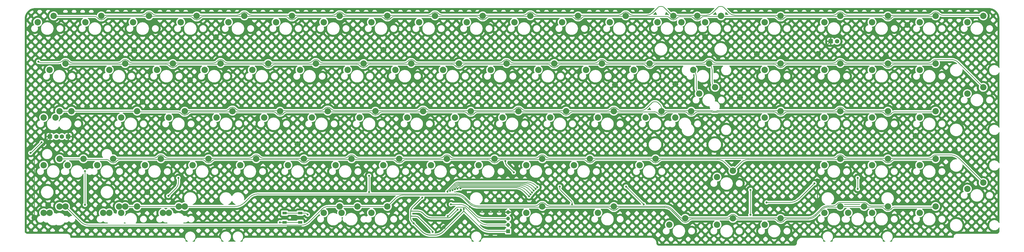
<source format=gbr>
%TF.GenerationSoftware,KiCad,Pcbnew,(6.0.0)*%
%TF.CreationDate,2022-10-18T00:35:49-05:00*%
%TF.ProjectId,_autosave-Phidias-F072-pcb,5f617574-6f73-4617-9665-2d5068696469,rev?*%
%TF.SameCoordinates,Original*%
%TF.FileFunction,Copper,L1,Top*%
%TF.FilePolarity,Positive*%
%FSLAX46Y46*%
G04 Gerber Fmt 4.6, Leading zero omitted, Abs format (unit mm)*
G04 Created by KiCad (PCBNEW (6.0.0)) date 2022-10-18 00:35:49*
%MOMM*%
%LPD*%
G01*
G04 APERTURE LIST*
G04 Aperture macros list*
%AMRoundRect*
0 Rectangle with rounded corners*
0 $1 Rounding radius*
0 $2 $3 $4 $5 $6 $7 $8 $9 X,Y pos of 4 corners*
0 Add a 4 corners polygon primitive as box body*
4,1,4,$2,$3,$4,$5,$6,$7,$8,$9,$2,$3,0*
0 Add four circle primitives for the rounded corners*
1,1,$1+$1,$2,$3*
1,1,$1+$1,$4,$5*
1,1,$1+$1,$6,$7*
1,1,$1+$1,$8,$9*
0 Add four rect primitives between the rounded corners*
20,1,$1+$1,$2,$3,$4,$5,0*
20,1,$1+$1,$4,$5,$6,$7,0*
20,1,$1+$1,$6,$7,$8,$9,0*
20,1,$1+$1,$8,$9,$2,$3,0*%
G04 Aperture macros list end*
%TA.AperFunction,SMDPad,CuDef*%
%ADD10R,1.800000X1.100000*%
%TD*%
%TA.AperFunction,ComponentPad*%
%ADD11C,2.540000*%
%TD*%
%TA.AperFunction,ComponentPad*%
%ADD12C,1.778000*%
%TD*%
%TA.AperFunction,ComponentPad*%
%ADD13RoundRect,0.177800X-0.711200X-0.711200X0.711200X-0.711200X0.711200X0.711200X-0.711200X0.711200X0*%
%TD*%
%TA.AperFunction,ComponentPad*%
%ADD14RoundRect,0.177800X0.711200X0.711200X-0.711200X0.711200X-0.711200X-0.711200X0.711200X-0.711200X0*%
%TD*%
%TA.AperFunction,ComponentPad*%
%ADD15R,1.524000X1.524000*%
%TD*%
%TA.AperFunction,ComponentPad*%
%ADD16O,1.524000X1.524000*%
%TD*%
%TA.AperFunction,ViaPad*%
%ADD17C,0.800000*%
%TD*%
%TA.AperFunction,Conductor*%
%ADD18C,0.300000*%
%TD*%
%TA.AperFunction,Conductor*%
%ADD19C,0.250000*%
%TD*%
G04 APERTURE END LIST*
D10*
%TO.P,Reset_SW1,1,1*%
%TO.N,+3V3*%
X128190000Y-111870000D03*
X134390000Y-111870000D03*
%TO.P,Reset_SW1,2,2*%
%TO.N,Net-(D49-Pad2)*%
X134390000Y-115570000D03*
X128190000Y-115570000D03*
%TD*%
D11*
%TO.P,SW15,1,Col*%
%TO.N,F_BCKSP*%
X286702500Y-35560000D03*
%TO.P,SW15,2,Row*%
%TO.N,ROW1*%
X293052500Y-33020000D03*
%TD*%
%TO.P,SW90,1,Col*%
%TO.N,Net-(D44-Pad1)*%
X224790000Y-111760000D03*
%TO.P,SW90,2,Row*%
%TO.N,ROW8*%
X231140000Y-109220000D03*
%TD*%
%TO.P,SW35,1,Col*%
%TO.N,ISO*%
X291465000Y-54610000D03*
%TO.P,SW35,2,Row*%
%TO.N,ROW2*%
X297815000Y-52070000D03*
%TD*%
%TO.P,SW44,1,Col*%
%TO.N,Net-(D22-Pad1)*%
X62865000Y-73660000D03*
%TO.P,SW44,2,Row*%
%TO.N,ROW4*%
X69215000Y-71120000D03*
%TD*%
%TO.P,SW54,1,Col*%
%TO.N,Net-(D27-Pad1)*%
X253365000Y-73660000D03*
%TO.P,SW54,2,Row*%
%TO.N,ROW4*%
X259715000Y-71120000D03*
%TD*%
%TO.P,SW70,1,Col*%
%TO.N,Net-(D35-Pad1)*%
X186690000Y-92710000D03*
%TO.P,SW70,2,Row*%
%TO.N,ROW6*%
X193040000Y-90170000D03*
%TD*%
%TO.P,SW6,1,Col*%
%TO.N,Net-(D3-Pad2)*%
X124777500Y-35560000D03*
%TO.P,SW6,2,Row*%
%TO.N,ROW1*%
X131127500Y-33020000D03*
%TD*%
%TO.P,SW8,1,Col*%
%TO.N,Net-(D4-Pad2)*%
X162877500Y-35560000D03*
%TO.P,SW8,2,Row*%
%TO.N,ROW1*%
X169227500Y-33020000D03*
%TD*%
%TO.P,SW34,1,Col*%
%TO.N,Net-(D17-Pad2)*%
X267652500Y-54610000D03*
%TO.P,SW34,2,Row*%
%TO.N,ROW3*%
X274002500Y-52070000D03*
%TD*%
%TO.P,SW52,1,Col*%
%TO.N,Net-(D26-Pad1)*%
X215265000Y-73660000D03*
%TO.P,SW52,2,Row*%
%TO.N,ROW4*%
X221615000Y-71120000D03*
%TD*%
%TO.P,SW57,1,Col*%
%TO.N,Net-(D28-Pad2)*%
X320040000Y-73660000D03*
%TO.P,SW57,2,Row*%
%TO.N,ROW5*%
X326390000Y-71120000D03*
%TD*%
%TO.P,SW71,1,Col*%
%TO.N,Net-(D35-Pad2)*%
X205740000Y-92710000D03*
%TO.P,SW71,2,Row*%
%TO.N,ROW7*%
X212090000Y-90170000D03*
%TD*%
%TO.P,SW40,1,Col*%
%TO.N,Net-(D20-Pad1)*%
X381952500Y-54610000D03*
%TO.P,SW40,2,Row*%
%TO.N,ROW2*%
X388302500Y-52070000D03*
%TD*%
%TO.P,SW93,1,Col*%
%TO.N,Net-(D46-Pad1)*%
X300990000Y-116522500D03*
%TO.P,SW93,2,Row*%
%TO.N,ROW8*%
X307340000Y-113982500D03*
%TD*%
%TO.P,SW30,1,Col*%
%TO.N,Net-(D15-Pad2)*%
X191452500Y-54610000D03*
%TO.P,SW30,2,Row*%
%TO.N,ROW3*%
X197802500Y-52070000D03*
%TD*%
%TO.P,SW94,1,Col*%
%TO.N,Net-(D46-Pad2)*%
X320040000Y-116522500D03*
%TO.P,SW94,2,Row*%
%TO.N,ROW9*%
X326390000Y-113982500D03*
%TD*%
%TO.P,SW82,1,Col*%
%TO.N,LALT*%
X55721250Y-111760000D03*
%TO.P,SW82,2,Row*%
%TO.N,ROW9*%
X62071250Y-109220000D03*
%TD*%
%TO.P,SW51,1,Col*%
%TO.N,Net-(D25-Pad2)*%
X196215000Y-73660000D03*
%TO.P,SW51,2,Row*%
%TO.N,ROW5*%
X202565000Y-71120000D03*
%TD*%
%TO.P,SW56,1,Col*%
%TO.N,1U_ISO*%
X284321250Y-73660000D03*
%TO.P,SW56,2,Row*%
%TO.N,ROW5*%
X290671250Y-71120000D03*
%TD*%
%TO.P,SW29,1,Col*%
%TO.N,Net-(D15-Pad1)*%
X172402500Y-54610000D03*
%TO.P,SW29,2,Row*%
%TO.N,ROW2*%
X178752500Y-52070000D03*
%TD*%
%TO.P,SW86,1,Col*%
%TO.N,LALT (6u)*%
X81915000Y-111760000D03*
%TO.P,SW86,2,Row*%
%TO.N,ROW9*%
X88265000Y-109220000D03*
%TD*%
%TO.P,SW45,1,Col*%
%TO.N,Net-(D22-Pad2)*%
X81915000Y-73660000D03*
%TO.P,SW45,2,Row*%
%TO.N,ROW5*%
X88265000Y-71120000D03*
%TD*%
%TO.P,SW49,1,Col*%
%TO.N,Net-(D24-Pad2)*%
X158115000Y-73660000D03*
%TO.P,SW49,2,Row*%
%TO.N,ROW5*%
X164465000Y-71120000D03*
%TD*%
%TO.P,SW14,1,Col*%
%TO.N,F_BCKSP*%
X277177500Y-35560000D03*
%TO.P,SW14,2,Row*%
%TO.N,ROW1*%
X283527500Y-33020000D03*
%TD*%
%TO.P,SW87,1,Col*%
%TO.N,6.25U*%
X162877500Y-111760000D03*
%TO.P,SW87,2,Row*%
%TO.N,ROW8*%
X169227500Y-109220000D03*
%TD*%
%TO.P,SW22,1,Col*%
%TO.N,Net-(D11-Pad1)*%
X34290000Y-54610000D03*
%TO.P,SW22,2,Row*%
%TO.N,ROW2*%
X40640000Y-52070000D03*
%TD*%
%TO.P,SW84,1,Col*%
%TO.N,LALT*%
X62865000Y-111760000D03*
%TO.P,SW84,2,Row*%
%TO.N,ROW9*%
X69215000Y-109220000D03*
%TD*%
%TO.P,SW72,1,Col*%
%TO.N,Net-(D36-Pad1)*%
X224790000Y-92710000D03*
%TO.P,SW72,2,Row*%
%TO.N,ROW6*%
X231140000Y-90170000D03*
%TD*%
%TO.P,SW78,1,Col*%
%TO.N,Net-(D40-Pad1)*%
X381952500Y-92710000D03*
%TO.P,SW78,2,Row*%
%TO.N,ROW6*%
X388302500Y-90170000D03*
%TD*%
%TO.P,SW2,1,Col*%
%TO.N,Net-(D1-Pad2)*%
X48577500Y-35560000D03*
%TO.P,SW2,2,Row*%
%TO.N,ROW1*%
X54927500Y-33020000D03*
%TD*%
%TO.P,SW66,1,Col*%
%TO.N,Net-(D33-Pad1)*%
X110490000Y-92710000D03*
%TO.P,SW66,2,Row*%
%TO.N,ROW6*%
X116840000Y-90170000D03*
%TD*%
%TO.P,SW80,1,Col*%
%TO.N,LCTRL*%
X31908750Y-111760000D03*
%TO.P,SW80,2,Row*%
%TO.N,ROW8*%
X38258750Y-109220000D03*
%TD*%
%TO.P,SW27,1,Col*%
%TO.N,Net-(D14-Pad1)*%
X134302500Y-54610000D03*
%TO.P,SW27,2,Row*%
%TO.N,ROW2*%
X140652500Y-52070000D03*
%TD*%
%TO.P,SW19,1,Col*%
%TO.N,Net-(D9-Pad2)*%
X362902500Y-35560000D03*
%TO.P,SW19,2,Row*%
%TO.N,ROW1*%
X369252500Y-33020000D03*
%TD*%
%TO.P,SW88,1,Col*%
%TO.N,6.25U*%
X150971250Y-111760000D03*
%TO.P,SW88,2,Row*%
%TO.N,ROW8*%
X157321250Y-109220000D03*
%TD*%
D12*
%TO.P,LED3,A,A*%
%TO.N,Net-(LED2-PadA)*%
X39210000Y-81280000D03*
D13*
%TO.P,LED3,K,K*%
%TO.N,GND*%
X41750000Y-81280000D03*
%TD*%
D11*
%TO.P,SW32,1,Col*%
%TO.N,Net-(D16-Pad2)*%
X229552500Y-54610000D03*
%TO.P,SW32,2,Row*%
%TO.N,ROW3*%
X235902500Y-52070000D03*
%TD*%
%TO.P,SW28,1,Col*%
%TO.N,Net-(D14-Pad2)*%
X153352500Y-54610000D03*
%TO.P,SW28,2,Row*%
%TO.N,ROW3*%
X159702500Y-52070000D03*
%TD*%
%TO.P,SW5,1,Col*%
%TO.N,Net-(D3-Pad1)*%
X105727500Y-35560000D03*
%TO.P,SW5,2,Row*%
%TO.N,ROW0*%
X112077500Y-33020000D03*
%TD*%
%TO.P,SW10,1,Col*%
%TO.N,Net-(D5-Pad2)*%
X200977500Y-35560000D03*
%TO.P,SW10,2,Row*%
%TO.N,ROW1*%
X207327500Y-33020000D03*
%TD*%
%TO.P,SW79,1,Col*%
%TO.N,Net-(D40-Pad2)*%
X401002500Y-102235000D03*
%TO.P,SW79,2,Row*%
%TO.N,ROW7*%
X407352500Y-99695000D03*
%TD*%
%TO.P,SW16,1,Col*%
%TO.N,Net-(D8-Pad1)*%
X296227500Y-35560000D03*
%TO.P,SW16,2,Row*%
%TO.N,ROW0*%
X302577500Y-33020000D03*
%TD*%
%TO.P,SW89,1,Col*%
%TO.N,6.25U*%
X143827500Y-111760000D03*
%TO.P,SW89,2,Row*%
%TO.N,ROW8*%
X150177500Y-109220000D03*
%TD*%
%TO.P,SW62,1,Col*%
%TO.N,F_LSHIFT*%
X41433750Y-92710000D03*
%TO.P,SW62,2,Row*%
%TO.N,ROW6*%
X47783750Y-90170000D03*
%TD*%
%TO.P,SW31,1,Col*%
%TO.N,Net-(D16-Pad1)*%
X210502500Y-54610000D03*
%TO.P,SW31,2,Row*%
%TO.N,ROW2*%
X216852500Y-52070000D03*
%TD*%
%TO.P,SW4,1,Col*%
%TO.N,Net-(D2-Pad2)*%
X86677500Y-35560000D03*
%TO.P,SW4,2,Row*%
%TO.N,ROW1*%
X93027500Y-33020000D03*
%TD*%
%TO.P,SW37,1,Col*%
%TO.N,Net-(D18-Pad2)*%
X320040000Y-54610000D03*
%TO.P,SW37,2,Row*%
%TO.N,ROW3*%
X326390000Y-52070000D03*
%TD*%
D12*
%TO.P,LED2,A,A*%
%TO.N,Net-(LED2-PadA)*%
X36988750Y-81280000D03*
D14*
%TO.P,LED2,K,K*%
%TO.N,GND*%
X34448750Y-81280000D03*
%TD*%
D12*
%TO.P,LED4,A,A*%
%TO.N,Net-(LED4-PadA)*%
X348930000Y-43180000D03*
D14*
%TO.P,LED4,K,K*%
%TO.N,GND*%
X346390000Y-43180000D03*
%TD*%
D11*
%TO.P,SW65,1,Col*%
%TO.N,Net-(D32-Pad2)*%
X91440000Y-92710000D03*
%TO.P,SW65,2,Row*%
%TO.N,ROW7*%
X97790000Y-90170000D03*
%TD*%
%TO.P,SW18,1,Col*%
%TO.N,Net-(D9-Pad1)*%
X343852500Y-35560000D03*
%TO.P,SW18,2,Row*%
%TO.N,ROW0*%
X350202500Y-33020000D03*
%TD*%
%TO.P,SW43,1,Col*%
%TO.N,STP_CPSLK*%
X36671250Y-73660000D03*
%TO.P,SW43,2,Row*%
%TO.N,ROW4*%
X43021250Y-71120000D03*
%TD*%
%TO.P,SW33,1,Col*%
%TO.N,Net-(D17-Pad1)*%
X248602500Y-54610000D03*
%TO.P,SW33,2,Row*%
%TO.N,ROW2*%
X254952500Y-52070000D03*
%TD*%
%TO.P,SW48,1,Col*%
%TO.N,Net-(D24-Pad1)*%
X139065000Y-73660000D03*
%TO.P,SW48,2,Row*%
%TO.N,ROW4*%
X145415000Y-71120000D03*
%TD*%
%TO.P,SW85,1,Col*%
%TO.N,LALT (6u)*%
X79533750Y-111760000D03*
%TO.P,SW85,2,Row*%
%TO.N,ROW9*%
X85883750Y-109220000D03*
%TD*%
%TO.P,SW76,1,Col*%
%TO.N,Net-(D39-Pad1)*%
X343852500Y-92710000D03*
%TO.P,SW76,2,Row*%
%TO.N,ROW6*%
X350202500Y-90170000D03*
%TD*%
%TO.P,SW13,1,Col*%
%TO.N,Net-(D7-Pad1)*%
X258127500Y-35560000D03*
%TO.P,SW13,2,Row*%
%TO.N,ROW0*%
X264477500Y-33020000D03*
%TD*%
%TO.P,SW17,1,Col*%
%TO.N,Net-(D8-Pad2)*%
X320040000Y-35560000D03*
%TO.P,SW17,2,Row*%
%TO.N,ROW1*%
X326390000Y-33020000D03*
%TD*%
%TO.P,SW21,1,Col*%
%TO.N,Net-(D10-Pad2)*%
X401002500Y-35560000D03*
%TO.P,SW21,2,Row*%
%TO.N,ROW1*%
X407352500Y-33020000D03*
%TD*%
%TO.P,SW68,1,Col*%
%TO.N,Net-(D34-Pad1)*%
X148590000Y-92710000D03*
%TO.P,SW68,2,Row*%
%TO.N,ROW6*%
X154940000Y-90170000D03*
%TD*%
%TO.P,SW77,1,Col*%
%TO.N,Net-(D39-Pad2)*%
X362902500Y-92710000D03*
%TO.P,SW77,2,Row*%
%TO.N,ROW7*%
X369252500Y-90170000D03*
%TD*%
%TO.P,SW53,1,Col*%
%TO.N,Net-(D26-Pad2)*%
X234315000Y-73660000D03*
%TO.P,SW53,2,Row*%
%TO.N,ROW5*%
X240665000Y-71120000D03*
%TD*%
%TO.P,SW11,1,Col*%
%TO.N,Net-(D6-Pad1)*%
X220027500Y-35560000D03*
%TO.P,SW11,2,Row*%
%TO.N,ROW0*%
X226377500Y-33020000D03*
%TD*%
%TO.P,SW9,1,Col*%
%TO.N,Net-(D5-Pad1)*%
X181927500Y-35560000D03*
%TO.P,SW9,2,Row*%
%TO.N,ROW0*%
X188277500Y-33020000D03*
%TD*%
%TO.P,SW74,1,Col*%
%TO.N,Net-(D37-Pad2)*%
X270033750Y-92710000D03*
%TO.P,SW74,2,Row*%
%TO.N,ROW7*%
X276383750Y-90170000D03*
%TD*%
%TO.P,SW69,1,Col*%
%TO.N,Net-(D34-Pad2)*%
X167640000Y-92710000D03*
%TO.P,SW69,2,Row*%
%TO.N,ROW7*%
X173990000Y-90170000D03*
%TD*%
%TO.P,SW1,1,Col*%
%TO.N,Net-(D1-Pad1)*%
X29527500Y-35560000D03*
%TO.P,SW1,2,Row*%
%TO.N,ROW0*%
X35877500Y-33020000D03*
%TD*%
%TO.P,SW60,1,Col*%
%TO.N,Net-(D30-Pad1)*%
X381952500Y-73660000D03*
%TO.P,SW60,2,Row*%
%TO.N,ROW4*%
X388302500Y-71120000D03*
%TD*%
%TO.P,SW61,1,Col*%
%TO.N,F_LSHIFT*%
X31908750Y-92710000D03*
%TO.P,SW61,2,Row*%
%TO.N,ROW6*%
X38258750Y-90170000D03*
%TD*%
%TO.P,SW96,1,Col*%
%TO.N,2U_ZERO*%
X353377500Y-111760000D03*
%TO.P,SW96,2,Row*%
%TO.N,ROW8*%
X359727500Y-109220000D03*
%TD*%
%TO.P,SW75,1,Col*%
%TO.N,Net-(D38-Pad1)*%
X300990000Y-97472500D03*
%TO.P,SW75,2,Row*%
%TO.N,ROW6*%
X307340000Y-94932500D03*
%TD*%
D15*
%TO.P,J2,1,Pin_1*%
%TO.N,+3V3*%
X217510000Y-119170000D03*
D16*
%TO.P,J2,2,Pin_2*%
%TO.N,SWCLK*%
X217510000Y-116630000D03*
%TO.P,J2,3,Pin_3*%
%TO.N,SWDIO*%
X217510000Y-114090000D03*
%TO.P,J2,4,Pin_4*%
%TO.N,GND*%
X217510000Y-111550000D03*
%TD*%
D11*
%TO.P,SW47,1,Col*%
%TO.N,Net-(D23-Pad2)*%
X120015000Y-73660000D03*
%TO.P,SW47,2,Row*%
%TO.N,ROW5*%
X126365000Y-71120000D03*
%TD*%
%TO.P,SW3,1,Col*%
%TO.N,Net-(D2-Pad1)*%
X67627500Y-35560000D03*
%TO.P,SW3,2,Row*%
%TO.N,ROW0*%
X73977500Y-33020000D03*
%TD*%
%TO.P,SW55,1,Col*%
%TO.N,1U_ISO*%
X272415000Y-73660000D03*
%TO.P,SW55,2,Row*%
%TO.N,ROW5*%
X278765000Y-71120000D03*
%TD*%
%TO.P,SW91,1,Col*%
%TO.N,Net-(D44-Pad2)*%
X253365000Y-111760000D03*
%TO.P,SW91,2,Row*%
%TO.N,ROW9*%
X259715000Y-109220000D03*
%TD*%
%TO.P,SW73,1,Col*%
%TO.N,Net-(D36-Pad2)*%
X243840000Y-92710000D03*
%TO.P,SW73,2,Row*%
%TO.N,ROW7*%
X250190000Y-90170000D03*
%TD*%
%TO.P,SW36,1,Col*%
%TO.N,ISO*%
X293846250Y-64135000D03*
%TO.P,SW36,2,Row*%
%TO.N,ROW2*%
X300196250Y-61595000D03*
%TD*%
%TO.P,SW64,1,Col*%
%TO.N,Net-(D32-Pad1)*%
X72390000Y-92710000D03*
%TO.P,SW64,2,Row*%
%TO.N,ROW6*%
X78740000Y-90170000D03*
%TD*%
%TO.P,SW98,1,Col*%
%TO.N,Net-(D48-Pad1)*%
X381952500Y-111760000D03*
%TO.P,SW98,2,Row*%
%TO.N,ROW8*%
X388302500Y-109220000D03*
%TD*%
%TO.P,SW41,1,Col*%
%TO.N,Net-(D20-Pad2)*%
X401002500Y-64135000D03*
%TO.P,SW41,2,Row*%
%TO.N,ROW3*%
X407352500Y-61595000D03*
%TD*%
%TO.P,SW95,1,Col*%
%TO.N,2U_ZERO*%
X343852500Y-111760000D03*
%TO.P,SW95,2,Row*%
%TO.N,ROW8*%
X350202500Y-109220000D03*
%TD*%
%TO.P,SW50,1,Col*%
%TO.N,Net-(D25-Pad1)*%
X177165000Y-73660000D03*
%TO.P,SW50,2,Row*%
%TO.N,ROW4*%
X183515000Y-71120000D03*
%TD*%
%TO.P,SW58,1,Col*%
%TO.N,Net-(D29-Pad1)*%
X343852500Y-73660000D03*
%TO.P,SW58,2,Row*%
%TO.N,ROW4*%
X350202500Y-71120000D03*
%TD*%
%TO.P,SW26,1,Col*%
%TO.N,Net-(D13-Pad2)*%
X115252500Y-54610000D03*
%TO.P,SW26,2,Row*%
%TO.N,ROW3*%
X121602500Y-52070000D03*
%TD*%
%TO.P,SW67,1,Col*%
%TO.N,Net-(D33-Pad2)*%
X129540000Y-92710000D03*
%TO.P,SW67,2,Row*%
%TO.N,ROW7*%
X135890000Y-90170000D03*
%TD*%
%TO.P,SW42,1,Col*%
%TO.N,STP_CPSLK*%
X31908750Y-73660000D03*
%TO.P,SW42,2,Row*%
%TO.N,ROW4*%
X38258750Y-71120000D03*
%TD*%
%TO.P,SW12,1,Col*%
%TO.N,Net-(D6-Pad2)*%
X239077500Y-35560000D03*
%TO.P,SW12,2,Row*%
%TO.N,ROW1*%
X245427500Y-33020000D03*
%TD*%
%TO.P,SW23,1,Col*%
%TO.N,Net-(D12-Pad1)*%
X58102500Y-54610000D03*
%TO.P,SW23,2,Row*%
%TO.N,ROW2*%
X64452500Y-52070000D03*
%TD*%
%TO.P,SW39,1,Col*%
%TO.N,Net-(D19-Pad2)*%
X362902500Y-54610000D03*
%TO.P,SW39,2,Row*%
%TO.N,ROW3*%
X369252500Y-52070000D03*
%TD*%
%TO.P,SW92,1,Col*%
%TO.N,Net-(D45-Pad2)*%
X281940000Y-116522500D03*
%TO.P,SW92,2,Row*%
%TO.N,ROW9*%
X288290000Y-113982500D03*
%TD*%
%TO.P,SW24,1,Col*%
%TO.N,Net-(D12-Pad2)*%
X77152500Y-54610000D03*
%TO.P,SW24,2,Row*%
%TO.N,ROW3*%
X83502500Y-52070000D03*
%TD*%
%TO.P,SW59,1,Col*%
%TO.N,Net-(D29-Pad2)*%
X362902500Y-73660000D03*
%TO.P,SW59,2,Row*%
%TO.N,ROW5*%
X369252500Y-71120000D03*
%TD*%
%TO.P,SW81,1,Col*%
%TO.N,LCTRL*%
X34290000Y-111760000D03*
%TO.P,SW81,2,Row*%
%TO.N,ROW8*%
X40640000Y-109220000D03*
%TD*%
%TO.P,SW25,1,Col*%
%TO.N,Net-(D13-Pad1)*%
X96202500Y-54610000D03*
%TO.P,SW25,2,Row*%
%TO.N,ROW2*%
X102552500Y-52070000D03*
%TD*%
%TO.P,SW46,1,Col*%
%TO.N,Net-(D23-Pad1)*%
X100965000Y-73660000D03*
%TO.P,SW46,2,Row*%
%TO.N,ROW4*%
X107315000Y-71120000D03*
%TD*%
%TO.P,SW97,1,Col*%
%TO.N,Net-(D47-Pad2)*%
X362902500Y-111760000D03*
%TO.P,SW97,2,Row*%
%TO.N,ROW9*%
X369252500Y-109220000D03*
%TD*%
%TO.P,SW38,1,Col*%
%TO.N,Net-(D19-Pad1)*%
X343852500Y-54610000D03*
%TO.P,SW38,2,Row*%
%TO.N,ROW2*%
X350202500Y-52070000D03*
%TD*%
%TO.P,SW7,1,Col*%
%TO.N,Net-(D4-Pad1)*%
X143827500Y-35560000D03*
%TO.P,SW7,2,Row*%
%TO.N,ROW0*%
X150177500Y-33020000D03*
%TD*%
%TO.P,SW20,1,Col*%
%TO.N,Net-(D10-Pad1)*%
X381952500Y-35560000D03*
%TO.P,SW20,2,Row*%
%TO.N,ROW0*%
X388302500Y-33020000D03*
%TD*%
%TO.P,SW63,1,Col*%
%TO.N,Net-(D31-Pad2)*%
X53340000Y-92710000D03*
%TO.P,SW63,2,Row*%
%TO.N,ROW7*%
X59690000Y-90170000D03*
%TD*%
%TO.P,SW83,1,Col*%
%TO.N,LALT*%
X58102500Y-111760000D03*
%TO.P,SW83,2,Row*%
%TO.N,ROW9*%
X64452500Y-109220000D03*
%TD*%
D17*
%TO.N,GND*%
X205520000Y-63980000D03*
X84880000Y-72860000D03*
X88030000Y-111480000D03*
X239400000Y-110850000D03*
X134700000Y-117392921D03*
X296210000Y-41450000D03*
X90380000Y-58720000D03*
X172700000Y-82740000D03*
X157890000Y-115310000D03*
X388610000Y-54860000D03*
X237330000Y-72930000D03*
X167670000Y-46650000D03*
X289210000Y-92140000D03*
X260200000Y-60570000D03*
X129410000Y-117392921D03*
X69890000Y-92110000D03*
X316890000Y-48320000D03*
X117430000Y-95390000D03*
X205560000Y-73150000D03*
X341070000Y-99150000D03*
X28180000Y-113690000D03*
X368500000Y-49110000D03*
X284320000Y-60270000D03*
X68110000Y-46740000D03*
X385320000Y-91840000D03*
X133270000Y-59730000D03*
X54200000Y-109340000D03*
X188220000Y-102370000D03*
X341332079Y-108428784D03*
X369850000Y-112540000D03*
X341332079Y-48237921D03*
X211900000Y-97700000D03*
X49250000Y-69450000D03*
X104230000Y-91840000D03*
X213870000Y-106820000D03*
X71430000Y-67400000D03*
X377040000Y-36640000D03*
X165910000Y-110950000D03*
X141940000Y-105830000D03*
X100730000Y-41520000D03*
X133360000Y-84330000D03*
X73350000Y-103490000D03*
X214470000Y-92720000D03*
X310130000Y-65580000D03*
X327100000Y-109270000D03*
X408880000Y-35800000D03*
X155540000Y-95240000D03*
X197460000Y-106590000D03*
X45850000Y-78610000D03*
X380350000Y-81030000D03*
X202204520Y-109396997D03*
X395980000Y-86760000D03*
X330780000Y-92120000D03*
X192060000Y-117770000D03*
X33700000Y-108650000D03*
X180870000Y-106050000D03*
X201820000Y-104960000D03*
%TO.N,+3V3*%
X187340000Y-119410000D03*
X219750000Y-95570000D03*
X197330000Y-110460000D03*
X137404466Y-112434466D03*
X183158890Y-105660000D03*
X199820000Y-110174020D03*
X216410000Y-91124500D03*
X179715000Y-115925000D03*
%TO.N,COL0*%
X48418750Y-95048891D03*
X48420000Y-108540000D03*
%TO.N,COL1*%
X81750000Y-104960000D03*
X85730000Y-97830000D03*
%TO.N,COL3*%
X161920000Y-96930000D03*
X161910000Y-103465500D03*
%TO.N,COL5*%
X238120000Y-101300000D03*
X243043750Y-108355500D03*
%TO.N,COL6*%
X193230705Y-103307323D03*
X271700000Y-108375501D03*
X229188272Y-101481754D03*
X264610000Y-101299989D03*
%TO.N,COL7*%
X314320000Y-102590000D03*
X314320000Y-112530000D03*
X194263471Y-102981665D03*
X228463550Y-102170072D03*
%TO.N,COL8*%
X357190000Y-102220000D03*
X357200000Y-97810000D03*
%TO.N,Net-(D49-Pad2)*%
X126290000Y-115560000D03*
%TO.N,SWDIO*%
X194660000Y-108360000D03*
%TO.N,SWCLK*%
X193350000Y-113080000D03*
%TO.N,CAPS_INDICATOR*%
X31069398Y-83599398D03*
X26644020Y-87820000D03*
%TO.N,NUML_INDICATOR*%
X339880000Y-99960000D03*
X320780000Y-107610000D03*
%TO.N,ROW3*%
X29800000Y-51345500D03*
%TO.N,ROW4*%
X226426926Y-104368324D03*
X197264141Y-102102315D03*
%TO.N,ROW5*%
X196265374Y-102393974D03*
X227069110Y-103601695D03*
%TO.N,ROW6*%
X198400000Y-101980000D03*
X225830000Y-105170000D03*
%TO.N,ROW7*%
X195280693Y-102671549D03*
X227750245Y-102870216D03*
%TD*%
D18*
%TO.N,GND*%
X129417059Y-117142941D02*
X134542941Y-117142941D01*
X34448750Y-81280000D02*
X29644466Y-86084284D01*
X134550000Y-117150000D02*
X134700000Y-117300000D01*
X341070000Y-108166705D02*
X341332079Y-108428784D01*
X28180000Y-89619818D02*
X28180000Y-113690000D01*
X134542941Y-117142941D02*
X134550000Y-117150000D01*
X134700000Y-117300000D02*
X134700000Y-117392921D01*
X202204520Y-109396997D02*
X202893057Y-110085534D01*
X346390000Y-43180000D02*
X341332079Y-48237921D01*
X341070000Y-99150000D02*
X341070000Y-108166705D01*
X129410000Y-117150000D02*
X129417059Y-117142941D01*
X129410000Y-117392921D02*
X129410000Y-117150000D01*
X206428591Y-111550000D02*
X217510000Y-111550000D01*
X206428591Y-111550000D02*
G75*
G02*
X202893057Y-110085534I-1J4999998D01*
G01*
X28180000Y-89619818D02*
G75*
G02*
X29644466Y-86084284I4999998J1D01*
G01*
D19*
%TO.N,+3V3*%
X137132893Y-112162893D02*
X137404466Y-112434466D01*
D18*
X216410000Y-91124500D02*
X216410000Y-91401573D01*
X216995787Y-92815787D02*
X219750000Y-95570000D01*
X193546275Y-113829511D02*
X187076365Y-113829511D01*
X179145787Y-109673103D02*
X183158890Y-105660000D01*
X187340000Y-119160000D02*
X181865786Y-113685786D01*
D19*
X217510000Y-119170000D02*
X209991098Y-119170000D01*
D18*
X187340000Y-119410000D02*
X187340000Y-119160000D01*
X178560000Y-113730000D02*
X178560000Y-113100000D01*
X180451573Y-113100000D02*
X178560000Y-113100000D01*
X199820000Y-111069970D02*
X191664436Y-119225534D01*
X183015534Y-119225534D02*
X179715000Y-115925000D01*
X181434676Y-111087317D02*
X178560000Y-111087317D01*
X197330000Y-110460000D02*
X194253382Y-113536618D01*
X178560000Y-113100000D02*
X178560000Y-111087317D01*
D19*
X134390000Y-111870000D02*
X136425786Y-111870000D01*
D18*
X178560000Y-113941573D02*
X178560000Y-113730000D01*
D19*
X128190000Y-111870000D02*
X134390000Y-111870000D01*
D18*
X184247938Y-112657938D02*
X183555996Y-111965996D01*
X188128902Y-120690000D02*
X186551068Y-120690000D01*
D19*
X206455564Y-117705534D02*
X199820000Y-111069970D01*
D18*
X199820000Y-110174020D02*
X199820000Y-111069970D01*
X179715000Y-115925000D02*
X179145786Y-115355786D01*
X193546275Y-113829510D02*
G75*
G03*
X194253381Y-113536617I3J999993D01*
G01*
X187076365Y-113829511D02*
G75*
G02*
X184247938Y-112657938I0J3999999D01*
G01*
X183015534Y-119225534D02*
G75*
G03*
X186551068Y-120690000I3535533J3535532D01*
G01*
X183555996Y-111965996D02*
G75*
G03*
X181434676Y-111087317I-2121319J-2121319D01*
G01*
X216995787Y-92815787D02*
G75*
G02*
X216410000Y-91401573I1414213J1414214D01*
G01*
D19*
X136425786Y-111870001D02*
G75*
G02*
X137132892Y-112162894I3J-999993D01*
G01*
D18*
X188128902Y-120690000D02*
G75*
G03*
X191664436Y-119225534I1J4999998D01*
G01*
X181865786Y-113685786D02*
G75*
G03*
X180451573Y-113100000I-1414213J-1414214D01*
G01*
X179145786Y-115355786D02*
G75*
G02*
X178560000Y-113941573I1414214J1414213D01*
G01*
X178560001Y-111087317D02*
G75*
G02*
X179145788Y-109673104I1999999J0D01*
G01*
D19*
X206455564Y-117705534D02*
G75*
G03*
X209991098Y-119170000I3535533J3535532D01*
G01*
%TO.N,COL0*%
X48420000Y-95050141D02*
X48418750Y-95048891D01*
X48420000Y-108540000D02*
X48420000Y-95050141D01*
%TO.N,COL1*%
X81750000Y-104930000D02*
X81750000Y-104960000D01*
X85730000Y-97830000D02*
X85780000Y-97880000D01*
X84901320Y-101778680D02*
X81750000Y-104930000D01*
X85780000Y-97880000D02*
X85780000Y-99657359D01*
X84901320Y-101778680D02*
G75*
G03*
X85780000Y-99657359I-2121325J2121323D01*
G01*
%TO.N,COL3*%
X161910000Y-96940000D02*
X161910000Y-103465500D01*
X161920000Y-96930000D02*
X161910000Y-96940000D01*
%TO.N,COL5*%
X238120000Y-101300000D02*
X238120000Y-101985786D01*
X243043750Y-107737964D02*
X243043750Y-108355500D01*
X238412893Y-102692893D02*
X242750857Y-107030857D01*
X238412893Y-102692893D02*
G75*
G02*
X238120000Y-101985786I707106J707106D01*
G01*
X242750857Y-107030857D02*
G75*
G02*
X243043750Y-107737964I-707106J-707106D01*
G01*
%TO.N,COL6*%
X196177326Y-100043196D02*
X193230705Y-102989817D01*
X264624488Y-101299989D02*
X271700000Y-108375501D01*
X193230705Y-102989817D02*
X193230705Y-103307323D01*
X229188272Y-101481754D02*
X228628393Y-100921875D01*
X264610000Y-101299989D02*
X264624488Y-101299989D01*
X225092859Y-99457409D02*
X197591540Y-99457409D01*
X196177326Y-100043196D02*
G75*
G02*
X197591540Y-99457409I1414214J-1414213D01*
G01*
X225092859Y-99457409D02*
G75*
G02*
X228628393Y-100921875I1J-4999998D01*
G01*
%TO.N,COL7*%
X196434912Y-100492716D02*
X194263471Y-102664157D01*
X224129339Y-99906929D02*
X203020480Y-99906929D01*
X228463550Y-102170072D02*
X227664873Y-101371395D01*
X203020480Y-99906929D02*
X197849126Y-99906929D01*
X194263471Y-102664157D02*
X194263471Y-102981665D01*
X314320000Y-102590000D02*
X314320000Y-112530000D01*
X224129339Y-99906929D02*
G75*
G02*
X227664873Y-101371395I1J-4999998D01*
G01*
X196434912Y-100492716D02*
G75*
G02*
X197849126Y-99906929I1414214J-1414213D01*
G01*
%TO.N,COL8*%
X357200000Y-97810000D02*
X357200000Y-102210000D01*
X357200000Y-102210000D02*
X357190000Y-102220000D01*
%TO.N,ISO*%
X292650002Y-61696109D02*
X292650002Y-57037641D01*
X293846252Y-64135000D02*
X293528681Y-63817429D01*
X291771322Y-54916320D02*
X291769673Y-54914671D01*
X291771322Y-54916320D02*
G75*
G02*
X292650002Y-57037641I-2121325J-2121323D01*
G01*
X292650002Y-61696109D02*
G75*
G03*
X293528681Y-63817429I2999998J-1D01*
G01*
%TO.N,Net-(D49-Pad2)*%
X128190000Y-115570000D02*
X126300000Y-115570000D01*
X126300000Y-115570000D02*
X126290000Y-115560000D01*
X128190000Y-115570000D02*
X134390000Y-115570000D01*
%TO.N,SWDIO*%
X217510000Y-114090000D02*
X207891068Y-114090000D01*
X204355534Y-112625534D02*
X201554466Y-109824466D01*
X198018932Y-108360000D02*
X194660000Y-108360000D01*
X204355534Y-112625534D02*
G75*
G03*
X207891068Y-114090000I3535533J3535532D01*
G01*
X201554466Y-109824466D02*
G75*
G03*
X198018932Y-108360000I-3535533J-3535532D01*
G01*
%TO.N,SWCLK*%
X197808918Y-109449509D02*
X199912996Y-109449509D01*
X193350000Y-113080000D02*
X196394704Y-110035296D01*
X209371662Y-116630000D02*
X217510000Y-116630000D01*
X200266550Y-109595956D02*
X205836128Y-115165534D01*
X200266550Y-109595956D02*
G75*
G03*
X199912996Y-109449509I-353553J-353550D01*
G01*
X209371662Y-116630000D02*
G75*
G02*
X205836128Y-115165534I-1J4999998D01*
G01*
X197808918Y-109449510D02*
G75*
G03*
X196394705Y-110035297I0J-1999999D01*
G01*
%TO.N,CAPS_INDICATOR*%
X31069398Y-83599398D02*
X26848796Y-87820000D01*
X26848796Y-87820000D02*
X26644020Y-87820000D01*
%TO.N,NUML_INDICATOR*%
X333694466Y-106145534D02*
X339880000Y-99960000D01*
X320780000Y-107610000D02*
X330158932Y-107610000D01*
X333694466Y-106145534D02*
G75*
G02*
X330158932Y-107610000I-3535533J3535532D01*
G01*
%TO.N,ROW0*%
X245385831Y-34614511D02*
X245466649Y-34614511D01*
X134030907Y-33200000D02*
X149997500Y-33200000D01*
X150357500Y-33200000D02*
X166321573Y-33200000D01*
X294154829Y-34175171D02*
X294544214Y-33785786D01*
X302577500Y-33020000D02*
X302757500Y-33200000D01*
X295958427Y-33200000D02*
X302397500Y-33200000D01*
X91538307Y-33785787D02*
X91927691Y-34175171D01*
X208427309Y-34175171D02*
X208816694Y-33785786D01*
X369205831Y-34614511D02*
X369291649Y-34614511D01*
X35877500Y-33020000D02*
X36057500Y-33200000D01*
X150177500Y-33020000D02*
X150357500Y-33200000D01*
X329293407Y-33200000D02*
X350022500Y-33200000D01*
X350022500Y-33200000D02*
X350202500Y-33020000D01*
X207285831Y-34614511D02*
X207366649Y-34614511D01*
X367755787Y-33785787D02*
X368145171Y-34175171D01*
X73977500Y-33020000D02*
X74157500Y-33200000D01*
X302397500Y-33200000D02*
X302577500Y-33020000D01*
X111897500Y-33200000D02*
X112077500Y-33020000D01*
X53438307Y-33785787D02*
X53827691Y-34175171D01*
X264297500Y-33200000D02*
X264477500Y-33020000D01*
X112077500Y-33020000D02*
X112257500Y-33200000D01*
X388072980Y-33249520D02*
X388302500Y-33020000D01*
X282038307Y-33785787D02*
X282427691Y-34175171D01*
X112257500Y-33200000D02*
X128224093Y-33200000D01*
X94127309Y-34175171D02*
X94516694Y-33785786D01*
X350382500Y-33200000D02*
X366341573Y-33200000D01*
X188097500Y-33200000D02*
X188277500Y-33020000D01*
X210230907Y-33200000D02*
X226197500Y-33200000D01*
X95930907Y-33200000D02*
X111897500Y-33200000D01*
X284634829Y-34175171D02*
X284974694Y-33835306D01*
X264477500Y-33020000D02*
X264657500Y-33200000D01*
X370352309Y-34175171D02*
X370692174Y-33835306D01*
X326345831Y-34614511D02*
X326429149Y-34614511D01*
X129638307Y-33785787D02*
X130027691Y-34175171D01*
X324895787Y-33785787D02*
X325285171Y-34175171D01*
X54888351Y-34614511D02*
X54966649Y-34614511D01*
X170327309Y-34175171D02*
X170716694Y-33785786D01*
X36057500Y-33200000D02*
X52024093Y-33200000D01*
X205835787Y-33785787D02*
X206225171Y-34175171D01*
X226197500Y-33200000D02*
X226377500Y-33020000D01*
X226557500Y-33200000D02*
X242521573Y-33200000D01*
X92988351Y-34614511D02*
X93066649Y-34614511D01*
X57830907Y-33200000D02*
X73797500Y-33200000D01*
X293005831Y-34614511D02*
X293094169Y-34614511D01*
X169185831Y-34614511D02*
X169266649Y-34614511D01*
X372106387Y-33249520D02*
X388072980Y-33249520D01*
X264657500Y-33200000D02*
X280624093Y-33200000D01*
X327489809Y-34175171D02*
X327879194Y-33785786D01*
X248330907Y-33200000D02*
X264297500Y-33200000D01*
X243935787Y-33785787D02*
X244325171Y-34175171D01*
X74157500Y-33200000D02*
X90124093Y-33200000D01*
X167735787Y-33785787D02*
X168125171Y-34175171D01*
X188457500Y-33200000D02*
X204421573Y-33200000D01*
X73797500Y-33200000D02*
X73977500Y-33020000D01*
X246527309Y-34175171D02*
X246916694Y-33785786D01*
X149997500Y-33200000D02*
X150177500Y-33020000D01*
X188277500Y-33020000D02*
X188457500Y-33200000D01*
X302757500Y-33200000D02*
X323481573Y-33200000D01*
X286388907Y-33249520D02*
X290191093Y-33249520D01*
X350202500Y-33020000D02*
X350382500Y-33200000D01*
X56027309Y-34175171D02*
X56416694Y-33785786D01*
X131088351Y-34614511D02*
X131166649Y-34614511D01*
X132227309Y-34175171D02*
X132616694Y-33785786D01*
X291605307Y-33835307D02*
X291945171Y-34175171D01*
X226377500Y-33020000D02*
X226557500Y-33200000D01*
X172130907Y-33200000D02*
X188097500Y-33200000D01*
X283488351Y-34614511D02*
X283574169Y-34614511D01*
X294154829Y-34175171D02*
G75*
G02*
X293094169Y-34614511I-1060661J1060662D01*
G01*
X130027691Y-34175171D02*
G75*
G03*
X131088351Y-34614511I1060661J1060662D01*
G01*
X290191093Y-33249521D02*
G75*
G02*
X291605306Y-33835308I0J-1999999D01*
G01*
X245385831Y-34614510D02*
G75*
G02*
X244325172Y-34175170I1J1500001D01*
G01*
X91927691Y-34175171D02*
G75*
G03*
X92988351Y-34614511I1060661J1060662D01*
G01*
X94127309Y-34175171D02*
G75*
G02*
X93066649Y-34614511I-1060661J1060662D01*
G01*
X134030907Y-33200001D02*
G75*
G03*
X132616695Y-33785787I0J-1999999D01*
G01*
X283574169Y-34614510D02*
G75*
G03*
X284634828Y-34175170I-1J1500001D01*
G01*
X53827691Y-34175171D02*
G75*
G03*
X54888351Y-34614511I1060661J1060662D01*
G01*
X53438307Y-33785787D02*
G75*
G03*
X52024093Y-33200000I-1414214J-1414213D01*
G01*
X283488351Y-34614510D02*
G75*
G02*
X282427692Y-34175170I1J1500001D01*
G01*
X167735787Y-33785787D02*
G75*
G03*
X166321573Y-33200000I-1414214J-1414213D01*
G01*
X168125171Y-34175171D02*
G75*
G03*
X169185831Y-34614511I1060661J1060662D01*
G01*
X286388907Y-33249521D02*
G75*
G03*
X284974695Y-33835307I0J-1999999D01*
G01*
X295958427Y-33200001D02*
G75*
G03*
X294544215Y-33785787I0J-1999999D01*
G01*
X132227309Y-34175171D02*
G75*
G02*
X131166649Y-34614511I-1060661J1060662D01*
G01*
X246916694Y-33785786D02*
G75*
G02*
X248330907Y-33200000I1414213J-1414214D01*
G01*
X208427309Y-34175171D02*
G75*
G02*
X207366649Y-34614511I-1060661J1060662D01*
G01*
X129638307Y-33785787D02*
G75*
G03*
X128224093Y-33200000I-1414214J-1414213D01*
G01*
X327879194Y-33785786D02*
G75*
G02*
X329293407Y-33200000I1414213J-1414214D01*
G01*
X367755787Y-33785787D02*
G75*
G03*
X366341573Y-33200000I-1414214J-1414213D01*
G01*
X204421573Y-33200001D02*
G75*
G02*
X205835786Y-33785788I0J-1999999D01*
G01*
X90124093Y-33200001D02*
G75*
G02*
X91538306Y-33785788I0J-1999999D01*
G01*
X57830907Y-33200001D02*
G75*
G03*
X56416695Y-33785787I0J-1999999D01*
G01*
X94516694Y-33785786D02*
G75*
G02*
X95930907Y-33200000I1414213J-1414214D01*
G01*
X246527309Y-34175171D02*
G75*
G02*
X245466649Y-34614511I-1060661J1060662D01*
G01*
X293005831Y-34614510D02*
G75*
G02*
X291945172Y-34175170I1J1500001D01*
G01*
X325285171Y-34175171D02*
G75*
G03*
X326345831Y-34614511I1060661J1060662D01*
G01*
X370692174Y-33835306D02*
G75*
G02*
X372106387Y-33249520I1414213J-1414214D01*
G01*
X170327309Y-34175171D02*
G75*
G02*
X169266649Y-34614511I-1060661J1060662D01*
G01*
X324895787Y-33785787D02*
G75*
G03*
X323481573Y-33200000I-1414214J-1414213D01*
G01*
X208816694Y-33785786D02*
G75*
G02*
X210230907Y-33200000I1414213J-1414214D01*
G01*
X242521573Y-33200001D02*
G75*
G02*
X243935786Y-33785788I0J-1999999D01*
G01*
X370352309Y-34175171D02*
G75*
G02*
X369291649Y-34614511I-1060661J1060662D01*
G01*
X206225171Y-34175171D02*
G75*
G03*
X207285831Y-34614511I1060661J1060662D01*
G01*
X280624093Y-33200001D02*
G75*
G02*
X282038306Y-33785788I0J-1999999D01*
G01*
X327489809Y-34175171D02*
G75*
G02*
X326429149Y-34614511I-1060661J1060662D01*
G01*
X170716694Y-33785786D02*
G75*
G02*
X172130907Y-33200000I1414213J-1414214D01*
G01*
X368145171Y-34175171D02*
G75*
G03*
X369205831Y-34614511I1060661J1060662D01*
G01*
X54966649Y-34614510D02*
G75*
G03*
X56027308Y-34175170I-1J1500001D01*
G01*
%TO.N,ROW1*%
X169227500Y-33020000D02*
X169497020Y-32750480D01*
X110677827Y-32164693D02*
X110977691Y-31864829D01*
X114891387Y-32750480D02*
X130857980Y-32750480D01*
X299008785Y-31871800D02*
X301224766Y-29655819D01*
X391165907Y-32800000D02*
X407132500Y-32800000D01*
X368982980Y-32750480D02*
X369252500Y-33020000D01*
X388255831Y-31425489D02*
X388341649Y-31425489D01*
X54927500Y-33020000D02*
X55197020Y-32750480D01*
X186877827Y-32164693D02*
X187177691Y-31864829D01*
X189377309Y-31864829D02*
X189677174Y-32164694D01*
X303676234Y-29655819D02*
X305892216Y-31871801D01*
X283747500Y-32800000D02*
X292832500Y-32800000D01*
X168957980Y-32750480D02*
X169227500Y-33020000D01*
X386845787Y-32214213D02*
X387195171Y-31864829D01*
X150138351Y-31425489D02*
X150216649Y-31425489D01*
X308013536Y-32750480D02*
X326120480Y-32750480D01*
X224977827Y-32164693D02*
X225277691Y-31864829D01*
X350163351Y-31425489D02*
X350241649Y-31425489D01*
X267291387Y-32750480D02*
X272996879Y-32750480D01*
X326120480Y-32750480D02*
X326390000Y-33020000D01*
X283180000Y-33020000D02*
X283527500Y-33020000D01*
X275118200Y-31871800D02*
X277334181Y-29655819D01*
X407132500Y-32800000D02*
X407352500Y-33020000D01*
X293052500Y-33020000D02*
X293322020Y-32750480D01*
X226338351Y-31425489D02*
X226416649Y-31425489D01*
X264438351Y-31425489D02*
X264516649Y-31425489D01*
X302285426Y-29216479D02*
X302615574Y-29216479D01*
X353016387Y-32750480D02*
X368982980Y-32750480D01*
X131127500Y-33020000D02*
X131397020Y-32750480D01*
X245157980Y-32750480D02*
X245427500Y-33020000D01*
X292832500Y-32800000D02*
X293052500Y-33020000D01*
X75077309Y-31864829D02*
X75377174Y-32164694D01*
X92757980Y-32750480D02*
X93027500Y-33020000D01*
X207057980Y-32750480D02*
X207327500Y-33020000D01*
X93027500Y-33020000D02*
X93297020Y-32750480D01*
X283527500Y-33020000D02*
X283747500Y-32800000D01*
X113177309Y-31864829D02*
X113477174Y-32164694D01*
X207597020Y-32750480D02*
X223563613Y-32750480D01*
X72577827Y-32164693D02*
X72877691Y-31864829D01*
X351302309Y-31864829D02*
X351602174Y-32164694D01*
X55197020Y-32750480D02*
X71163613Y-32750480D01*
X152991387Y-32750480D02*
X168957980Y-32750480D01*
X245697020Y-32750480D02*
X261663613Y-32750480D01*
X389402309Y-31864829D02*
X389751694Y-32214214D01*
X73938351Y-31425489D02*
X74016649Y-31425489D01*
X112038351Y-31425489D02*
X112116649Y-31425489D01*
X130857980Y-32750480D02*
X131127500Y-33020000D01*
X207327500Y-33020000D02*
X207597020Y-32750480D01*
X151277309Y-31864829D02*
X151577174Y-32164694D01*
X265577309Y-31864829D02*
X265877174Y-32164694D01*
X369472500Y-32800000D02*
X385431573Y-32800000D01*
X229191387Y-32750480D02*
X245157980Y-32750480D01*
X279815819Y-29655819D02*
X283180000Y-33020000D01*
X93297020Y-32750480D02*
X109263613Y-32750480D01*
X369252500Y-33020000D02*
X369472500Y-32800000D01*
X131397020Y-32750480D02*
X147363613Y-32750480D01*
X169497020Y-32750480D02*
X185463613Y-32750480D01*
X76791387Y-32750480D02*
X92757980Y-32750480D01*
X148777827Y-32164693D02*
X149077691Y-31864829D01*
X348802827Y-32164693D02*
X349102691Y-31864829D01*
X293322020Y-32750480D02*
X296887464Y-32750480D01*
X278394841Y-29216479D02*
X278755159Y-29216479D01*
X326390000Y-33020000D02*
X326659520Y-32750480D01*
X326659520Y-32750480D02*
X347388613Y-32750480D01*
X263077827Y-32164693D02*
X263377691Y-31864829D01*
X191091387Y-32750480D02*
X207057980Y-32750480D01*
X227477309Y-31864829D02*
X227777174Y-32164694D01*
X245427500Y-33020000D02*
X245697020Y-32750480D01*
X188238351Y-31425489D02*
X188316649Y-31425489D01*
X109263613Y-32750479D02*
G75*
G03*
X110677826Y-32164692I0J1999999D01*
G01*
X351602174Y-32164694D02*
G75*
G03*
X353016387Y-32750480I1414213J1414214D01*
G01*
X351302309Y-31864829D02*
G75*
G03*
X350241649Y-31425489I-1060661J-1060662D01*
G01*
X226338351Y-31425490D02*
G75*
G03*
X225277692Y-31864830I1J-1500001D01*
G01*
X150138351Y-31425490D02*
G75*
G03*
X149077692Y-31864830I1J-1500001D01*
G01*
X303676234Y-29655819D02*
G75*
G03*
X302615574Y-29216479I-1060661J-1060662D01*
G01*
X114891387Y-32750479D02*
G75*
G02*
X113477175Y-32164693I0J1999999D01*
G01*
X308013536Y-32750480D02*
G75*
G02*
X305892216Y-31871801I-1J2999998D01*
G01*
X264516649Y-31425490D02*
G75*
G02*
X265577308Y-31864830I-1J-1500001D01*
G01*
X224977827Y-32164693D02*
G75*
G02*
X223563613Y-32750480I-1414214J1414213D01*
G01*
X278394841Y-29216480D02*
G75*
G03*
X277334182Y-29655820I1J-1500001D01*
G01*
X191091387Y-32750479D02*
G75*
G02*
X189677175Y-32164693I0J1999999D01*
G01*
X385431573Y-32799999D02*
G75*
G03*
X386845786Y-32214212I0J1999999D01*
G01*
X73938351Y-31425490D02*
G75*
G03*
X72877692Y-31864830I1J-1500001D01*
G01*
X112116649Y-31425490D02*
G75*
G02*
X113177308Y-31864830I-1J-1500001D01*
G01*
X350163351Y-31425490D02*
G75*
G03*
X349102692Y-31864830I1J-1500001D01*
G01*
X148777827Y-32164693D02*
G75*
G02*
X147363613Y-32750480I-1414214J1414213D01*
G01*
X388255831Y-31425490D02*
G75*
G03*
X387195172Y-31864830I1J-1500001D01*
G01*
X261663613Y-32750479D02*
G75*
G03*
X263077826Y-32164692I0J1999999D01*
G01*
X74016649Y-31425490D02*
G75*
G02*
X75077308Y-31864830I-1J-1500001D01*
G01*
X188316649Y-31425490D02*
G75*
G02*
X189377308Y-31864830I-1J-1500001D01*
G01*
X391165907Y-32799999D02*
G75*
G02*
X389751695Y-32214213I0J1999999D01*
G01*
X76791387Y-32750479D02*
G75*
G02*
X75377175Y-32164693I0J1999999D01*
G01*
X301224766Y-29655819D02*
G75*
G02*
X302285426Y-29216479I1060661J-1060662D01*
G01*
X150216649Y-31425490D02*
G75*
G02*
X151277308Y-31864830I-1J-1500001D01*
G01*
X272996879Y-32750479D02*
G75*
G03*
X275118199Y-31871799I3J2999993D01*
G01*
X151577174Y-32164694D02*
G75*
G03*
X152991387Y-32750480I1414213J1414214D01*
G01*
X279815819Y-29655819D02*
G75*
G03*
X278755159Y-29216479I-1060661J-1060662D01*
G01*
X187177691Y-31864829D02*
G75*
G02*
X188238351Y-31425489I1060661J-1060662D01*
G01*
X110977691Y-31864829D02*
G75*
G02*
X112038351Y-31425489I1060661J-1060662D01*
G01*
X348802827Y-32164693D02*
G75*
G02*
X347388613Y-32750480I-1414214J1414213D01*
G01*
X186877827Y-32164693D02*
G75*
G02*
X185463613Y-32750480I-1414214J1414213D01*
G01*
X299008785Y-31871800D02*
G75*
G02*
X296887464Y-32750480I-2121323J2121325D01*
G01*
X229191387Y-32750479D02*
G75*
G02*
X227777175Y-32164693I0J1999999D01*
G01*
X226416649Y-31425490D02*
G75*
G02*
X227477308Y-31864830I-1J-1500001D01*
G01*
X71163613Y-32750479D02*
G75*
G03*
X72577826Y-32164692I0J1999999D01*
G01*
X263377691Y-31864829D02*
G75*
G02*
X264438351Y-31425489I1060661J-1060662D01*
G01*
X389402309Y-31864829D02*
G75*
G03*
X388341649Y-31425489I-1060661J-1060662D01*
G01*
X267291387Y-32750479D02*
G75*
G02*
X265877175Y-32164693I0J1999999D01*
G01*
%TO.N,ROW2*%
X350202500Y-52070000D02*
X350432500Y-52300000D01*
X217082500Y-52300000D02*
X233041573Y-52300000D01*
X140422500Y-52300000D02*
X140652500Y-52070000D01*
X160802309Y-53225171D02*
X161141694Y-52885786D01*
X159655831Y-53664511D02*
X159741649Y-53664511D01*
X102552500Y-52070000D02*
X102782500Y-52300000D01*
X238755907Y-52300000D02*
X254722500Y-52300000D01*
X178522500Y-52300000D02*
X178752500Y-52070000D01*
X82063307Y-52885787D02*
X82402691Y-53225171D01*
X272555787Y-52885787D02*
X272895171Y-53225171D01*
X254722500Y-52300000D02*
X254952500Y-52070000D01*
X327489809Y-53225171D02*
X327829194Y-52885786D01*
X64682500Y-52300000D02*
X80649093Y-52300000D01*
X254952500Y-52070000D02*
X255182500Y-52300000D01*
X40640000Y-52070000D02*
X40870000Y-52300000D01*
X216622500Y-52300000D02*
X216852500Y-52070000D01*
X324950807Y-52885787D02*
X325290191Y-53225171D01*
X370352309Y-53225171D02*
X370691694Y-52885786D01*
X273955831Y-53664511D02*
X274041649Y-53664511D01*
X196363307Y-52885787D02*
X196702691Y-53225171D01*
X369205831Y-53664511D02*
X369291649Y-53664511D01*
X255182500Y-52300000D02*
X271141573Y-52300000D01*
X102782500Y-52300000D02*
X118749093Y-52300000D01*
X275102309Y-53225171D02*
X275441694Y-52885786D01*
X197763351Y-53664511D02*
X197841649Y-53664511D01*
X162555907Y-52300000D02*
X178522500Y-52300000D01*
X178752500Y-52070000D02*
X178982500Y-52300000D01*
X40870000Y-52300000D02*
X64222500Y-52300000D01*
X367805787Y-52885787D02*
X368145171Y-53225171D01*
X102322500Y-52300000D02*
X102552500Y-52070000D01*
X297585000Y-52300000D02*
X297815000Y-52070000D01*
X178982500Y-52300000D02*
X194949093Y-52300000D01*
X372105907Y-52300000D02*
X388072500Y-52300000D01*
X297815000Y-52070000D02*
X298131321Y-52386321D01*
X216852500Y-52070000D02*
X217082500Y-52300000D01*
X140652500Y-52070000D02*
X140882500Y-52300000D01*
X276855907Y-52300000D02*
X297585000Y-52300000D01*
X237002309Y-53225171D02*
X237341694Y-52885786D01*
X298045000Y-52300000D02*
X323536593Y-52300000D01*
X388072500Y-52300000D02*
X388302500Y-52070000D01*
X158255787Y-52885787D02*
X158595171Y-53225171D01*
X299010000Y-54507641D02*
X299010000Y-59166109D01*
X200655907Y-52300000D02*
X216622500Y-52300000D01*
X86355907Y-52300000D02*
X102322500Y-52300000D01*
X299888680Y-61287430D02*
X300196250Y-61595000D01*
X64452500Y-52070000D02*
X64682500Y-52300000D01*
X124455907Y-52300000D02*
X140422500Y-52300000D01*
X235855831Y-53664511D02*
X235941649Y-53664511D01*
X297815000Y-52070000D02*
X298045000Y-52300000D01*
X84602309Y-53225171D02*
X84941694Y-52885786D01*
X329243407Y-52300000D02*
X349972500Y-52300000D01*
X122702309Y-53225171D02*
X123041694Y-52885786D01*
X140882500Y-52300000D02*
X156841573Y-52300000D01*
X83463351Y-53664511D02*
X83541649Y-53664511D01*
X120163307Y-52885787D02*
X120502691Y-53225171D01*
X64222500Y-52300000D02*
X64452500Y-52070000D01*
X349972500Y-52300000D02*
X350202500Y-52070000D01*
X326350851Y-53664511D02*
X326429149Y-53664511D01*
X234455787Y-52885787D02*
X234795171Y-53225171D01*
X198902309Y-53225171D02*
X199241694Y-52885786D01*
X350432500Y-52300000D02*
X366391573Y-52300000D01*
X121563351Y-53664511D02*
X121641649Y-53664511D01*
X370352309Y-53225171D02*
G75*
G02*
X369291649Y-53664511I-1060661J1060662D01*
G01*
X83541649Y-53664510D02*
G75*
G03*
X84602308Y-53225170I-1J1500001D01*
G01*
X124455907Y-52300001D02*
G75*
G03*
X123041695Y-52885787I0J-1999999D01*
G01*
X196702691Y-53225171D02*
G75*
G03*
X197763351Y-53664511I1060661J1060662D01*
G01*
X368145171Y-53225171D02*
G75*
G03*
X369205831Y-53664511I1060661J1060662D01*
G01*
X159655831Y-53664510D02*
G75*
G02*
X158595172Y-53225170I1J1500001D01*
G01*
X198902309Y-53225171D02*
G75*
G02*
X197841649Y-53664511I-1060661J1060662D01*
G01*
X275441694Y-52885786D02*
G75*
G02*
X276855907Y-52300000I1414213J-1414214D01*
G01*
X196363307Y-52885787D02*
G75*
G03*
X194949093Y-52300000I-1414214J-1414213D01*
G01*
X299010001Y-59166109D02*
G75*
G03*
X299888681Y-61287429I2999993J-3D01*
G01*
X367805787Y-52885787D02*
G75*
G03*
X366391573Y-52300000I-1414214J-1414213D01*
G01*
X237341694Y-52885786D02*
G75*
G02*
X238755907Y-52300000I1414213J-1414214D01*
G01*
X299010000Y-54507641D02*
G75*
G03*
X298131321Y-52386321I-2999998J1D01*
G01*
X82063307Y-52885787D02*
G75*
G03*
X80649093Y-52300000I-1414214J-1414213D01*
G01*
X326350851Y-53664510D02*
G75*
G02*
X325290192Y-53225170I1J1500001D01*
G01*
X121641649Y-53664510D02*
G75*
G03*
X122702308Y-53225170I-1J1500001D01*
G01*
X156841573Y-52300001D02*
G75*
G02*
X158255786Y-52885788I0J-1999999D01*
G01*
X271141573Y-52300001D02*
G75*
G02*
X272555786Y-52885788I0J-1999999D01*
G01*
X327829194Y-52885786D02*
G75*
G02*
X329243407Y-52300000I1414213J-1414214D01*
G01*
X234455787Y-52885787D02*
G75*
G03*
X233041573Y-52300000I-1414214J-1414213D01*
G01*
X234795171Y-53225171D02*
G75*
G03*
X235855831Y-53664511I1060661J1060662D01*
G01*
X372105907Y-52300001D02*
G75*
G03*
X370691695Y-52885787I0J-1999999D01*
G01*
X326429149Y-53664510D02*
G75*
G03*
X327489808Y-53225170I-1J1500001D01*
G01*
X83463351Y-53664510D02*
G75*
G02*
X82402692Y-53225170I1J1500001D01*
G01*
X275102309Y-53225171D02*
G75*
G02*
X274041649Y-53664511I-1060661J1060662D01*
G01*
X160802309Y-53225171D02*
G75*
G02*
X159741649Y-53664511I-1060661J1060662D01*
G01*
X237002309Y-53225171D02*
G75*
G02*
X235941649Y-53664511I-1060661J1060662D01*
G01*
X200655907Y-52300001D02*
G75*
G03*
X199241695Y-52885787I0J-1999999D01*
G01*
X272895171Y-53225171D02*
G75*
G03*
X273955831Y-53664511I1060661J1060662D01*
G01*
X120163307Y-52885787D02*
G75*
G03*
X118749093Y-52300000I-1414214J-1414213D01*
G01*
X86355907Y-52300001D02*
G75*
G03*
X84941695Y-52885787I0J-1999999D01*
G01*
X121563351Y-53664510D02*
G75*
G02*
X120502692Y-53225170I1J1500001D01*
G01*
X161141694Y-52885786D02*
G75*
G02*
X162555907Y-52300000I1414213J-1414214D01*
G01*
X324950807Y-52885787D02*
G75*
G03*
X323536593Y-52300000I-1414214J-1414213D01*
G01*
%TO.N,ROW3*%
X40585831Y-50475489D02*
X40679149Y-50475489D01*
X83502500Y-52070000D02*
X83722020Y-51850480D01*
X121822020Y-51850480D02*
X137788613Y-51850480D01*
X296365307Y-51264693D02*
X296715171Y-50914829D01*
X67316387Y-51850480D02*
X83282980Y-51850480D01*
X351302309Y-50914829D02*
X351652174Y-51264694D01*
X236122020Y-51850480D02*
X252088613Y-51850480D01*
X83282980Y-51850480D02*
X83502500Y-52070000D01*
X353066387Y-51850480D02*
X369032980Y-51850480D01*
X369032980Y-51850480D02*
X369252500Y-52070000D01*
X101102827Y-51264693D02*
X101452691Y-50914829D01*
X197582980Y-51850480D02*
X197802500Y-52070000D01*
X139202827Y-51264693D02*
X139552691Y-50914829D01*
X141752309Y-50914829D02*
X142102174Y-51264694D01*
X83722020Y-51850480D02*
X99688613Y-51850480D01*
X369472020Y-51850480D02*
X369252500Y-52070000D01*
X274002500Y-52070000D02*
X274222020Y-51850480D01*
X63002827Y-51264693D02*
X63352691Y-50914829D01*
X253502827Y-51264693D02*
X253852691Y-50914829D01*
X64413351Y-50475489D02*
X64491649Y-50475489D01*
X298914809Y-50914829D02*
X299264674Y-51264694D01*
X219716387Y-51850480D02*
X235682980Y-51850480D01*
X326390000Y-52070000D02*
X326609520Y-51850480D01*
X256052309Y-50914829D02*
X256402174Y-51264694D01*
X385438613Y-51850480D02*
X369472020Y-51850480D01*
X235682980Y-51850480D02*
X235902500Y-52070000D01*
X326170480Y-51850480D02*
X326390000Y-52070000D01*
X159922020Y-51850480D02*
X175888613Y-51850480D01*
X274222020Y-51850480D02*
X294951093Y-51850480D01*
X181616387Y-51850480D02*
X197582980Y-51850480D01*
X121382980Y-51850480D02*
X121602500Y-52070000D01*
X254913351Y-50475489D02*
X254991649Y-50475489D01*
X179852309Y-50914829D02*
X180202174Y-51264694D01*
X105416387Y-51850480D02*
X121382980Y-51850480D01*
X39315787Y-51124213D02*
X39525171Y-50914829D01*
X387202691Y-50914829D02*
X386852826Y-51264694D01*
X300678887Y-51850480D02*
X326170480Y-51850480D01*
X326609520Y-51850480D02*
X347331093Y-51850480D01*
X235902500Y-52070000D02*
X236122020Y-51850480D01*
X407352500Y-61595000D02*
X397404562Y-51647062D01*
X217952309Y-50914829D02*
X218302174Y-51264694D01*
X350155831Y-50475489D02*
X350241649Y-50475489D01*
X216805831Y-50475489D02*
X216891649Y-50475489D01*
X394576135Y-50475489D02*
X388263351Y-50475489D01*
X297775831Y-50475489D02*
X297854149Y-50475489D01*
X65552309Y-50914829D02*
X65902174Y-51264694D01*
X103652309Y-50914829D02*
X104002174Y-51264694D01*
X198022020Y-51850480D02*
X213981093Y-51850480D01*
X41739809Y-50914829D02*
X42089674Y-51264694D01*
X121602500Y-52070000D02*
X121822020Y-51850480D01*
X140613351Y-50475489D02*
X140691649Y-50475489D01*
X159702500Y-52070000D02*
X159922020Y-51850480D01*
X143516387Y-51850480D02*
X159482980Y-51850480D01*
X348745307Y-51264693D02*
X349095171Y-50914829D01*
X177302827Y-51264693D02*
X177652691Y-50914829D01*
X159482980Y-51850480D02*
X159702500Y-52070000D01*
X29800000Y-51345500D02*
X29871607Y-51417107D01*
X257816387Y-51850480D02*
X273782980Y-51850480D01*
X30578714Y-51710000D02*
X37901573Y-51710000D01*
X215395307Y-51264693D02*
X215745171Y-50914829D01*
X178713351Y-50475489D02*
X178791649Y-50475489D01*
X102513351Y-50475489D02*
X102591649Y-50475489D01*
X43503887Y-51850480D02*
X61588613Y-51850480D01*
X197802500Y-52070000D02*
X198022020Y-51850480D01*
X273782980Y-51850480D02*
X274002500Y-52070000D01*
X254913351Y-50475490D02*
G75*
G03*
X253852692Y-50914830I1J-1500001D01*
G01*
X30578714Y-51709999D02*
G75*
G02*
X29871608Y-51417106I-3J999993D01*
G01*
X256052309Y-50914829D02*
G75*
G03*
X254991649Y-50475489I-1060661J-1060662D01*
G01*
X298914809Y-50914829D02*
G75*
G03*
X297854149Y-50475489I-1060661J-1060662D01*
G01*
X102591649Y-50475490D02*
G75*
G02*
X103652308Y-50914830I-1J-1500001D01*
G01*
X218302174Y-51264694D02*
G75*
G03*
X219716387Y-51850480I1414213J1414214D01*
G01*
X296715171Y-50914829D02*
G75*
G02*
X297775831Y-50475489I1060661J-1060662D01*
G01*
X347331093Y-51850479D02*
G75*
G03*
X348745306Y-51264692I0J1999999D01*
G01*
X353066387Y-51850479D02*
G75*
G02*
X351652175Y-51264693I0J1999999D01*
G01*
X104002174Y-51264694D02*
G75*
G03*
X105416387Y-51850480I1414213J1414214D01*
G01*
X101102827Y-51264693D02*
G75*
G02*
X99688613Y-51850480I-1414214J1414213D01*
G01*
X64491649Y-50475490D02*
G75*
G02*
X65552308Y-50914830I-1J-1500001D01*
G01*
X253502827Y-51264693D02*
G75*
G02*
X252088613Y-51850480I-1414214J1414213D01*
G01*
X394576135Y-50475489D02*
G75*
G02*
X397404562Y-51647062I0J-3999999D01*
G01*
X215395307Y-51264693D02*
G75*
G02*
X213981093Y-51850480I-1414214J1414213D01*
G01*
X178791649Y-50475490D02*
G75*
G02*
X179852308Y-50914830I-1J-1500001D01*
G01*
X350155831Y-50475490D02*
G75*
G03*
X349095172Y-50914830I1J-1500001D01*
G01*
X67316387Y-51850479D02*
G75*
G02*
X65902175Y-51264693I0J1999999D01*
G01*
X39315787Y-51124213D02*
G75*
G02*
X37901573Y-51710000I-1414214J1414213D01*
G01*
X299264674Y-51264694D02*
G75*
G03*
X300678887Y-51850480I1414213J1414214D01*
G01*
X351302309Y-50914829D02*
G75*
G03*
X350241649Y-50475489I-1060661J-1060662D01*
G01*
X140613351Y-50475490D02*
G75*
G03*
X139552692Y-50914830I1J-1500001D01*
G01*
X63002827Y-51264693D02*
G75*
G02*
X61588613Y-51850480I-1414214J1414213D01*
G01*
X139202827Y-51264693D02*
G75*
G02*
X137788613Y-51850480I-1414214J1414213D01*
G01*
X43503887Y-51850479D02*
G75*
G02*
X42089675Y-51264693I0J1999999D01*
G01*
X215745171Y-50914829D02*
G75*
G02*
X216805831Y-50475489I1060661J-1060662D01*
G01*
X256402174Y-51264694D02*
G75*
G03*
X257816387Y-51850480I1414213J1414214D01*
G01*
X385438613Y-51850479D02*
G75*
G03*
X386852825Y-51264693I0J1999999D01*
G01*
X175888613Y-51850479D02*
G75*
G03*
X177302826Y-51264692I0J1999999D01*
G01*
X140691649Y-50475490D02*
G75*
G02*
X141752308Y-50914830I-1J-1500001D01*
G01*
X294951093Y-51850479D02*
G75*
G03*
X296365306Y-51264692I0J1999999D01*
G01*
X41739809Y-50914829D02*
G75*
G03*
X40679149Y-50475489I-1060661J-1060662D01*
G01*
X178713351Y-50475490D02*
G75*
G03*
X177652692Y-50914830I1J-1500001D01*
G01*
X40585831Y-50475490D02*
G75*
G03*
X39525172Y-50914830I1J-1500001D01*
G01*
X180202174Y-51264694D02*
G75*
G03*
X181616387Y-51850480I1414213J1414214D01*
G01*
X102513351Y-50475490D02*
G75*
G03*
X101452692Y-50914830I1J-1500001D01*
G01*
X217952309Y-50914829D02*
G75*
G03*
X216891649Y-50475489I-1060661J-1060662D01*
G01*
X64413351Y-50475490D02*
G75*
G03*
X63352692Y-50914830I1J-1500001D01*
G01*
X387202691Y-50914829D02*
G75*
G02*
X388263351Y-50475489I1060661J-1060662D01*
G01*
X143516387Y-51850479D02*
G75*
G02*
X142102175Y-51264693I0J1999999D01*
G01*
%TO.N,ROW4*%
X145644520Y-71349520D02*
X161611113Y-71349520D01*
X324950327Y-71935307D02*
X325290191Y-72275171D01*
X197264141Y-102102315D02*
X197264141Y-102091245D01*
X107544520Y-71349520D02*
X123511113Y-71349520D01*
X277325327Y-71935307D02*
X277665191Y-72275171D01*
X129218887Y-71349520D02*
X145185480Y-71349520D01*
X278725851Y-72714511D02*
X278804149Y-72714511D01*
X388072980Y-71349520D02*
X388302500Y-71120000D01*
X124925327Y-71935307D02*
X125265191Y-72275171D01*
X372106387Y-71349520D02*
X388072980Y-71349520D01*
X241764809Y-72275171D02*
X242104674Y-71935306D01*
X240625851Y-72714511D02*
X240704149Y-72714511D01*
X221615000Y-71120000D02*
X221844520Y-71349520D01*
X293525137Y-71349520D02*
X298779584Y-71349520D01*
X197264141Y-102091245D02*
X197953451Y-101401935D01*
X183515000Y-71120000D02*
X183744520Y-71349520D01*
X163025327Y-71935307D02*
X163365191Y-72275171D01*
X350432020Y-71349520D02*
X366398613Y-71349520D01*
X203664809Y-72275171D02*
X204004674Y-71935306D01*
X183285480Y-71349520D02*
X183515000Y-71120000D01*
X107085480Y-71349520D02*
X107315000Y-71120000D01*
X299200212Y-71563041D02*
X300938289Y-71563041D01*
X221844520Y-71349520D02*
X237811113Y-71349520D01*
X298956360Y-71422743D02*
X299023436Y-71489818D01*
X329243887Y-71349520D02*
X349972980Y-71349520D01*
X239225327Y-71935307D02*
X239565191Y-72275171D01*
X259485480Y-71349520D02*
X259715000Y-71120000D01*
X205418887Y-71349520D02*
X221385480Y-71349520D01*
X370352309Y-72275171D02*
X370692174Y-71935306D01*
X38258750Y-71120000D02*
X43021250Y-71120000D01*
X301115066Y-71489817D02*
X301182140Y-71422743D01*
X349972980Y-71349520D02*
X350202500Y-71120000D01*
X259715000Y-71120000D02*
X259944520Y-71349520D01*
X183744520Y-71349520D02*
X199711113Y-71349520D01*
X89364809Y-72275171D02*
X89704674Y-71935306D01*
X326350851Y-72714511D02*
X326429149Y-72714511D01*
X43021250Y-71120000D02*
X69215000Y-71120000D01*
X164425851Y-72714511D02*
X164504149Y-72714511D01*
X145415000Y-71120000D02*
X145644520Y-71349520D01*
X221385480Y-71349520D02*
X221615000Y-71120000D01*
X243518887Y-71349520D02*
X259485480Y-71349520D01*
X198307004Y-101255489D02*
X221243023Y-101255489D01*
X350202500Y-71120000D02*
X350432020Y-71349520D01*
X69495000Y-71400000D02*
X85461593Y-71400000D01*
X202525851Y-72714511D02*
X202604149Y-72714511D01*
X86875807Y-71985787D02*
X87165191Y-72275171D01*
X88225851Y-72714511D02*
X88304149Y-72714511D01*
X281618887Y-71349520D02*
X287817363Y-71349520D01*
X91118887Y-71349520D02*
X107085480Y-71349520D01*
X165564809Y-72275171D02*
X165904674Y-71935306D01*
X259944520Y-71349520D02*
X275911113Y-71349520D01*
X369213351Y-72714511D02*
X369291649Y-72714511D01*
X367812827Y-71935307D02*
X368152691Y-72275171D01*
X289231577Y-71935307D02*
X289571441Y-72275171D01*
X279864809Y-72275171D02*
X280204674Y-71935306D01*
X69215000Y-71120000D02*
X69495000Y-71400000D01*
X224778557Y-102719955D02*
X226426926Y-104368324D01*
X126325851Y-72714511D02*
X126404149Y-72714511D01*
X327489809Y-72275171D02*
X327829674Y-71935306D01*
X291771059Y-72275171D02*
X292110924Y-71935306D01*
X107315000Y-71120000D02*
X107544520Y-71349520D01*
X145185480Y-71349520D02*
X145415000Y-71120000D01*
X301358916Y-71349520D02*
X323536113Y-71349520D01*
X167318887Y-71349520D02*
X183285480Y-71349520D01*
X290632101Y-72714511D02*
X290710399Y-72714511D01*
X201125327Y-71935307D02*
X201465191Y-72275171D01*
X127464809Y-72275171D02*
X127804674Y-71935306D01*
X126325851Y-72714510D02*
G75*
G02*
X125265192Y-72275170I1J1500001D01*
G01*
X291771059Y-72275171D02*
G75*
G02*
X290710399Y-72714511I-1060661J1060662D01*
G01*
X239225327Y-71935307D02*
G75*
G03*
X237811113Y-71349520I-1414214J-1414213D01*
G01*
X368152691Y-72275171D02*
G75*
G03*
X369213351Y-72714511I1060661J1060662D01*
G01*
X298956360Y-71422743D02*
G75*
G03*
X298779584Y-71349520I-176775J-176773D01*
G01*
X201465191Y-72275171D02*
G75*
G03*
X202525851Y-72714511I1060661J1060662D01*
G01*
X164425851Y-72714510D02*
G75*
G02*
X163365192Y-72275170I1J1500001D01*
G01*
X301182140Y-71422743D02*
G75*
G02*
X301358916Y-71349520I176775J-176773D01*
G01*
X241764809Y-72275171D02*
G75*
G02*
X240704149Y-72714511I-1060661J1060662D01*
G01*
X123511113Y-71349521D02*
G75*
G02*
X124925326Y-71935308I0J-1999999D01*
G01*
X201125327Y-71935307D02*
G75*
G03*
X199711113Y-71349520I-1414214J-1414213D01*
G01*
X239565191Y-72275171D02*
G75*
G03*
X240625851Y-72714511I1060661J1060662D01*
G01*
X129218887Y-71349521D02*
G75*
G03*
X127804675Y-71935307I0J-1999999D01*
G01*
X224778557Y-102719955D02*
G75*
G03*
X221243023Y-101255489I-3535533J-3535532D01*
G01*
X280204674Y-71935306D02*
G75*
G02*
X281618887Y-71349520I1414213J-1414214D01*
G01*
X85461593Y-71400001D02*
G75*
G02*
X86875806Y-71985788I0J-1999999D01*
G01*
X370352309Y-72275171D02*
G75*
G02*
X369291649Y-72714511I-1060661J1060662D01*
G01*
X164504149Y-72714510D02*
G75*
G03*
X165564808Y-72275170I-1J1500001D01*
G01*
X289571441Y-72275171D02*
G75*
G03*
X290632101Y-72714511I1060661J1060662D01*
G01*
X278804149Y-72714510D02*
G75*
G03*
X279864808Y-72275170I-1J1500001D01*
G01*
X91118887Y-71349521D02*
G75*
G03*
X89704675Y-71935307I0J-1999999D01*
G01*
X323536113Y-71349521D02*
G75*
G02*
X324950326Y-71935308I0J-1999999D01*
G01*
X278725851Y-72714510D02*
G75*
G02*
X277665192Y-72275170I1J1500001D01*
G01*
X126404149Y-72714510D02*
G75*
G03*
X127464808Y-72275170I-1J1500001D01*
G01*
X277325327Y-71935307D02*
G75*
G03*
X275911113Y-71349520I-1414214J-1414213D01*
G01*
X327489809Y-72275171D02*
G75*
G02*
X326429149Y-72714511I-1060661J1060662D01*
G01*
X167318887Y-71349521D02*
G75*
G03*
X165904675Y-71935307I0J-1999999D01*
G01*
X203664809Y-72275171D02*
G75*
G02*
X202604149Y-72714511I-1060661J1060662D01*
G01*
X327829674Y-71935306D02*
G75*
G02*
X329243887Y-71349520I1414213J-1414214D01*
G01*
X197953451Y-101401935D02*
G75*
G02*
X198307004Y-101255489I353553J-353556D01*
G01*
X87165191Y-72275171D02*
G75*
G03*
X88225851Y-72714511I1060661J1060662D01*
G01*
X299200212Y-71563041D02*
G75*
G02*
X299023436Y-71489818I1J250001D01*
G01*
X161611113Y-71349521D02*
G75*
G02*
X163025326Y-71935308I0J-1999999D01*
G01*
X89364809Y-72275171D02*
G75*
G02*
X88304149Y-72714511I-1060661J1060662D01*
G01*
X370692174Y-71935306D02*
G75*
G02*
X372106387Y-71349520I1414213J-1414214D01*
G01*
X289231577Y-71935307D02*
G75*
G03*
X287817363Y-71349520I-1414214J-1414213D01*
G01*
X326350851Y-72714510D02*
G75*
G02*
X325290192Y-72275170I1J1500001D01*
G01*
X292110924Y-71935306D02*
G75*
G02*
X293525137Y-71349520I1414213J-1414214D01*
G01*
X367812827Y-71935307D02*
G75*
G03*
X366398613Y-71349520I-1414214J-1414213D01*
G01*
X205418887Y-71349521D02*
G75*
G03*
X204004675Y-71935307I0J-1999999D01*
G01*
X300938289Y-71563040D02*
G75*
G03*
X301115065Y-71489816I-3J250006D01*
G01*
X242104674Y-71935306D02*
G75*
G02*
X243518887Y-71349520I1414213J-1414214D01*
G01*
%TO.N,ROW5*%
X353065907Y-70900000D02*
X369032500Y-70900000D01*
X278765000Y-69723155D02*
X278765000Y-71120000D01*
X326170000Y-70900000D02*
X326390000Y-71120000D01*
X301172718Y-70900000D02*
X326170000Y-70900000D01*
X276028176Y-67316479D02*
X276358324Y-67316479D01*
X126145000Y-70900000D02*
X126365000Y-71120000D01*
X240885000Y-70900000D02*
X256851593Y-70900000D01*
X227069110Y-103601695D02*
X227069110Y-103600794D01*
X290451250Y-70900000D02*
X290671250Y-71120000D01*
X222203218Y-100805970D02*
X198364300Y-100805969D01*
X143965807Y-70314213D02*
X144315191Y-69964829D01*
X222714809Y-69964829D02*
X223064194Y-70314214D01*
X110178407Y-70900000D02*
X126145000Y-70900000D01*
X300928868Y-71040297D02*
X300995942Y-70973223D01*
X262578407Y-70900000D02*
X270580694Y-70900000D01*
X88265000Y-71120000D02*
X88485000Y-70900000D01*
X326610000Y-70900000D02*
X347339093Y-70900000D01*
X260814809Y-69964829D02*
X261164194Y-70314214D01*
X224478407Y-70900000D02*
X240445000Y-70900000D01*
X278765000Y-71120000D02*
X278985000Y-70900000D01*
X145375851Y-69525489D02*
X145454149Y-69525489D01*
X182065807Y-70314213D02*
X182415191Y-69964829D01*
X290891250Y-70900000D02*
X298965782Y-70900000D01*
X164465000Y-71120000D02*
X164685000Y-70900000D01*
X126365000Y-71120000D02*
X126585000Y-70900000D01*
X240665000Y-71120000D02*
X240885000Y-70900000D01*
X202785000Y-70900000D02*
X218751593Y-70900000D01*
X107275851Y-69525489D02*
X107354149Y-69525489D01*
X197096533Y-101245309D02*
X196265374Y-102076468D01*
X348753307Y-70314213D02*
X349102691Y-69964829D01*
X220165807Y-70314213D02*
X220515191Y-69964829D01*
X164245000Y-70900000D02*
X164465000Y-71120000D01*
X126585000Y-70900000D02*
X142551593Y-70900000D01*
X146514809Y-69964829D02*
X146864194Y-70314214D01*
X164685000Y-70900000D02*
X180651593Y-70900000D01*
X202565000Y-71120000D02*
X202785000Y-70900000D01*
X290671250Y-71120000D02*
X290891250Y-70900000D01*
X299386409Y-71113521D02*
X300752091Y-71113521D01*
X105865807Y-70314213D02*
X106215191Y-69964829D01*
X326390000Y-71120000D02*
X326610000Y-70900000D01*
X278985000Y-70900000D02*
X290451250Y-70900000D01*
X198364300Y-100805969D02*
X198157193Y-100805969D01*
X350163351Y-69525489D02*
X350241649Y-69525489D01*
X272702015Y-70021320D02*
X274967516Y-67755819D01*
X108414809Y-69964829D02*
X108764194Y-70314214D01*
X183475851Y-69525489D02*
X183554149Y-69525489D01*
X221575851Y-69525489D02*
X221654149Y-69525489D01*
X299142559Y-70973224D02*
X299209633Y-71040298D01*
X277418984Y-67755819D02*
X278325660Y-68662495D01*
X259675851Y-69525489D02*
X259754149Y-69525489D01*
X351302309Y-69964829D02*
X351651694Y-70314214D01*
X196265374Y-102076468D02*
X196265374Y-102393974D01*
X202345000Y-70900000D02*
X202565000Y-71120000D01*
X148278407Y-70900000D02*
X164245000Y-70900000D01*
X240445000Y-70900000D02*
X240665000Y-71120000D01*
X227069110Y-103600794D02*
X225738752Y-102270436D01*
X88485000Y-70900000D02*
X104451593Y-70900000D01*
X184614809Y-69964829D02*
X184964194Y-70314214D01*
X186378407Y-70900000D02*
X202345000Y-70900000D01*
X258265807Y-70314213D02*
X258615191Y-69964829D01*
X369032500Y-70900000D02*
X369252500Y-71120000D01*
X105865807Y-70314213D02*
G75*
G02*
X104451593Y-70900000I-1414214J1414213D01*
G01*
X301172718Y-70900000D02*
G75*
G03*
X300995942Y-70973223I1J-250001D01*
G01*
X182065807Y-70314213D02*
G75*
G02*
X180651593Y-70900000I-1414214J1414213D01*
G01*
X106215191Y-69964829D02*
G75*
G02*
X107275851Y-69525489I1060661J-1060662D01*
G01*
X347339093Y-70899999D02*
G75*
G03*
X348753306Y-70314212I0J1999999D01*
G01*
X148278407Y-70899999D02*
G75*
G02*
X146864195Y-70314213I0J1999999D01*
G01*
X221575851Y-69525490D02*
G75*
G03*
X220515192Y-69964830I1J-1500001D01*
G01*
X108764194Y-70314214D02*
G75*
G03*
X110178407Y-70900000I1414213J1414214D01*
G01*
X183554149Y-69525490D02*
G75*
G02*
X184614808Y-69964830I-1J-1500001D01*
G01*
X222203218Y-100805970D02*
G75*
G02*
X225738752Y-102270436I1J-4999998D01*
G01*
X262578407Y-70899999D02*
G75*
G02*
X261164195Y-70314213I0J1999999D01*
G01*
X145375851Y-69525490D02*
G75*
G03*
X144315192Y-69964830I1J-1500001D01*
G01*
X350163351Y-69525490D02*
G75*
G03*
X349102692Y-69964830I1J-1500001D01*
G01*
X300752091Y-71113520D02*
G75*
G03*
X300928867Y-71040296I-3J250006D01*
G01*
X299386409Y-71113521D02*
G75*
G02*
X299209633Y-71040298I1J250001D01*
G01*
X145454149Y-69525490D02*
G75*
G02*
X146514808Y-69964830I-1J-1500001D01*
G01*
X198157193Y-100805970D02*
G75*
G03*
X197096534Y-101245310I1J-1500001D01*
G01*
X186378407Y-70899999D02*
G75*
G02*
X184964195Y-70314213I0J1999999D01*
G01*
X351651694Y-70314214D02*
G75*
G03*
X353065907Y-70900000I1414213J1414214D01*
G01*
X183475851Y-69525490D02*
G75*
G03*
X182415192Y-69964830I1J-1500001D01*
G01*
X299142559Y-70973224D02*
G75*
G03*
X298965782Y-70900000I-176776J-176772D01*
G01*
X259754149Y-69525490D02*
G75*
G02*
X260814808Y-69964830I-1J-1500001D01*
G01*
X108414809Y-69964829D02*
G75*
G03*
X107354149Y-69525489I-1060661J-1060662D01*
G01*
X256851593Y-70899999D02*
G75*
G03*
X258265806Y-70314212I0J1999999D01*
G01*
X277418984Y-67755819D02*
G75*
G03*
X276358324Y-67316479I-1060661J-1060662D01*
G01*
X351302309Y-69964829D02*
G75*
G03*
X350241649Y-69525489I-1060661J-1060662D01*
G01*
X143965807Y-70314213D02*
G75*
G02*
X142551593Y-70900000I-1414214J1414213D01*
G01*
X274967516Y-67755819D02*
G75*
G02*
X276028176Y-67316479I1060661J-1060662D01*
G01*
X272702015Y-70021320D02*
G75*
G02*
X270580694Y-70900000I-2121323J2121325D01*
G01*
X222714809Y-69964829D02*
G75*
G03*
X221654149Y-69525489I-1060661J-1060662D01*
G01*
X218751593Y-70899999D02*
G75*
G03*
X220165806Y-70314212I0J1999999D01*
G01*
X259675851Y-69525490D02*
G75*
G03*
X258615192Y-69964830I1J-1500001D01*
G01*
X224478407Y-70899999D02*
G75*
G02*
X223064195Y-70314213I0J1999999D01*
G01*
X278764999Y-69723155D02*
G75*
G03*
X278325659Y-68662496I-1500001J-1D01*
G01*
%TO.N,ROW6*%
X250150851Y-91764511D02*
X250229149Y-91764511D01*
X349972500Y-90400000D02*
X350202500Y-90170000D01*
X214943407Y-90400000D02*
X230910000Y-90400000D01*
X134450807Y-90985787D02*
X134790191Y-91325171D01*
X193270000Y-90400000D02*
X209236593Y-90400000D01*
X230910000Y-90400000D02*
X231140000Y-90170000D01*
X59650851Y-91764511D02*
X59729149Y-91764511D01*
X350202500Y-90170000D02*
X350432500Y-90400000D01*
X47783750Y-90170000D02*
X48013750Y-90400000D01*
X175089809Y-91325171D02*
X175429194Y-90985786D01*
X210650807Y-90985787D02*
X210990191Y-91325171D01*
X372105907Y-90400000D02*
X388072500Y-90400000D01*
X279237157Y-90400000D02*
X301150646Y-90400000D01*
X223829475Y-103169475D02*
X225830000Y-105170000D01*
X231140000Y-90170000D02*
X231370000Y-90400000D01*
X303979073Y-91571573D02*
X307340000Y-94932500D01*
X62543407Y-90400000D02*
X78510000Y-90400000D01*
X198400000Y-101980000D02*
X198674991Y-101705009D01*
X135850851Y-91764511D02*
X135929149Y-91764511D01*
X350432500Y-90400000D02*
X366399093Y-90400000D01*
X192810000Y-90400000D02*
X193040000Y-90170000D01*
X274944557Y-90985787D02*
X275283941Y-91325171D01*
X78510000Y-90400000D02*
X78740000Y-90170000D01*
X173950851Y-91764511D02*
X174029149Y-91764511D01*
X248750807Y-90985787D02*
X249090191Y-91325171D01*
X100643407Y-90400000D02*
X116610000Y-90400000D01*
X231370000Y-90400000D02*
X247336593Y-90400000D01*
X98889809Y-91325171D02*
X99229194Y-90985786D01*
X60789809Y-91325171D02*
X61129194Y-90985786D01*
X213189809Y-91325171D02*
X213529194Y-90985786D01*
X58250807Y-90985787D02*
X58590191Y-91325171D01*
X116840000Y-90170000D02*
X117070000Y-90400000D01*
X78970000Y-90400000D02*
X94936593Y-90400000D01*
X38258750Y-90170000D02*
X47783750Y-90170000D01*
X253043407Y-90400000D02*
X273530343Y-90400000D01*
X138743407Y-90400000D02*
X154710000Y-90400000D01*
X198674991Y-101705009D02*
X220293941Y-101705009D01*
X212050851Y-91764511D02*
X212129149Y-91764511D01*
X276344601Y-91764511D02*
X276422899Y-91764511D01*
X117070000Y-90400000D02*
X133036593Y-90400000D01*
X155170000Y-90400000D02*
X171136593Y-90400000D01*
X313529354Y-90400000D02*
X349972500Y-90400000D01*
X370352309Y-91325171D02*
X370691694Y-90985786D01*
X369213351Y-91764511D02*
X369291649Y-91764511D01*
X116610000Y-90400000D02*
X116840000Y-90170000D01*
X78740000Y-90170000D02*
X78970000Y-90400000D01*
X48013750Y-90400000D02*
X56836593Y-90400000D01*
X176843407Y-90400000D02*
X192810000Y-90400000D01*
X172550807Y-90985787D02*
X172890191Y-91325171D01*
X277483559Y-91325171D02*
X277822944Y-90985786D01*
X154940000Y-90170000D02*
X155170000Y-90400000D01*
X388072500Y-90400000D02*
X388302500Y-90170000D01*
X97750851Y-91764511D02*
X97829149Y-91764511D01*
X307340000Y-94932500D02*
X310700927Y-91571573D01*
X193040000Y-90170000D02*
X193270000Y-90400000D01*
X96350807Y-90985787D02*
X96690191Y-91325171D01*
X136989809Y-91325171D02*
X137329194Y-90985786D01*
X251289809Y-91325171D02*
X251629194Y-90985786D01*
X154710000Y-90400000D02*
X154940000Y-90170000D01*
X367813307Y-90985787D02*
X368152691Y-91325171D01*
X370691694Y-90985786D02*
G75*
G02*
X372105907Y-90400000I1414213J-1414214D01*
G01*
X368152691Y-91325171D02*
G75*
G03*
X369213351Y-91764511I1060661J1060662D01*
G01*
X59729149Y-91764510D02*
G75*
G03*
X60789808Y-91325170I-1J1500001D01*
G01*
X370352309Y-91325171D02*
G75*
G02*
X369291649Y-91764511I-1060661J1060662D01*
G01*
X251289809Y-91325171D02*
G75*
G02*
X250229149Y-91764511I-1060661J1060662D01*
G01*
X310700927Y-91571573D02*
G75*
G02*
X313529354Y-90400000I2828427J-2828426D01*
G01*
X137329194Y-90985786D02*
G75*
G02*
X138743407Y-90400000I1414213J-1414214D01*
G01*
X56836593Y-90400001D02*
G75*
G02*
X58250806Y-90985788I0J-1999999D01*
G01*
X209236593Y-90400001D02*
G75*
G02*
X210650806Y-90985788I0J-1999999D01*
G01*
X59650851Y-91764510D02*
G75*
G02*
X58590192Y-91325170I1J1500001D01*
G01*
X173950851Y-91764510D02*
G75*
G02*
X172890192Y-91325170I1J1500001D01*
G01*
X171136593Y-90400001D02*
G75*
G02*
X172550806Y-90985788I0J-1999999D01*
G01*
X97750851Y-91764510D02*
G75*
G02*
X96690192Y-91325170I1J1500001D01*
G01*
X250150851Y-91764510D02*
G75*
G02*
X249090192Y-91325170I1J1500001D01*
G01*
X303979073Y-91571573D02*
G75*
G03*
X301150646Y-90400000I-2828427J-2828426D01*
G01*
X176843407Y-90400001D02*
G75*
G03*
X175429195Y-90985787I0J-1999999D01*
G01*
X134790191Y-91325171D02*
G75*
G03*
X135850851Y-91764511I1060661J1060662D01*
G01*
X133036593Y-90400001D02*
G75*
G02*
X134450806Y-90985788I0J-1999999D01*
G01*
X223829475Y-103169475D02*
G75*
G03*
X220293941Y-101705009I-3535533J-3535532D01*
G01*
X213189809Y-91325171D02*
G75*
G02*
X212129149Y-91764511I-1060661J1060662D01*
G01*
X367813307Y-90985787D02*
G75*
G03*
X366399093Y-90400000I-1414214J-1414213D01*
G01*
X276344601Y-91764510D02*
G75*
G02*
X275283942Y-91325170I1J1500001D01*
G01*
X214943407Y-90400001D02*
G75*
G03*
X213529195Y-90985787I0J-1999999D01*
G01*
X277483559Y-91325171D02*
G75*
G02*
X276422899Y-91764511I-1060661J1060662D01*
G01*
X62543407Y-90400001D02*
G75*
G03*
X61129195Y-90985787I0J-1999999D01*
G01*
X277822944Y-90985786D02*
G75*
G02*
X279237157Y-90400000I1414213J-1414214D01*
G01*
X96350807Y-90985787D02*
G75*
G03*
X94936593Y-90400000I-1414214J-1414213D01*
G01*
X210990191Y-91325171D02*
G75*
G03*
X212050851Y-91764511I1060661J1060662D01*
G01*
X100643407Y-90400001D02*
G75*
G03*
X99229195Y-90985787I0J-1999999D01*
G01*
X97829149Y-91764510D02*
G75*
G03*
X98889808Y-91325170I-1J1500001D01*
G01*
X248750807Y-90985787D02*
G75*
G03*
X247336593Y-90400000I-1414214J-1414213D01*
G01*
X136989809Y-91325171D02*
G75*
G02*
X135929149Y-91764511I-1060661J1060662D01*
G01*
X174029149Y-91764510D02*
G75*
G03*
X175089808Y-91325170I-1J1500001D01*
G01*
X251629194Y-90985786D02*
G75*
G02*
X253043407Y-90400000I1414213J-1414214D01*
G01*
X273530343Y-90400001D02*
G75*
G02*
X274944556Y-90985788I0J-1999999D01*
G01*
%TO.N,ROW7*%
X350163351Y-88575489D02*
X350241649Y-88575489D01*
X229690327Y-89364693D02*
X230040191Y-89014829D01*
X276383750Y-90170000D02*
X276603270Y-89950480D01*
X119703887Y-89950480D02*
X135670480Y-89950480D01*
X97570480Y-89950480D02*
X97790000Y-90170000D01*
X77290327Y-89364693D02*
X77640191Y-89014829D01*
X98009520Y-89950480D02*
X113976113Y-89950480D01*
X173770480Y-89950480D02*
X173990000Y-90170000D01*
X136109520Y-89950480D02*
X152076113Y-89950480D01*
X157803887Y-89950480D02*
X173770480Y-89950480D01*
X97790000Y-90170000D02*
X98009520Y-89950480D01*
X156039809Y-89014829D02*
X156389674Y-89364694D01*
X81603887Y-89950480D02*
X97570480Y-89950480D01*
X353066387Y-89950480D02*
X369032980Y-89950480D01*
X249970480Y-89950480D02*
X250190000Y-90170000D01*
X173990000Y-90170000D02*
X174209520Y-89950480D01*
X153490327Y-89364693D02*
X153840191Y-89014829D01*
X232239809Y-89014829D02*
X232589674Y-89364694D01*
X250190000Y-90170000D02*
X250409520Y-89950480D01*
X117939809Y-89014829D02*
X118289674Y-89364694D01*
X79839809Y-89014829D02*
X80189674Y-89364694D01*
X60489520Y-89950480D02*
X75876113Y-89950480D01*
X369032980Y-89950480D02*
X369252500Y-90170000D01*
X369472020Y-89950480D02*
X385438613Y-89950480D01*
X250409520Y-89950480D02*
X276164230Y-89950480D01*
X194139809Y-89014829D02*
X194489674Y-89364694D01*
X191590327Y-89364693D02*
X191940191Y-89014829D01*
X195903887Y-89950480D02*
X211870480Y-89950480D01*
X351302309Y-89014829D02*
X351652174Y-89364694D01*
X195280693Y-102339307D02*
X195280693Y-102671549D01*
X211870480Y-89950480D02*
X212090000Y-90170000D01*
X397697455Y-90039955D02*
X407352500Y-99695000D01*
X78700851Y-88575489D02*
X78779149Y-88575489D01*
X348752827Y-89364693D02*
X349102691Y-89014829D01*
X388263351Y-88575489D02*
X394161921Y-88575489D01*
X60270000Y-90170000D02*
X60489520Y-89950480D01*
X116800851Y-88575489D02*
X116879149Y-88575489D01*
X386852827Y-89364693D02*
X387202691Y-89014829D01*
X196677764Y-100942236D02*
X195280693Y-102339307D01*
X135670480Y-89950480D02*
X135890000Y-90170000D01*
X154900851Y-88575489D02*
X154979149Y-88575489D01*
X193000851Y-88575489D02*
X193079149Y-88575489D01*
X369252500Y-90170000D02*
X369472020Y-89950480D01*
X212090000Y-90170000D02*
X212309520Y-89950480D01*
X135890000Y-90170000D02*
X136109520Y-89950480D01*
X115390327Y-89364693D02*
X115740191Y-89014829D01*
X174209520Y-89950480D02*
X190176113Y-89950480D01*
X59690000Y-90170000D02*
X60270000Y-90170000D01*
X223165410Y-100356449D02*
X198091978Y-100356449D01*
X276164230Y-89950480D02*
X276383750Y-90170000D01*
X276603270Y-89950480D02*
X347338613Y-89950480D01*
X231100851Y-88575489D02*
X231179149Y-88575489D01*
X212309520Y-89950480D02*
X228276113Y-89950480D01*
X234003887Y-89950480D02*
X249970480Y-89950480D01*
X227750245Y-102870216D02*
X226700944Y-101820915D01*
X78779149Y-88575490D02*
G75*
G02*
X79839808Y-89014830I-1J-1500001D01*
G01*
X113976113Y-89950479D02*
G75*
G03*
X115390326Y-89364692I0J1999999D01*
G01*
X351652174Y-89364694D02*
G75*
G03*
X353066387Y-89950480I1414213J1414214D01*
G01*
X228276113Y-89950479D02*
G75*
G03*
X229690326Y-89364692I0J1999999D01*
G01*
X191590327Y-89364693D02*
G75*
G02*
X190176113Y-89950480I-1414214J1414213D01*
G01*
X119703887Y-89950479D02*
G75*
G02*
X118289675Y-89364693I0J1999999D01*
G01*
X387202691Y-89014829D02*
G75*
G02*
X388263351Y-88575489I1060661J-1060662D01*
G01*
X194139809Y-89014829D02*
G75*
G03*
X193079149Y-88575489I-1060661J-1060662D01*
G01*
X156389674Y-89364694D02*
G75*
G03*
X157803887Y-89950480I1414213J1414214D01*
G01*
X116879149Y-88575490D02*
G75*
G02*
X117939808Y-89014830I-1J-1500001D01*
G01*
X223165410Y-100356449D02*
G75*
G02*
X226700944Y-101820915I1J-4999998D01*
G01*
X386852827Y-89364693D02*
G75*
G02*
X385438613Y-89950480I-1414214J1414213D01*
G01*
X116800851Y-88575490D02*
G75*
G03*
X115740192Y-89014830I1J-1500001D01*
G01*
X198091978Y-100356450D02*
G75*
G03*
X196677765Y-100942237I0J-1999999D01*
G01*
X154900851Y-88575490D02*
G75*
G03*
X153840192Y-89014830I1J-1500001D01*
G01*
X350241649Y-88575490D02*
G75*
G02*
X351302308Y-89014830I-1J-1500001D01*
G01*
X153490327Y-89364693D02*
G75*
G02*
X152076113Y-89950480I-1414214J1414213D01*
G01*
X234003887Y-89950479D02*
G75*
G02*
X232589675Y-89364693I0J1999999D01*
G01*
X77640191Y-89014829D02*
G75*
G02*
X78700851Y-88575489I1060661J-1060662D01*
G01*
X350163351Y-88575490D02*
G75*
G03*
X349102692Y-89014830I1J-1500001D01*
G01*
X81603887Y-89950479D02*
G75*
G02*
X80189675Y-89364693I0J1999999D01*
G01*
X397697455Y-90039955D02*
G75*
G03*
X394161921Y-88575489I-3535533J-3535532D01*
G01*
X154979149Y-88575490D02*
G75*
G02*
X156039808Y-89014830I-1J-1500001D01*
G01*
X230040191Y-89014829D02*
G75*
G02*
X231100851Y-88575489I1060661J-1060662D01*
G01*
X231179149Y-88575490D02*
G75*
G02*
X232239808Y-89014830I-1J-1500001D01*
G01*
X193000851Y-88575490D02*
G75*
G03*
X191940192Y-89014830I1J-1500001D01*
G01*
X195903887Y-89950479D02*
G75*
G02*
X194489675Y-89364693I0J1999999D01*
G01*
X75876113Y-89950479D02*
G75*
G03*
X77290326Y-89364692I0J1999999D01*
G01*
X347338613Y-89950479D02*
G75*
G03*
X348752826Y-89364692I0J1999999D01*
G01*
%TO.N,ROW8*%
X289389809Y-115137671D02*
X289741694Y-114785786D01*
X388072980Y-109449520D02*
X388302500Y-109220000D01*
X137835672Y-115496848D02*
X142940947Y-110391573D01*
X231140000Y-109220000D02*
X231469520Y-109549520D01*
X307557500Y-114200000D02*
X323524093Y-114200000D01*
X175879048Y-104639520D02*
X196497353Y-104639520D01*
X258375327Y-110135307D02*
X258615191Y-110375171D01*
X326350851Y-115577011D02*
X326429149Y-115577011D01*
X329255907Y-114200000D02*
X337500666Y-114200000D01*
X359727500Y-109220000D02*
X359957020Y-109449520D01*
X40640000Y-109220000D02*
X46916848Y-115496848D01*
X157321250Y-109220000D02*
X169227500Y-109220000D01*
X291155907Y-114200000D02*
X307122500Y-114200000D01*
X262468887Y-109549520D02*
X279932666Y-109549521D01*
X307340000Y-113982500D02*
X307557500Y-114200000D01*
X369213351Y-110814511D02*
X369291649Y-110814511D01*
X349972980Y-109449520D02*
X350202500Y-109220000D01*
X282761093Y-110721093D02*
X287177672Y-115137671D01*
X259675851Y-110814511D02*
X259754149Y-110814511D01*
X350202500Y-109220000D02*
X359727500Y-109220000D01*
X169227500Y-109220000D02*
X172343514Y-106103986D01*
X38258750Y-109220000D02*
X40640000Y-109220000D01*
X145769374Y-109220000D02*
X150177500Y-109220000D01*
X307122500Y-114200000D02*
X307340000Y-113982500D01*
X288238332Y-115577011D02*
X288329149Y-115577011D01*
X231469520Y-109549520D02*
X256961113Y-109549520D01*
X230910491Y-109449509D02*
X231140000Y-109220000D01*
X150177500Y-109220000D02*
X157321250Y-109220000D01*
X359957020Y-109449520D02*
X366398613Y-109449520D01*
X200032887Y-106103986D02*
X201913944Y-107985043D01*
X327489809Y-115137671D02*
X327841694Y-114785786D01*
X345564854Y-109449520D02*
X349972980Y-109449520D01*
X49745275Y-116668421D02*
X135007245Y-116668421D01*
X372106387Y-109449520D02*
X388072980Y-109449520D01*
X205449478Y-109449509D02*
X230910491Y-109449509D01*
X324938307Y-114785787D02*
X325290191Y-115137671D01*
X260814809Y-110375171D02*
X261054674Y-110135306D01*
X370352309Y-110375171D02*
X370692174Y-110035306D01*
X340329093Y-113028427D02*
X342736427Y-110621093D01*
X367812827Y-110035307D02*
X368152691Y-110375171D01*
X230910480Y-109449520D02*
X231140000Y-109220000D01*
X196497353Y-104639520D02*
G75*
G02*
X200032887Y-106103986I1J-4999998D01*
G01*
X323524093Y-114200001D02*
G75*
G02*
X324938306Y-114785788I0J-1999999D01*
G01*
X340329093Y-113028427D02*
G75*
G02*
X337500666Y-114200000I-2828427J2828426D01*
G01*
X289389809Y-115137671D02*
G75*
G02*
X288329149Y-115577011I-1060661J1060662D01*
G01*
X282761093Y-110721093D02*
G75*
G03*
X279932666Y-109549521I-2828430J-2828436D01*
G01*
X259754149Y-110814510D02*
G75*
G03*
X260814808Y-110375170I-1J1500001D01*
G01*
X259675851Y-110814510D02*
G75*
G02*
X258615192Y-110375170I1J1500001D01*
G01*
X370692174Y-110035306D02*
G75*
G02*
X372106387Y-109449520I1414213J-1414214D01*
G01*
X370352309Y-110375171D02*
G75*
G02*
X369291649Y-110814511I-1060661J1060662D01*
G01*
X326350851Y-115577010D02*
G75*
G02*
X325290192Y-115137670I1J1500001D01*
G01*
X366398613Y-109449521D02*
G75*
G02*
X367812826Y-110035308I0J-1999999D01*
G01*
X205449478Y-109449509D02*
G75*
G02*
X201913944Y-107985043I-1J4999998D01*
G01*
X256961113Y-109549521D02*
G75*
G02*
X258375326Y-110135308I0J-1999999D01*
G01*
X261054674Y-110135306D02*
G75*
G02*
X262468887Y-109549520I1414213J-1414214D01*
G01*
X49745275Y-116668421D02*
G75*
G02*
X46916848Y-115496848I0J3999999D01*
G01*
X137840000Y-115500000D02*
G75*
G02*
X135011573Y-116671573I-2828427J2828426D01*
G01*
X291155907Y-114200001D02*
G75*
G03*
X289741695Y-114785787I0J-1999999D01*
G01*
X368152691Y-110375171D02*
G75*
G03*
X369213351Y-110814511I1060661J1060662D01*
G01*
X172343514Y-106103986D02*
G75*
G02*
X175879048Y-104639520I3535533J-3535532D01*
G01*
X145769374Y-109220000D02*
G75*
G03*
X142940947Y-110391573I0J-3999999D01*
G01*
X287177672Y-115137671D02*
G75*
G03*
X288238332Y-115577011I1060661J1060662D01*
G01*
X329255907Y-114200001D02*
G75*
G03*
X327841695Y-114785787I0J-1999999D01*
G01*
X326429149Y-115577010D02*
G75*
G03*
X327489808Y-115137670I-1J1500001D01*
G01*
X345564854Y-109449520D02*
G75*
G03*
X342736427Y-110621093I0J-3999999D01*
G01*
%TO.N,ROW9*%
X117641449Y-104190000D02*
X196683551Y-104190000D01*
X205635676Y-108999989D02*
X228271584Y-108999989D01*
X112004847Y-107755534D02*
X114105915Y-105654466D01*
X229685798Y-108414202D02*
X230035171Y-108064829D01*
X234083407Y-109080000D02*
X259575000Y-109080000D01*
X62071250Y-109220000D02*
X64452500Y-109220000D01*
X282947291Y-110271574D02*
X286218877Y-113543160D01*
X231095831Y-107625489D02*
X231179149Y-107625489D01*
X85883750Y-109220000D02*
X88265000Y-109220000D01*
X288522020Y-113750480D02*
X304481093Y-113750480D01*
X259715000Y-109220000D02*
X259835000Y-109100000D01*
X345378657Y-109000000D02*
X347331573Y-109000000D01*
X232239809Y-108064829D02*
X232669194Y-108494214D01*
X64452500Y-109220000D02*
X69215000Y-109220000D01*
X326390000Y-113982500D02*
X326622020Y-113750480D01*
X88265000Y-109220000D02*
X108469313Y-109220000D01*
X350155831Y-107625489D02*
X359766649Y-107625489D01*
X362590907Y-109000000D02*
X369032500Y-109000000D01*
X360827309Y-108064829D02*
X361176694Y-108414214D01*
X348745787Y-108414213D02*
X349095171Y-108064829D01*
X200219085Y-105654466D02*
X202100142Y-107535523D01*
X305895307Y-113164693D02*
X306232671Y-112827329D01*
X69215000Y-109220000D02*
X85883750Y-109220000D01*
X326622020Y-113750480D02*
X337314468Y-113750480D01*
X326157980Y-113750480D02*
X326390000Y-113982500D01*
X340142895Y-112578907D02*
X342550230Y-110171572D01*
X307293331Y-112387989D02*
X307379149Y-112387989D01*
X259575000Y-109080000D02*
X259715000Y-109220000D01*
X369032500Y-109000000D02*
X369252500Y-109220000D01*
X308439809Y-112827329D02*
X308777174Y-113164694D01*
X287279537Y-113982500D02*
X288290000Y-113982500D01*
X259835000Y-109100000D02*
X280118864Y-109100001D01*
X288290000Y-113982500D02*
X288522020Y-113750480D01*
X310191387Y-113750480D02*
X326157980Y-113750480D01*
X305895307Y-113164693D02*
G75*
G02*
X304481093Y-113750480I-1414214J1414213D01*
G01*
X282947291Y-110271574D02*
G75*
G03*
X280118864Y-109100001I-2828427J-2828426D01*
G01*
X362590907Y-108999999D02*
G75*
G02*
X361176695Y-108414213I0J1999999D01*
G01*
X348745787Y-108414213D02*
G75*
G02*
X347331573Y-109000000I-1414214J1414213D01*
G01*
X234083407Y-109079999D02*
G75*
G02*
X232669195Y-108494213I0J1999999D01*
G01*
X232239809Y-108064829D02*
G75*
G03*
X231179149Y-107625489I-1060661J-1060662D01*
G01*
X117641449Y-104190000D02*
G75*
G03*
X114105915Y-105654466I-1J-4999998D01*
G01*
X360827309Y-108064829D02*
G75*
G03*
X359766649Y-107625489I-1060661J-1060662D01*
G01*
X286218877Y-113543160D02*
G75*
G03*
X287279537Y-113982500I1060661J1060662D01*
G01*
X112004847Y-107755534D02*
G75*
G02*
X108469313Y-109220000I-3535533J3535532D01*
G01*
X196683551Y-104190000D02*
G75*
G02*
X200219085Y-105654466I1J-4999998D01*
G01*
X306232671Y-112827329D02*
G75*
G02*
X307293331Y-112387989I1060661J-1060662D01*
G01*
X337314468Y-113750480D02*
G75*
G03*
X340142895Y-112578907I0J3999999D01*
G01*
X308777174Y-113164694D02*
G75*
G03*
X310191387Y-113750480I1414213J1414214D01*
G01*
X349095171Y-108064829D02*
G75*
G02*
X350155831Y-107625489I1060661J-1060662D01*
G01*
X229685798Y-108414202D02*
G75*
G02*
X228271584Y-108999989I-1414214J1414213D01*
G01*
X230035171Y-108064829D02*
G75*
G02*
X231095831Y-107625489I1060661J-1060662D01*
G01*
X345378657Y-109000000D02*
G75*
G03*
X342550230Y-110171572I-4J-3999992D01*
G01*
X308439809Y-112827329D02*
G75*
G03*
X307379149Y-112387989I-1060661J-1060662D01*
G01*
X205635676Y-108999989D02*
G75*
G02*
X202100142Y-107535523I-1J4999998D01*
G01*
%TD*%
%TA.AperFunction,Conductor*%
%TO.N,GND*%
G36*
X275981276Y-29896752D02*
G01*
X276027769Y-29950408D01*
X276037873Y-30020682D01*
X276008379Y-30085262D01*
X276002250Y-30091845D01*
X274705618Y-31388477D01*
X274693227Y-31399345D01*
X274677731Y-31411235D01*
X274677729Y-31411237D01*
X274671708Y-31415857D01*
X274659408Y-31431210D01*
X274645034Y-31446379D01*
X274477644Y-31595967D01*
X274466598Y-31604777D01*
X274261701Y-31750159D01*
X274249737Y-31757676D01*
X274194635Y-31788130D01*
X274029857Y-31879200D01*
X274017132Y-31885328D01*
X273989825Y-31896639D01*
X273785024Y-31981470D01*
X273771687Y-31986137D01*
X273530274Y-32055687D01*
X273516499Y-32058831D01*
X273392659Y-32079872D01*
X273268814Y-32100915D01*
X273254782Y-32102496D01*
X273037938Y-32114673D01*
X273014436Y-32113793D01*
X273003563Y-32112362D01*
X272968627Y-32116219D01*
X272954800Y-32116980D01*
X267341405Y-32116980D01*
X267324959Y-32115902D01*
X267305601Y-32113353D01*
X267305597Y-32113353D01*
X267298070Y-32112362D01*
X267289094Y-32113353D01*
X267280349Y-32114318D01*
X267258283Y-32114809D01*
X267121265Y-32105828D01*
X267104925Y-32103677D01*
X267025367Y-32087853D01*
X266945806Y-32072027D01*
X266929896Y-32067764D01*
X266776274Y-32015616D01*
X266761048Y-32009310D01*
X266615542Y-31937554D01*
X266601270Y-31929314D01*
X266466378Y-31839183D01*
X266453308Y-31829153D01*
X266355458Y-31743340D01*
X266338574Y-31725314D01*
X266337741Y-31724228D01*
X266337740Y-31724227D01*
X266333117Y-31718202D01*
X266305681Y-31696221D01*
X266295368Y-31686983D01*
X266063443Y-31455058D01*
X266051778Y-31441616D01*
X266040377Y-31426431D01*
X266040375Y-31426428D01*
X266037902Y-31423135D01*
X266028551Y-31413586D01*
X266015957Y-31403711D01*
X266009744Y-31398509D01*
X265907249Y-31306914D01*
X265848960Y-31254824D01*
X265832633Y-31243239D01*
X265691116Y-31142828D01*
X265653527Y-31116157D01*
X265443798Y-31000244D01*
X265440535Y-30998893D01*
X265440530Y-30998890D01*
X265225678Y-30909896D01*
X265225675Y-30909895D01*
X265222409Y-30908542D01*
X265219008Y-30907562D01*
X265162710Y-30891343D01*
X264992145Y-30842204D01*
X264755902Y-30802064D01*
X264602916Y-30793472D01*
X264602202Y-30793407D01*
X264596679Y-30791989D01*
X264580044Y-30791989D01*
X264572979Y-30791791D01*
X264570415Y-30791647D01*
X264557451Y-30790919D01*
X264546766Y-30789860D01*
X264546759Y-30789859D01*
X264530013Y-30787476D01*
X264523272Y-30787405D01*
X264520775Y-30787379D01*
X264520772Y-30787379D01*
X264516649Y-30787336D01*
X264512551Y-30787832D01*
X264512549Y-30787832D01*
X264497491Y-30789654D01*
X264464602Y-30789310D01*
X264451715Y-30787476D01*
X264445500Y-30787411D01*
X264442485Y-30787379D01*
X264442480Y-30787379D01*
X264438351Y-30787336D01*
X264422476Y-30789257D01*
X264414407Y-30789972D01*
X264199098Y-30802063D01*
X263962854Y-30842203D01*
X263836160Y-30878703D01*
X263742240Y-30905761D01*
X263732590Y-30908541D01*
X263729322Y-30909895D01*
X263729321Y-30909895D01*
X263514469Y-30998889D01*
X263514467Y-30998890D01*
X263511201Y-31000243D01*
X263508106Y-31001953D01*
X263508105Y-31001954D01*
X263488224Y-31012942D01*
X263301472Y-31116156D01*
X263106040Y-31254823D01*
X262992338Y-31356434D01*
X262991786Y-31356927D01*
X262991236Y-31357385D01*
X262986329Y-31360287D01*
X262974582Y-31372034D01*
X262969450Y-31376887D01*
X262957821Y-31387279D01*
X262949526Y-31394079D01*
X262935998Y-31404236D01*
X262926449Y-31413586D01*
X262907227Y-31438102D01*
X262897176Y-31449440D01*
X262665245Y-31681371D01*
X262652852Y-31692240D01*
X262631335Y-31708750D01*
X262620192Y-31722659D01*
X262604935Y-31738610D01*
X262501690Y-31829153D01*
X262488615Y-31839186D01*
X262353729Y-31929315D01*
X262339455Y-31937556D01*
X262196274Y-32008165D01*
X262193958Y-32009307D01*
X262178734Y-32015613D01*
X262145959Y-32026739D01*
X262025110Y-32067762D01*
X262009189Y-32072028D01*
X261850075Y-32103677D01*
X261833735Y-32105828D01*
X261703872Y-32114340D01*
X261679186Y-32113532D01*
X261677830Y-32113353D01*
X261677822Y-32113353D01*
X261670296Y-32112362D01*
X261635360Y-32116219D01*
X261621533Y-32116980D01*
X247033084Y-32116980D01*
X246964963Y-32096978D01*
X246923691Y-32053504D01*
X246908394Y-32026739D01*
X246908393Y-32026738D01*
X246906078Y-32022687D01*
X246742425Y-31815094D01*
X246549885Y-31633970D01*
X246512315Y-31607907D01*
X246336526Y-31485958D01*
X246336521Y-31485955D01*
X246332688Y-31483296D01*
X246322835Y-31478437D01*
X246099794Y-31368445D01*
X246099791Y-31368444D01*
X246095606Y-31366380D01*
X246083598Y-31362536D01*
X245919360Y-31309963D01*
X249019421Y-31309963D01*
X250946456Y-31309963D01*
X252451790Y-31309963D01*
X254378824Y-31309963D01*
X255884158Y-31309963D01*
X257811193Y-31309963D01*
X259316527Y-31309963D01*
X261243561Y-31309963D01*
X261121120Y-31014366D01*
X260891156Y-30784403D01*
X266533667Y-30784403D01*
X266534146Y-30784830D01*
X266557543Y-30804446D01*
X266560658Y-30807145D01*
X266572936Y-30818142D01*
X266575960Y-30820941D01*
X266602210Y-30846047D01*
X266605145Y-30848948D01*
X266614496Y-30858497D01*
X266617333Y-30861491D01*
X266641883Y-30888260D01*
X266644619Y-30891343D01*
X266655355Y-30903847D01*
X266657988Y-30907017D01*
X266663273Y-30913596D01*
X266840135Y-31090458D01*
X266843481Y-31093308D01*
X266893005Y-31138136D01*
X266898474Y-31143394D01*
X266917684Y-31163011D01*
X266951851Y-31192975D01*
X267012504Y-31233501D01*
X267077954Y-31265778D01*
X267147029Y-31289226D01*
X267218581Y-31303458D01*
X267271301Y-31306914D01*
X267283788Y-31306292D01*
X267291373Y-31306143D01*
X267321646Y-31306460D01*
X267329226Y-31306768D01*
X267374349Y-31309963D01*
X268108298Y-31309963D01*
X269613632Y-31309963D01*
X271540666Y-31309963D01*
X271418225Y-31014365D01*
X271087627Y-30683767D01*
X270066673Y-30683767D01*
X269736073Y-31014366D01*
X269613632Y-31309963D01*
X268108298Y-31309963D01*
X267985857Y-31014366D01*
X267655257Y-30683767D01*
X266634304Y-30683767D01*
X266533667Y-30784403D01*
X260891156Y-30784403D01*
X260790520Y-30683767D01*
X259769566Y-30683767D01*
X259438968Y-31014365D01*
X259316527Y-31309963D01*
X257811193Y-31309963D01*
X257688752Y-31014366D01*
X257358152Y-30683767D01*
X256337199Y-30683767D01*
X256006599Y-31014366D01*
X255884158Y-31309963D01*
X254378824Y-31309963D01*
X254256383Y-31014365D01*
X253925785Y-30683767D01*
X252904829Y-30683767D01*
X252574231Y-31014365D01*
X252451790Y-31309963D01*
X250946456Y-31309963D01*
X250824015Y-31014366D01*
X250493415Y-30683767D01*
X249472462Y-30683767D01*
X249141862Y-31014366D01*
X249019421Y-31309963D01*
X245919360Y-31309963D01*
X245909379Y-31306768D01*
X245843847Y-31285791D01*
X245684145Y-31259782D01*
X245587553Y-31244051D01*
X245587552Y-31244051D01*
X245582941Y-31243300D01*
X245450781Y-31241570D01*
X245323298Y-31239901D01*
X245323295Y-31239901D01*
X245318621Y-31239840D01*
X245056692Y-31275486D01*
X245052202Y-31276795D01*
X245052196Y-31276796D01*
X244951513Y-31306143D01*
X244802910Y-31349457D01*
X244798663Y-31351415D01*
X244798660Y-31351416D01*
X244734948Y-31380788D01*
X244562848Y-31460127D01*
X244542646Y-31473372D01*
X244345695Y-31602499D01*
X244345690Y-31602503D01*
X244341782Y-31605065D01*
X244321365Y-31623288D01*
X244151572Y-31774834D01*
X244144567Y-31781086D01*
X243975536Y-31984324D01*
X243973113Y-31988317D01*
X243973109Y-31988323D01*
X243931832Y-32056345D01*
X243879393Y-32104206D01*
X243824113Y-32116980D01*
X229241405Y-32116980D01*
X229224959Y-32115902D01*
X229205601Y-32113353D01*
X229205597Y-32113353D01*
X229198070Y-32112362D01*
X229189094Y-32113353D01*
X229180349Y-32114318D01*
X229158283Y-32114809D01*
X229021265Y-32105828D01*
X229004925Y-32103677D01*
X228925367Y-32087853D01*
X228845806Y-32072027D01*
X228829896Y-32067764D01*
X228676274Y-32015616D01*
X228661048Y-32009310D01*
X228515542Y-31937554D01*
X228501270Y-31929314D01*
X228366378Y-31839183D01*
X228353308Y-31829153D01*
X228255458Y-31743340D01*
X228238574Y-31725314D01*
X228237741Y-31724228D01*
X228237740Y-31724227D01*
X228233117Y-31718202D01*
X228205681Y-31696221D01*
X228195368Y-31686983D01*
X227963443Y-31455058D01*
X227951778Y-31441616D01*
X227940377Y-31426431D01*
X227940375Y-31426428D01*
X227937902Y-31423135D01*
X227928551Y-31413586D01*
X227915957Y-31403711D01*
X227909744Y-31398509D01*
X227807249Y-31306914D01*
X227748960Y-31254824D01*
X227732633Y-31243239D01*
X227591116Y-31142828D01*
X227553527Y-31116157D01*
X227343798Y-31000244D01*
X227340535Y-30998893D01*
X227340530Y-30998890D01*
X227237394Y-30956170D01*
X228605847Y-30956170D01*
X228740135Y-31090458D01*
X228743481Y-31093308D01*
X228793005Y-31138136D01*
X228798474Y-31143394D01*
X228817684Y-31163011D01*
X228851851Y-31192975D01*
X228912504Y-31233501D01*
X228977954Y-31265778D01*
X229047029Y-31289226D01*
X229118581Y-31303458D01*
X229171301Y-31306914D01*
X229183788Y-31306292D01*
X229191373Y-31306143D01*
X229221646Y-31306460D01*
X229229226Y-31306768D01*
X229274349Y-31309963D01*
X230352245Y-31309963D01*
X231857579Y-31309963D01*
X233784614Y-31309963D01*
X235289948Y-31309963D01*
X237216982Y-31309963D01*
X238722316Y-31309963D01*
X240649350Y-31309963D01*
X242154684Y-31309963D01*
X243486743Y-31309963D01*
X243524098Y-31265049D01*
X243527152Y-31261512D01*
X243554626Y-31230865D01*
X243557809Y-31227444D01*
X243570782Y-31214010D01*
X243574089Y-31210711D01*
X243603760Y-31182182D01*
X243607189Y-31179005D01*
X243804404Y-31002984D01*
X243807948Y-30999937D01*
X243839646Y-30973691D01*
X243843298Y-30970779D01*
X243858114Y-30959410D01*
X243861875Y-30956634D01*
X243885074Y-30940163D01*
X243628678Y-30683767D01*
X242607725Y-30683767D01*
X242277125Y-31014366D01*
X242154684Y-31309963D01*
X240649350Y-31309963D01*
X240526910Y-31014366D01*
X240196310Y-30683767D01*
X239175357Y-30683767D01*
X238844757Y-31014366D01*
X238722316Y-31309963D01*
X237216982Y-31309963D01*
X237094541Y-31014366D01*
X236763941Y-30683767D01*
X235742988Y-30683767D01*
X235412388Y-31014366D01*
X235289948Y-31309963D01*
X233784614Y-31309963D01*
X233662173Y-31014366D01*
X233331573Y-30683767D01*
X232310620Y-30683767D01*
X231980020Y-31014366D01*
X231857579Y-31309963D01*
X230352245Y-31309963D01*
X230229804Y-31014366D01*
X229899204Y-30683767D01*
X228878250Y-30683767D01*
X228605847Y-30956170D01*
X227237394Y-30956170D01*
X227125678Y-30909896D01*
X227125675Y-30909895D01*
X227122409Y-30908542D01*
X227119008Y-30907562D01*
X227062710Y-30891343D01*
X226892145Y-30842204D01*
X226655902Y-30802064D01*
X226502916Y-30793472D01*
X226502202Y-30793407D01*
X226496679Y-30791989D01*
X226480044Y-30791989D01*
X226472979Y-30791791D01*
X226470415Y-30791647D01*
X226457451Y-30790919D01*
X226446766Y-30789860D01*
X226446759Y-30789859D01*
X226430013Y-30787476D01*
X226423272Y-30787405D01*
X226420775Y-30787379D01*
X226420772Y-30787379D01*
X226416649Y-30787336D01*
X226412551Y-30787832D01*
X226412549Y-30787832D01*
X226397491Y-30789654D01*
X226364602Y-30789310D01*
X226351715Y-30787476D01*
X226345500Y-30787411D01*
X226342485Y-30787379D01*
X226342480Y-30787379D01*
X226338351Y-30787336D01*
X226323361Y-30789150D01*
X226322462Y-30789259D01*
X226314388Y-30789974D01*
X226099098Y-30802064D01*
X225862855Y-30842204D01*
X225692290Y-30891343D01*
X225635993Y-30907562D01*
X225632591Y-30908542D01*
X225629325Y-30909895D01*
X225629322Y-30909896D01*
X225414470Y-30998890D01*
X225414465Y-30998893D01*
X225411202Y-31000244D01*
X225201473Y-31116157D01*
X225163884Y-31142828D01*
X225022368Y-31243239D01*
X225006040Y-31254824D01*
X225003417Y-31257168D01*
X225003407Y-31257176D01*
X224891794Y-31356919D01*
X224891232Y-31357387D01*
X224886329Y-31360287D01*
X224874570Y-31372046D01*
X224869437Y-31376899D01*
X224857837Y-31387266D01*
X224849528Y-31394078D01*
X224835998Y-31404236D01*
X224826449Y-31413586D01*
X224807227Y-31438102D01*
X224797176Y-31449440D01*
X224565245Y-31681371D01*
X224552852Y-31692240D01*
X224531335Y-31708750D01*
X224526587Y-31714677D01*
X224520184Y-31722669D01*
X224504926Y-31738621D01*
X224481137Y-31759483D01*
X224401696Y-31829151D01*
X224388621Y-31839184D01*
X224253729Y-31929316D01*
X224239457Y-31937556D01*
X224096276Y-32008165D01*
X224093958Y-32009308D01*
X224078734Y-32015614D01*
X224045962Y-32026739D01*
X223925110Y-32067763D01*
X223909189Y-32072029D01*
X223750075Y-32103678D01*
X223733736Y-32105829D01*
X223603880Y-32114341D01*
X223579191Y-32113533D01*
X223577827Y-32113353D01*
X223577822Y-32113353D01*
X223570296Y-32112362D01*
X223535360Y-32116219D01*
X223521533Y-32116980D01*
X208933084Y-32116980D01*
X208864963Y-32096978D01*
X208823691Y-32053504D01*
X208808394Y-32026739D01*
X208808393Y-32026738D01*
X208806078Y-32022687D01*
X208642425Y-31815094D01*
X208449885Y-31633970D01*
X208412315Y-31607907D01*
X208236526Y-31485958D01*
X208236521Y-31485955D01*
X208232688Y-31483296D01*
X208222835Y-31478437D01*
X207999794Y-31368445D01*
X207999791Y-31368444D01*
X207995606Y-31366380D01*
X207983598Y-31362536D01*
X207819360Y-31309963D01*
X211263368Y-31309963D01*
X213190403Y-31309963D01*
X214695737Y-31309963D01*
X216622771Y-31309963D01*
X218128105Y-31309963D01*
X220055140Y-31309963D01*
X221560474Y-31309963D01*
X223484936Y-31309963D01*
X223487425Y-31309764D01*
X223365067Y-31014365D01*
X223034469Y-30683767D01*
X222013513Y-30683767D01*
X221682915Y-31014365D01*
X221560474Y-31309963D01*
X220055140Y-31309963D01*
X219932699Y-31014366D01*
X219602099Y-30683767D01*
X218581146Y-30683767D01*
X218250546Y-31014366D01*
X218128105Y-31309963D01*
X216622771Y-31309963D01*
X216500330Y-31014365D01*
X216169732Y-30683767D01*
X215148776Y-30683767D01*
X214818178Y-31014365D01*
X214695737Y-31309963D01*
X213190403Y-31309963D01*
X213067962Y-31014366D01*
X212737362Y-30683767D01*
X211716409Y-30683767D01*
X211385809Y-31014366D01*
X211263368Y-31309963D01*
X207819360Y-31309963D01*
X207809379Y-31306768D01*
X207743847Y-31285791D01*
X207584145Y-31259782D01*
X207487553Y-31244051D01*
X207487552Y-31244051D01*
X207482941Y-31243300D01*
X207350781Y-31241570D01*
X207223298Y-31239901D01*
X207223295Y-31239901D01*
X207218621Y-31239840D01*
X206956692Y-31275486D01*
X206952202Y-31276795D01*
X206952196Y-31276796D01*
X206851513Y-31306143D01*
X206702910Y-31349457D01*
X206698663Y-31351415D01*
X206698660Y-31351416D01*
X206634948Y-31380788D01*
X206462848Y-31460127D01*
X206442646Y-31473372D01*
X206245695Y-31602499D01*
X206245690Y-31602503D01*
X206241782Y-31605065D01*
X206221365Y-31623288D01*
X206051572Y-31774834D01*
X206044567Y-31781086D01*
X205875536Y-31984324D01*
X205873113Y-31988317D01*
X205873109Y-31988323D01*
X205831832Y-32056345D01*
X205779393Y-32104206D01*
X205724113Y-32116980D01*
X191141405Y-32116980D01*
X191124959Y-32115902D01*
X191105601Y-32113353D01*
X191105597Y-32113353D01*
X191098070Y-32112362D01*
X191089094Y-32113353D01*
X191080349Y-32114318D01*
X191058283Y-32114809D01*
X190921265Y-32105828D01*
X190904925Y-32103677D01*
X190825367Y-32087853D01*
X190745806Y-32072027D01*
X190729896Y-32067764D01*
X190576274Y-32015616D01*
X190561048Y-32009310D01*
X190415542Y-31937554D01*
X190401270Y-31929314D01*
X190266378Y-31839183D01*
X190253308Y-31829153D01*
X190155458Y-31743340D01*
X190138574Y-31725314D01*
X190137741Y-31724228D01*
X190137740Y-31724227D01*
X190133117Y-31718202D01*
X190105681Y-31696221D01*
X190095368Y-31686983D01*
X189863443Y-31455058D01*
X189851778Y-31441616D01*
X189840377Y-31426431D01*
X189840375Y-31426428D01*
X189837902Y-31423135D01*
X189828551Y-31413586D01*
X189815957Y-31403711D01*
X189809744Y-31398509D01*
X189707249Y-31306914D01*
X189648960Y-31254824D01*
X189632633Y-31243239D01*
X189530753Y-31170952D01*
X190726739Y-31170952D01*
X190751851Y-31192975D01*
X190812504Y-31233501D01*
X190877954Y-31265778D01*
X190947029Y-31289226D01*
X191018581Y-31303458D01*
X191071301Y-31306914D01*
X191083788Y-31306292D01*
X191091373Y-31306143D01*
X191121646Y-31306460D01*
X191129226Y-31306768D01*
X191174349Y-31309963D01*
X192596192Y-31309963D01*
X194101526Y-31309963D01*
X196028561Y-31309963D01*
X197533895Y-31309963D01*
X199460929Y-31309963D01*
X200966263Y-31309963D01*
X202893298Y-31309963D01*
X204398632Y-31309963D01*
X205386743Y-31309963D01*
X205424098Y-31265049D01*
X205427152Y-31261512D01*
X205454626Y-31230865D01*
X205457809Y-31227444D01*
X205470782Y-31214010D01*
X205474089Y-31210711D01*
X205503760Y-31182182D01*
X205507189Y-31179005D01*
X205704404Y-31002984D01*
X205707948Y-30999937D01*
X205739646Y-30973691D01*
X205743298Y-30970779D01*
X205758114Y-30959410D01*
X205761875Y-30956634D01*
X205795440Y-30932803D01*
X205799299Y-30930169D01*
X205992415Y-30803556D01*
X205872625Y-30683767D01*
X204851672Y-30683767D01*
X204521072Y-31014366D01*
X204398632Y-31309963D01*
X202893298Y-31309963D01*
X202770857Y-31014366D01*
X202440257Y-30683767D01*
X201419304Y-30683767D01*
X201088704Y-31014366D01*
X200966263Y-31309963D01*
X199460929Y-31309963D01*
X199338488Y-31014365D01*
X199007890Y-30683767D01*
X197986934Y-30683767D01*
X197656336Y-31014365D01*
X197533895Y-31309963D01*
X196028561Y-31309963D01*
X195906120Y-31014366D01*
X195575520Y-30683767D01*
X194554567Y-30683767D01*
X194223967Y-31014366D01*
X194101526Y-31309963D01*
X192596192Y-31309963D01*
X192473751Y-31014365D01*
X192143153Y-30683767D01*
X191122197Y-30683767D01*
X190791600Y-31014364D01*
X190726739Y-31170952D01*
X189530753Y-31170952D01*
X189491116Y-31142828D01*
X189453527Y-31116157D01*
X189243798Y-31000244D01*
X189240535Y-30998893D01*
X189240530Y-30998890D01*
X189025678Y-30909896D01*
X189025675Y-30909895D01*
X189022409Y-30908542D01*
X189019008Y-30907562D01*
X188962710Y-30891343D01*
X188792145Y-30842204D01*
X188555902Y-30802064D01*
X188402916Y-30793472D01*
X188402202Y-30793407D01*
X188396679Y-30791989D01*
X188380044Y-30791989D01*
X188372979Y-30791791D01*
X188370415Y-30791647D01*
X188357451Y-30790919D01*
X188346766Y-30789860D01*
X188346759Y-30789859D01*
X188330013Y-30787476D01*
X188323272Y-30787405D01*
X188320775Y-30787379D01*
X188320772Y-30787379D01*
X188316649Y-30787336D01*
X188312551Y-30787832D01*
X188312549Y-30787832D01*
X188297491Y-30789654D01*
X188264602Y-30789310D01*
X188251715Y-30787476D01*
X188245500Y-30787411D01*
X188242485Y-30787379D01*
X188242480Y-30787379D01*
X188238351Y-30787336D01*
X188222476Y-30789257D01*
X188214407Y-30789972D01*
X187999098Y-30802063D01*
X187762854Y-30842203D01*
X187636160Y-30878703D01*
X187542240Y-30905761D01*
X187532590Y-30908541D01*
X187529322Y-30909895D01*
X187529321Y-30909895D01*
X187314469Y-30998889D01*
X187314467Y-30998890D01*
X187311201Y-31000243D01*
X187308106Y-31001953D01*
X187308105Y-31001954D01*
X187288224Y-31012942D01*
X187101472Y-31116156D01*
X186906040Y-31254823D01*
X186792338Y-31356434D01*
X186791786Y-31356927D01*
X186791236Y-31357385D01*
X186786329Y-31360287D01*
X186774582Y-31372034D01*
X186769450Y-31376887D01*
X186757821Y-31387279D01*
X186749526Y-31394079D01*
X186735998Y-31404236D01*
X186726449Y-31413586D01*
X186707227Y-31438102D01*
X186697176Y-31449440D01*
X186465245Y-31681371D01*
X186452852Y-31692240D01*
X186431335Y-31708750D01*
X186426587Y-31714677D01*
X186420184Y-31722669D01*
X186404926Y-31738621D01*
X186381137Y-31759483D01*
X186301696Y-31829151D01*
X186288621Y-31839184D01*
X186153729Y-31929316D01*
X186139457Y-31937556D01*
X185996276Y-32008165D01*
X185993958Y-32009308D01*
X185978734Y-32015614D01*
X185945962Y-32026739D01*
X185825110Y-32067763D01*
X185809189Y-32072029D01*
X185650075Y-32103678D01*
X185633736Y-32105829D01*
X185503880Y-32114341D01*
X185479191Y-32113533D01*
X185477827Y-32113353D01*
X185477822Y-32113353D01*
X185470296Y-32112362D01*
X185435360Y-32116219D01*
X185421533Y-32116980D01*
X170833084Y-32116980D01*
X170764963Y-32096978D01*
X170723691Y-32053504D01*
X170708394Y-32026739D01*
X170708393Y-32026738D01*
X170706078Y-32022687D01*
X170542425Y-31815094D01*
X170349885Y-31633970D01*
X170312315Y-31607907D01*
X170136526Y-31485958D01*
X170136521Y-31485955D01*
X170132688Y-31483296D01*
X170122835Y-31478437D01*
X169899794Y-31368445D01*
X169899791Y-31368444D01*
X169895606Y-31366380D01*
X169883598Y-31362536D01*
X169709379Y-31306768D01*
X169643847Y-31285791D01*
X169484145Y-31259782D01*
X169387553Y-31244051D01*
X169387552Y-31244051D01*
X169382941Y-31243300D01*
X169250781Y-31241570D01*
X169123298Y-31239901D01*
X169123295Y-31239901D01*
X169118621Y-31239840D01*
X168856692Y-31275486D01*
X168852202Y-31276795D01*
X168852196Y-31276796D01*
X168751513Y-31306143D01*
X168602910Y-31349457D01*
X168598663Y-31351415D01*
X168598660Y-31351416D01*
X168534948Y-31380788D01*
X168362848Y-31460127D01*
X168342646Y-31473372D01*
X168145695Y-31602499D01*
X168145690Y-31602503D01*
X168141782Y-31605065D01*
X168121365Y-31623288D01*
X167951572Y-31774834D01*
X167944567Y-31781086D01*
X167775536Y-31984324D01*
X167773113Y-31988317D01*
X167773109Y-31988323D01*
X167731832Y-32056345D01*
X167679393Y-32104206D01*
X167624113Y-32116980D01*
X153041405Y-32116980D01*
X153024959Y-32115902D01*
X153005601Y-32113353D01*
X153005597Y-32113353D01*
X152998070Y-32112362D01*
X152986033Y-32113691D01*
X152980344Y-32114319D01*
X152958274Y-32114810D01*
X152821264Y-32105829D01*
X152804925Y-32103678D01*
X152645811Y-32072029D01*
X152629890Y-32067763D01*
X152509038Y-32026739D01*
X152476266Y-32015614D01*
X152461042Y-32009308D01*
X152461040Y-32009307D01*
X152315539Y-31937554D01*
X152301274Y-31929318D01*
X152186198Y-31852427D01*
X152166385Y-31839188D01*
X152153309Y-31829155D01*
X152055461Y-31743344D01*
X152038581Y-31725322D01*
X152037742Y-31724228D01*
X152037738Y-31724224D01*
X152033117Y-31718202D01*
X152005681Y-31696221D01*
X151995368Y-31686983D01*
X151763443Y-31455058D01*
X151751778Y-31441616D01*
X151740377Y-31426431D01*
X151740375Y-31426428D01*
X151737902Y-31423135D01*
X151728551Y-31413586D01*
X151715957Y-31403711D01*
X151709744Y-31398509D01*
X151607249Y-31306914D01*
X151602811Y-31302948D01*
X152916011Y-31302948D01*
X152918593Y-31303461D01*
X152971281Y-31306915D01*
X152983785Y-31306292D01*
X152991371Y-31306143D01*
X153021646Y-31306460D01*
X153029226Y-31306768D01*
X153074349Y-31309963D01*
X154840139Y-31309963D01*
X156345473Y-31309963D01*
X158272508Y-31309963D01*
X159777842Y-31309963D01*
X161704876Y-31309963D01*
X163210210Y-31309963D01*
X165137245Y-31309963D01*
X165014804Y-31014366D01*
X164747598Y-30747161D01*
X170464593Y-30747161D01*
X170489622Y-30759504D01*
X170493775Y-30761649D01*
X170529982Y-30781206D01*
X170534049Y-30783501D01*
X170550140Y-30792979D01*
X170554121Y-30795424D01*
X170588793Y-30817618D01*
X170592683Y-30820211D01*
X170809880Y-30970885D01*
X170813670Y-30973620D01*
X170846593Y-30998317D01*
X170850278Y-31001189D01*
X170864792Y-31012942D01*
X170868367Y-31015949D01*
X170899376Y-31043023D01*
X170902840Y-31046162D01*
X171095380Y-31227286D01*
X171098724Y-31230551D01*
X171127636Y-31259844D01*
X171130856Y-31263230D01*
X171143473Y-31276999D01*
X171146566Y-31280502D01*
X171171617Y-31309963D01*
X172001982Y-31309963D01*
X173507316Y-31309963D01*
X175434350Y-31309963D01*
X176939684Y-31309963D01*
X178866718Y-31309963D01*
X180372052Y-31309963D01*
X182299087Y-31309963D01*
X183804421Y-31309963D01*
X185384936Y-31309963D01*
X185389298Y-31309614D01*
X185456014Y-31306292D01*
X185463599Y-31306143D01*
X185491092Y-31306431D01*
X185536409Y-31303460D01*
X185607969Y-31289227D01*
X185677056Y-31265774D01*
X185707029Y-31250993D01*
X185609014Y-31014365D01*
X185278416Y-30683767D01*
X184257462Y-30683767D01*
X183926862Y-31014366D01*
X183804421Y-31309963D01*
X182299087Y-31309963D01*
X182176646Y-31014366D01*
X181846046Y-30683767D01*
X180825093Y-30683767D01*
X180494493Y-31014366D01*
X180372052Y-31309963D01*
X178866718Y-31309963D01*
X178744278Y-31014366D01*
X178413678Y-30683767D01*
X177392725Y-30683767D01*
X177062125Y-31014366D01*
X176939684Y-31309963D01*
X175434350Y-31309963D01*
X175311909Y-31014366D01*
X174981309Y-30683767D01*
X173960356Y-30683767D01*
X173629756Y-31014366D01*
X173507316Y-31309963D01*
X172001982Y-31309963D01*
X171879541Y-31014366D01*
X171548941Y-30683767D01*
X170527988Y-30683767D01*
X170464593Y-30747161D01*
X164747598Y-30747161D01*
X164684204Y-30683767D01*
X163663251Y-30683767D01*
X163332651Y-31014366D01*
X163210210Y-31309963D01*
X161704876Y-31309963D01*
X161582435Y-31014365D01*
X161251837Y-30683767D01*
X160230881Y-30683767D01*
X159900283Y-31014365D01*
X159777842Y-31309963D01*
X158272508Y-31309963D01*
X158150067Y-31014366D01*
X157819467Y-30683767D01*
X156798514Y-30683767D01*
X156467914Y-31014366D01*
X156345473Y-31309963D01*
X154840139Y-31309963D01*
X154717698Y-31014365D01*
X154387100Y-30683767D01*
X153366146Y-30683767D01*
X153035546Y-31014366D01*
X152916011Y-31302948D01*
X151602811Y-31302948D01*
X151548960Y-31254824D01*
X151532633Y-31243239D01*
X151391116Y-31142828D01*
X151353527Y-31116157D01*
X151143798Y-31000244D01*
X151140535Y-30998893D01*
X151140530Y-30998890D01*
X150925678Y-30909896D01*
X150925675Y-30909895D01*
X150922409Y-30908542D01*
X150919008Y-30907562D01*
X150862710Y-30891343D01*
X150692145Y-30842204D01*
X150455902Y-30802064D01*
X150302916Y-30793472D01*
X150302202Y-30793407D01*
X150296679Y-30791989D01*
X150280044Y-30791989D01*
X150272979Y-30791791D01*
X150270415Y-30791647D01*
X150257451Y-30790919D01*
X150246766Y-30789860D01*
X150246759Y-30789859D01*
X150230013Y-30787476D01*
X150223272Y-30787405D01*
X150220775Y-30787379D01*
X150220772Y-30787379D01*
X150216649Y-30787336D01*
X150212551Y-30787832D01*
X150212549Y-30787832D01*
X150197491Y-30789654D01*
X150164602Y-30789310D01*
X150151715Y-30787476D01*
X150145500Y-30787411D01*
X150142485Y-30787379D01*
X150142480Y-30787379D01*
X150138351Y-30787336D01*
X150123361Y-30789150D01*
X150122462Y-30789259D01*
X150114388Y-30789974D01*
X149899098Y-30802064D01*
X149662855Y-30842204D01*
X149492290Y-30891343D01*
X149435993Y-30907562D01*
X149432591Y-30908542D01*
X149429325Y-30909895D01*
X149429322Y-30909896D01*
X149214470Y-30998890D01*
X149214465Y-30998893D01*
X149211202Y-31000244D01*
X149001473Y-31116157D01*
X148963884Y-31142828D01*
X148822368Y-31243239D01*
X148806040Y-31254824D01*
X148803417Y-31257168D01*
X148803407Y-31257176D01*
X148691794Y-31356919D01*
X148691232Y-31357387D01*
X148686329Y-31360287D01*
X148674570Y-31372046D01*
X148669437Y-31376899D01*
X148657837Y-31387266D01*
X148649528Y-31394078D01*
X148635998Y-31404236D01*
X148626449Y-31413586D01*
X148607227Y-31438102D01*
X148597176Y-31449440D01*
X148365245Y-31681371D01*
X148352852Y-31692240D01*
X148331335Y-31708750D01*
X148326587Y-31714677D01*
X148320184Y-31722669D01*
X148304926Y-31738621D01*
X148281137Y-31759483D01*
X148201696Y-31829151D01*
X148188621Y-31839184D01*
X148053729Y-31929316D01*
X148039457Y-31937556D01*
X147896276Y-32008165D01*
X147893958Y-32009308D01*
X147878734Y-32015614D01*
X147845962Y-32026739D01*
X147725110Y-32067763D01*
X147709189Y-32072029D01*
X147550075Y-32103678D01*
X147533736Y-32105829D01*
X147403880Y-32114341D01*
X147379191Y-32113533D01*
X147377827Y-32113353D01*
X147377822Y-32113353D01*
X147370296Y-32112362D01*
X147335360Y-32116219D01*
X147321533Y-32116980D01*
X132733084Y-32116980D01*
X132664963Y-32096978D01*
X132623691Y-32053504D01*
X132608394Y-32026739D01*
X132608393Y-32026738D01*
X132606078Y-32022687D01*
X132442425Y-31815094D01*
X132249885Y-31633970D01*
X132212315Y-31607907D01*
X132036526Y-31485958D01*
X132036521Y-31485955D01*
X132032688Y-31483296D01*
X132022835Y-31478437D01*
X131799794Y-31368445D01*
X131799791Y-31368444D01*
X131795606Y-31366380D01*
X131783598Y-31362536D01*
X131609379Y-31306768D01*
X131543847Y-31285791D01*
X131384145Y-31259782D01*
X131287553Y-31244051D01*
X131287552Y-31244051D01*
X131282941Y-31243300D01*
X131150781Y-31241570D01*
X131023298Y-31239901D01*
X131023295Y-31239901D01*
X131018621Y-31239840D01*
X130756692Y-31275486D01*
X130752202Y-31276795D01*
X130752196Y-31276796D01*
X130651513Y-31306143D01*
X130502910Y-31349457D01*
X130498663Y-31351415D01*
X130498660Y-31351416D01*
X130434948Y-31380788D01*
X130262848Y-31460127D01*
X130242646Y-31473372D01*
X130045695Y-31602499D01*
X130045690Y-31602503D01*
X130041782Y-31605065D01*
X130021365Y-31623288D01*
X129851572Y-31774834D01*
X129844567Y-31781086D01*
X129675536Y-31984324D01*
X129673113Y-31988317D01*
X129673109Y-31988323D01*
X129631832Y-32056345D01*
X129579393Y-32104206D01*
X129524113Y-32116980D01*
X114941405Y-32116980D01*
X114924959Y-32115902D01*
X114905601Y-32113353D01*
X114905597Y-32113353D01*
X114898070Y-32112362D01*
X114889094Y-32113353D01*
X114880349Y-32114318D01*
X114858283Y-32114809D01*
X114721265Y-32105828D01*
X114704925Y-32103677D01*
X114625367Y-32087853D01*
X114545806Y-32072027D01*
X114529896Y-32067764D01*
X114376274Y-32015616D01*
X114361048Y-32009310D01*
X114215542Y-31937554D01*
X114201270Y-31929314D01*
X114066378Y-31839183D01*
X114053308Y-31829153D01*
X113955458Y-31743340D01*
X113938574Y-31725314D01*
X113937741Y-31724228D01*
X113937740Y-31724227D01*
X113933117Y-31718202D01*
X113905681Y-31696221D01*
X113895368Y-31686983D01*
X113663443Y-31455058D01*
X113651778Y-31441616D01*
X113640377Y-31426431D01*
X113640375Y-31426428D01*
X113637902Y-31423135D01*
X113628551Y-31413586D01*
X113615957Y-31403711D01*
X113609744Y-31398509D01*
X113510661Y-31309963D01*
X115157052Y-31309963D01*
X117084087Y-31309963D01*
X118589421Y-31309963D01*
X120516455Y-31309963D01*
X122021789Y-31309963D01*
X123948823Y-31309963D01*
X125454157Y-31309963D01*
X127381192Y-31309963D01*
X127258751Y-31014366D01*
X127123088Y-30878703D01*
X132576999Y-30878703D01*
X132709880Y-30970885D01*
X132713670Y-30973620D01*
X132746593Y-30998317D01*
X132750278Y-31001189D01*
X132764792Y-31012942D01*
X132768367Y-31015949D01*
X132799376Y-31043023D01*
X132802840Y-31046162D01*
X132995380Y-31227286D01*
X132998724Y-31230551D01*
X133027636Y-31259844D01*
X133030856Y-31263230D01*
X133043473Y-31276999D01*
X133046566Y-31280502D01*
X133071617Y-31309963D01*
X134245929Y-31309963D01*
X135751263Y-31309963D01*
X137678297Y-31309963D01*
X139183631Y-31309963D01*
X141110666Y-31309963D01*
X142616000Y-31309963D01*
X144543034Y-31309963D01*
X146048368Y-31309963D01*
X147284936Y-31309963D01*
X147289298Y-31309614D01*
X147356014Y-31306292D01*
X147363599Y-31306143D01*
X147391092Y-31306431D01*
X147436409Y-31303460D01*
X147507969Y-31289227D01*
X147577056Y-31265774D01*
X147642487Y-31233508D01*
X147703160Y-31192967D01*
X147742860Y-31158152D01*
X147751265Y-31148866D01*
X147756525Y-31143395D01*
X147778158Y-31122211D01*
X147783734Y-31117070D01*
X147817909Y-31087415D01*
X147864091Y-31041233D01*
X147852962Y-31014366D01*
X147522362Y-30683767D01*
X146501409Y-30683767D01*
X146170809Y-31014366D01*
X146048368Y-31309963D01*
X144543034Y-31309963D01*
X144420593Y-31014366D01*
X144089993Y-30683767D01*
X143069039Y-30683767D01*
X142738441Y-31014365D01*
X142616000Y-31309963D01*
X141110666Y-31309963D01*
X140988225Y-31014366D01*
X140657625Y-30683767D01*
X139636672Y-30683767D01*
X139306072Y-31014366D01*
X139183631Y-31309963D01*
X137678297Y-31309963D01*
X137555856Y-31014365D01*
X137225258Y-30683767D01*
X136204302Y-30683767D01*
X135873704Y-31014365D01*
X135751263Y-31309963D01*
X134245929Y-31309963D01*
X134123488Y-31014366D01*
X133792888Y-30683767D01*
X132771935Y-30683767D01*
X132576999Y-30878703D01*
X127123088Y-30878703D01*
X126928151Y-30683767D01*
X125907198Y-30683767D01*
X125576598Y-31014366D01*
X125454157Y-31309963D01*
X123948823Y-31309963D01*
X123826383Y-31014366D01*
X123495783Y-30683767D01*
X122474830Y-30683767D01*
X122144230Y-31014366D01*
X122021789Y-31309963D01*
X120516455Y-31309963D01*
X120394014Y-31014366D01*
X120063414Y-30683767D01*
X119042461Y-30683767D01*
X118711861Y-31014366D01*
X118589421Y-31309963D01*
X117084087Y-31309963D01*
X116961646Y-31014366D01*
X116631046Y-30683767D01*
X115610093Y-30683767D01*
X115279493Y-31014366D01*
X115157052Y-31309963D01*
X113510661Y-31309963D01*
X113507249Y-31306914D01*
X113448960Y-31254824D01*
X113432633Y-31243239D01*
X113291116Y-31142828D01*
X113253527Y-31116157D01*
X113043798Y-31000244D01*
X113040535Y-30998893D01*
X113040530Y-30998890D01*
X112825678Y-30909896D01*
X112825675Y-30909895D01*
X112822409Y-30908542D01*
X112819008Y-30907562D01*
X112762710Y-30891343D01*
X112592145Y-30842204D01*
X112355902Y-30802064D01*
X112202916Y-30793472D01*
X112202202Y-30793407D01*
X112196679Y-30791989D01*
X112180044Y-30791989D01*
X112172979Y-30791791D01*
X112170415Y-30791647D01*
X112157451Y-30790919D01*
X112146766Y-30789860D01*
X112146759Y-30789859D01*
X112130013Y-30787476D01*
X112123272Y-30787405D01*
X112120775Y-30787379D01*
X112120772Y-30787379D01*
X112116649Y-30787336D01*
X112112551Y-30787832D01*
X112112549Y-30787832D01*
X112097491Y-30789654D01*
X112064602Y-30789310D01*
X112051715Y-30787476D01*
X112045500Y-30787411D01*
X112042485Y-30787379D01*
X112042480Y-30787379D01*
X112038351Y-30787336D01*
X112022476Y-30789257D01*
X112014407Y-30789972D01*
X111799098Y-30802063D01*
X111562854Y-30842203D01*
X111436160Y-30878703D01*
X111342240Y-30905761D01*
X111332590Y-30908541D01*
X111329322Y-30909895D01*
X111329321Y-30909895D01*
X111114469Y-30998889D01*
X111114467Y-30998890D01*
X111111201Y-31000243D01*
X111108106Y-31001953D01*
X111108105Y-31001954D01*
X111088224Y-31012942D01*
X110901472Y-31116156D01*
X110706040Y-31254823D01*
X110592338Y-31356434D01*
X110591786Y-31356927D01*
X110591236Y-31357385D01*
X110586329Y-31360287D01*
X110574582Y-31372034D01*
X110569450Y-31376887D01*
X110557821Y-31387279D01*
X110549526Y-31394079D01*
X110535998Y-31404236D01*
X110526449Y-31413586D01*
X110507227Y-31438102D01*
X110497176Y-31449440D01*
X110265245Y-31681371D01*
X110252852Y-31692240D01*
X110231335Y-31708750D01*
X110220192Y-31722659D01*
X110204935Y-31738610D01*
X110101690Y-31829153D01*
X110088615Y-31839186D01*
X109953729Y-31929315D01*
X109939455Y-31937556D01*
X109796274Y-32008165D01*
X109793958Y-32009307D01*
X109778734Y-32015613D01*
X109745959Y-32026739D01*
X109625110Y-32067762D01*
X109609189Y-32072028D01*
X109450075Y-32103677D01*
X109433735Y-32105828D01*
X109303872Y-32114340D01*
X109279186Y-32113532D01*
X109277830Y-32113353D01*
X109277822Y-32113353D01*
X109270296Y-32112362D01*
X109235360Y-32116219D01*
X109221533Y-32116980D01*
X94633084Y-32116980D01*
X94564963Y-32096978D01*
X94523691Y-32053504D01*
X94508394Y-32026739D01*
X94508393Y-32026738D01*
X94506078Y-32022687D01*
X94342425Y-31815094D01*
X94149885Y-31633970D01*
X94112315Y-31607907D01*
X93936526Y-31485958D01*
X93936521Y-31485955D01*
X93932688Y-31483296D01*
X93922835Y-31478437D01*
X93699794Y-31368445D01*
X93699791Y-31368444D01*
X93695606Y-31366380D01*
X93683598Y-31362536D01*
X93509379Y-31306768D01*
X93443847Y-31285791D01*
X93284145Y-31259782D01*
X93187553Y-31244051D01*
X93187552Y-31244051D01*
X93182941Y-31243300D01*
X93050781Y-31241570D01*
X92923298Y-31239901D01*
X92923295Y-31239901D01*
X92918621Y-31239840D01*
X92656692Y-31275486D01*
X92652202Y-31276795D01*
X92652196Y-31276796D01*
X92551513Y-31306143D01*
X92402910Y-31349457D01*
X92398663Y-31351415D01*
X92398660Y-31351416D01*
X92334948Y-31380788D01*
X92162848Y-31460127D01*
X92142646Y-31473372D01*
X91945695Y-31602499D01*
X91945690Y-31602503D01*
X91941782Y-31605065D01*
X91921365Y-31623288D01*
X91751572Y-31774834D01*
X91744567Y-31781086D01*
X91575536Y-31984324D01*
X91573113Y-31988317D01*
X91573109Y-31988323D01*
X91531832Y-32056345D01*
X91479393Y-32104206D01*
X91424113Y-32116980D01*
X76841405Y-32116980D01*
X76824959Y-32115902D01*
X76805601Y-32113353D01*
X76805597Y-32113353D01*
X76798070Y-32112362D01*
X76789094Y-32113353D01*
X76780349Y-32114318D01*
X76758283Y-32114809D01*
X76621265Y-32105828D01*
X76604925Y-32103677D01*
X76525367Y-32087853D01*
X76445806Y-32072027D01*
X76429896Y-32067764D01*
X76276274Y-32015616D01*
X76261048Y-32009310D01*
X76115542Y-31937554D01*
X76101270Y-31929314D01*
X75966378Y-31839183D01*
X75953308Y-31829153D01*
X75855458Y-31743340D01*
X75838574Y-31725314D01*
X75837741Y-31724228D01*
X75837740Y-31724227D01*
X75833117Y-31718202D01*
X75805681Y-31696221D01*
X75795368Y-31686983D01*
X75563443Y-31455058D01*
X75551778Y-31441616D01*
X75540377Y-31426431D01*
X75540375Y-31426428D01*
X75537902Y-31423135D01*
X75528551Y-31413586D01*
X75515957Y-31403711D01*
X75509744Y-31398509D01*
X75410661Y-31309963D01*
X77400999Y-31309963D01*
X79328034Y-31309963D01*
X80833368Y-31309963D01*
X82760402Y-31309963D01*
X84265736Y-31309963D01*
X86192771Y-31309963D01*
X87698105Y-31309963D01*
X89625139Y-31309963D01*
X89507672Y-31026374D01*
X94680308Y-31026374D01*
X94699376Y-31043023D01*
X94702840Y-31046162D01*
X94895380Y-31227286D01*
X94898724Y-31230551D01*
X94927636Y-31259844D01*
X94930856Y-31263230D01*
X94943473Y-31276999D01*
X94946566Y-31280502D01*
X94971617Y-31309963D01*
X96489876Y-31309963D01*
X97995210Y-31309963D01*
X99922244Y-31309963D01*
X101427578Y-31309963D01*
X103354613Y-31309963D01*
X104859947Y-31309963D01*
X106786981Y-31309963D01*
X108292315Y-31309963D01*
X109184936Y-31309963D01*
X109189298Y-31309614D01*
X109256014Y-31306292D01*
X109263599Y-31306143D01*
X109291066Y-31306431D01*
X109336415Y-31303458D01*
X109407970Y-31289225D01*
X109477056Y-31265773D01*
X109542488Y-31233506D01*
X109603140Y-31192979D01*
X109642881Y-31158127D01*
X109651270Y-31148860D01*
X109656527Y-31143393D01*
X109678158Y-31122211D01*
X109683734Y-31117070D01*
X109717909Y-31087415D01*
X109899563Y-30905761D01*
X109917316Y-30884585D01*
X109920018Y-30881467D01*
X109931020Y-30869184D01*
X109933823Y-30866156D01*
X109941096Y-30858553D01*
X109766309Y-30683767D01*
X108745356Y-30683767D01*
X108414756Y-31014366D01*
X108292315Y-31309963D01*
X106786981Y-31309963D01*
X106664540Y-31014365D01*
X106333942Y-30683767D01*
X105312986Y-30683767D01*
X104982388Y-31014365D01*
X104859947Y-31309963D01*
X103354613Y-31309963D01*
X103232172Y-31014366D01*
X102901572Y-30683767D01*
X101880619Y-30683767D01*
X101550019Y-31014366D01*
X101427578Y-31309963D01*
X99922244Y-31309963D01*
X99799803Y-31014365D01*
X99469205Y-30683767D01*
X98448249Y-30683767D01*
X98117651Y-31014365D01*
X97995210Y-31309963D01*
X96489876Y-31309963D01*
X96367435Y-31014366D01*
X96036835Y-30683767D01*
X95015882Y-30683767D01*
X94685282Y-31014366D01*
X94680308Y-31026374D01*
X89507672Y-31026374D01*
X89502698Y-31014366D01*
X89172098Y-30683767D01*
X88151145Y-30683767D01*
X87820545Y-31014366D01*
X87698105Y-31309963D01*
X86192771Y-31309963D01*
X86070330Y-31014366D01*
X85739730Y-30683767D01*
X84718777Y-30683767D01*
X84388177Y-31014366D01*
X84265736Y-31309963D01*
X82760402Y-31309963D01*
X82637961Y-31014365D01*
X82307363Y-30683767D01*
X81286407Y-30683767D01*
X80955809Y-31014365D01*
X80833368Y-31309963D01*
X79328034Y-31309963D01*
X79205593Y-31014366D01*
X78874993Y-30683767D01*
X77854040Y-30683767D01*
X77523440Y-31014366D01*
X77400999Y-31309963D01*
X75410661Y-31309963D01*
X75407249Y-31306914D01*
X75348960Y-31254824D01*
X75332633Y-31243239D01*
X75191116Y-31142828D01*
X75153527Y-31116157D01*
X74943798Y-31000244D01*
X74940535Y-30998893D01*
X74940530Y-30998890D01*
X74725678Y-30909896D01*
X74725675Y-30909895D01*
X74722409Y-30908542D01*
X74719008Y-30907562D01*
X74662710Y-30891343D01*
X74492145Y-30842204D01*
X74255902Y-30802064D01*
X74102916Y-30793472D01*
X74102202Y-30793407D01*
X74096679Y-30791989D01*
X74080044Y-30791989D01*
X74072979Y-30791791D01*
X74070415Y-30791647D01*
X74057451Y-30790919D01*
X74046766Y-30789860D01*
X74046759Y-30789859D01*
X74030013Y-30787476D01*
X74023272Y-30787405D01*
X74020775Y-30787379D01*
X74020772Y-30787379D01*
X74016649Y-30787336D01*
X74012551Y-30787832D01*
X74012549Y-30787832D01*
X73997491Y-30789654D01*
X73964602Y-30789310D01*
X73951715Y-30787476D01*
X73945500Y-30787411D01*
X73942485Y-30787379D01*
X73942480Y-30787379D01*
X73938351Y-30787336D01*
X73923361Y-30789150D01*
X73922462Y-30789259D01*
X73914388Y-30789974D01*
X73699098Y-30802064D01*
X73462855Y-30842204D01*
X73292290Y-30891343D01*
X73235993Y-30907562D01*
X73232591Y-30908542D01*
X73229325Y-30909895D01*
X73229322Y-30909896D01*
X73014470Y-30998890D01*
X73014465Y-30998893D01*
X73011202Y-31000244D01*
X72801473Y-31116157D01*
X72763884Y-31142828D01*
X72622368Y-31243239D01*
X72606040Y-31254824D01*
X72603417Y-31257168D01*
X72603407Y-31257176D01*
X72491794Y-31356919D01*
X72491232Y-31357387D01*
X72486329Y-31360287D01*
X72474570Y-31372046D01*
X72469437Y-31376899D01*
X72457837Y-31387266D01*
X72449528Y-31394078D01*
X72435998Y-31404236D01*
X72426449Y-31413586D01*
X72407227Y-31438102D01*
X72397176Y-31449440D01*
X72165245Y-31681371D01*
X72152852Y-31692240D01*
X72131335Y-31708750D01*
X72120192Y-31722659D01*
X72104935Y-31738610D01*
X72001690Y-31829153D01*
X71988615Y-31839186D01*
X71853729Y-31929315D01*
X71839455Y-31937556D01*
X71696274Y-32008165D01*
X71693958Y-32009307D01*
X71678734Y-32015613D01*
X71645959Y-32026739D01*
X71525110Y-32067762D01*
X71509189Y-32072028D01*
X71350075Y-32103677D01*
X71333735Y-32105828D01*
X71203872Y-32114340D01*
X71179186Y-32113532D01*
X71177830Y-32113353D01*
X71177822Y-32113353D01*
X71170296Y-32112362D01*
X71135360Y-32116219D01*
X71121533Y-32116980D01*
X56533084Y-32116980D01*
X56464963Y-32096978D01*
X56423691Y-32053504D01*
X56408394Y-32026739D01*
X56408393Y-32026738D01*
X56406078Y-32022687D01*
X56242425Y-31815094D01*
X56049885Y-31633970D01*
X56012315Y-31607907D01*
X55836526Y-31485958D01*
X55836521Y-31485955D01*
X55832688Y-31483296D01*
X55822835Y-31478437D01*
X55599794Y-31368445D01*
X55599791Y-31368444D01*
X55595606Y-31366380D01*
X55583598Y-31362536D01*
X55409379Y-31306768D01*
X55343847Y-31285791D01*
X55184145Y-31259782D01*
X56827575Y-31259782D01*
X56827636Y-31259844D01*
X56830856Y-31263230D01*
X56843473Y-31276999D01*
X56846566Y-31280502D01*
X56871617Y-31309963D01*
X58733823Y-31309963D01*
X60239157Y-31309963D01*
X62166192Y-31309963D01*
X63671525Y-31309963D01*
X65598560Y-31309963D01*
X67103894Y-31309963D01*
X69030928Y-31309963D01*
X70536262Y-31309963D01*
X71084936Y-31309963D01*
X71089298Y-31309614D01*
X71156014Y-31306292D01*
X71163599Y-31306143D01*
X71191066Y-31306431D01*
X71236415Y-31303458D01*
X71307970Y-31289225D01*
X71377056Y-31265773D01*
X71442488Y-31233506D01*
X71503140Y-31192979D01*
X71542881Y-31158127D01*
X71551270Y-31148860D01*
X71556527Y-31143393D01*
X71578158Y-31122211D01*
X71583734Y-31117070D01*
X71617909Y-31087415D01*
X71799563Y-30905761D01*
X71817316Y-30884585D01*
X71820018Y-30881467D01*
X71831020Y-30869184D01*
X71833823Y-30866156D01*
X71858943Y-30839895D01*
X71861843Y-30836961D01*
X71871392Y-30827611D01*
X71874383Y-30824777D01*
X71901138Y-30800241D01*
X71904221Y-30797505D01*
X71916722Y-30786772D01*
X71919894Y-30784138D01*
X71938488Y-30769202D01*
X71953408Y-30756048D01*
X71954043Y-30755172D01*
X72021436Y-30694946D01*
X72010257Y-30683767D01*
X70989303Y-30683767D01*
X70658703Y-31014366D01*
X70536262Y-31309963D01*
X69030928Y-31309963D01*
X68908487Y-31014365D01*
X68577889Y-30683767D01*
X67556935Y-30683767D01*
X67226335Y-31014366D01*
X67103894Y-31309963D01*
X65598560Y-31309963D01*
X65476119Y-31014366D01*
X65145519Y-30683767D01*
X64124566Y-30683767D01*
X63793966Y-31014366D01*
X63671525Y-31309963D01*
X62166192Y-31309963D01*
X62043751Y-31014366D01*
X61713151Y-30683767D01*
X60692198Y-30683767D01*
X60361598Y-31014366D01*
X60239157Y-31309963D01*
X58733823Y-31309963D01*
X58611382Y-31014366D01*
X58280782Y-30683767D01*
X57259828Y-30683767D01*
X56929230Y-31014365D01*
X56827575Y-31259782D01*
X55184145Y-31259782D01*
X55087553Y-31244051D01*
X55087552Y-31244051D01*
X55082941Y-31243300D01*
X54950781Y-31241570D01*
X54823298Y-31239901D01*
X54823295Y-31239901D01*
X54818621Y-31239840D01*
X54556692Y-31275486D01*
X54552202Y-31276795D01*
X54552196Y-31276796D01*
X54451513Y-31306143D01*
X54302910Y-31349457D01*
X54298663Y-31351415D01*
X54298660Y-31351416D01*
X54234948Y-31380788D01*
X54062848Y-31460127D01*
X54042646Y-31473372D01*
X53845695Y-31602499D01*
X53845690Y-31602503D01*
X53841782Y-31605065D01*
X53821365Y-31623288D01*
X53651572Y-31774834D01*
X53644567Y-31781086D01*
X53475536Y-31984324D01*
X53338401Y-32210314D01*
X53336595Y-32214622D01*
X53336594Y-32214623D01*
X53246745Y-32428890D01*
X53236177Y-32454091D01*
X53235026Y-32458623D01*
X53235025Y-32458626D01*
X53200400Y-32594963D01*
X53191640Y-32629458D01*
X53180673Y-32672639D01*
X53144518Y-32733740D01*
X53081069Y-32765595D01*
X53010332Y-32758033D01*
X52898523Y-32711720D01*
X52898522Y-32711720D01*
X52895254Y-32710366D01*
X52611026Y-32628481D01*
X52319416Y-32578935D01*
X52105839Y-32566941D01*
X52105919Y-32565513D01*
X52104123Y-32565736D01*
X52104123Y-32566500D01*
X52101533Y-32566500D01*
X52098629Y-32566419D01*
X52097981Y-32566499D01*
X52094749Y-32566318D01*
X52094664Y-32566307D01*
X52094468Y-32566302D01*
X52055741Y-32564127D01*
X52045056Y-32563068D01*
X52041548Y-32562569D01*
X52041545Y-32562569D01*
X52037457Y-32561987D01*
X52030414Y-32561913D01*
X52028213Y-32561890D01*
X52028211Y-32561890D01*
X52024093Y-32561847D01*
X52020003Y-32562342D01*
X52020002Y-32562342D01*
X52017862Y-32562601D01*
X51993186Y-32565587D01*
X51978051Y-32566500D01*
X37695671Y-32566500D01*
X37627550Y-32546498D01*
X37581057Y-32492842D01*
X37578238Y-32486167D01*
X37488942Y-32256542D01*
X37488941Y-32256540D01*
X37487249Y-32252189D01*
X37477343Y-32234856D01*
X37409031Y-32115336D01*
X37356078Y-32022687D01*
X37192425Y-31815094D01*
X36999885Y-31633970D01*
X36962315Y-31607907D01*
X36786526Y-31485958D01*
X36786521Y-31485955D01*
X36782688Y-31483296D01*
X36772835Y-31478437D01*
X36549794Y-31368445D01*
X36549791Y-31368444D01*
X36545606Y-31366380D01*
X36533598Y-31362536D01*
X36397051Y-31318827D01*
X39641275Y-31318827D01*
X39767387Y-31623289D01*
X39903581Y-31759483D01*
X41313346Y-31759483D01*
X41449540Y-31623289D01*
X41575652Y-31318827D01*
X43073644Y-31318827D01*
X43199756Y-31623289D01*
X43335950Y-31759483D01*
X44745714Y-31759483D01*
X44881908Y-31623289D01*
X45008020Y-31318827D01*
X46506012Y-31318827D01*
X46632124Y-31623289D01*
X46768318Y-31759483D01*
X48178083Y-31759483D01*
X48314277Y-31623289D01*
X48440389Y-31318827D01*
X49938381Y-31318827D01*
X50064493Y-31623289D01*
X50200687Y-31759483D01*
X51610451Y-31759483D01*
X51746645Y-31623289D01*
X51872757Y-31318827D01*
X51746645Y-31014365D01*
X51416047Y-30683767D01*
X50395091Y-30683767D01*
X50064493Y-31014365D01*
X49938381Y-31318827D01*
X48440389Y-31318827D01*
X48314277Y-31014366D01*
X47983677Y-30683767D01*
X46962724Y-30683767D01*
X46632124Y-31014366D01*
X46506012Y-31318827D01*
X45008020Y-31318827D01*
X44881908Y-31014365D01*
X44551310Y-30683767D01*
X43530354Y-30683767D01*
X43199756Y-31014365D01*
X43073644Y-31318827D01*
X41575652Y-31318827D01*
X41449540Y-31014366D01*
X41118940Y-30683767D01*
X40097987Y-30683767D01*
X39767387Y-31014366D01*
X39641275Y-31318827D01*
X36397051Y-31318827D01*
X36359379Y-31306768D01*
X36293847Y-31285791D01*
X36134145Y-31259782D01*
X36037553Y-31244051D01*
X36037552Y-31244051D01*
X36032941Y-31243300D01*
X35900781Y-31241570D01*
X35773298Y-31239901D01*
X35773295Y-31239901D01*
X35768621Y-31239840D01*
X35506692Y-31275486D01*
X35502202Y-31276795D01*
X35502196Y-31276796D01*
X35401513Y-31306143D01*
X35252910Y-31349457D01*
X35248663Y-31351415D01*
X35248660Y-31351416D01*
X35184948Y-31380788D01*
X35012848Y-31460127D01*
X34992646Y-31473372D01*
X34795695Y-31602499D01*
X34795690Y-31602503D01*
X34791782Y-31605065D01*
X34771365Y-31623288D01*
X34601572Y-31774834D01*
X34594567Y-31781086D01*
X34425536Y-31984324D01*
X34288401Y-32210314D01*
X34286595Y-32214622D01*
X34286594Y-32214623D01*
X34196745Y-32428890D01*
X34186177Y-32454091D01*
X34185026Y-32458623D01*
X34185025Y-32458626D01*
X34154638Y-32578277D01*
X34121108Y-32710301D01*
X34094624Y-32973314D01*
X34094848Y-32977980D01*
X34094848Y-32977985D01*
X34097861Y-33040710D01*
X34107307Y-33237352D01*
X34124787Y-33325231D01*
X34155059Y-33477415D01*
X34158878Y-33496616D01*
X34160457Y-33501014D01*
X34160459Y-33501021D01*
X34230336Y-33695643D01*
X34248204Y-33745410D01*
X34250421Y-33749536D01*
X34346298Y-33927972D01*
X34373322Y-33978267D01*
X34376117Y-33982011D01*
X34376119Y-33982013D01*
X34518616Y-34172839D01*
X34531485Y-34190073D01*
X34534792Y-34193351D01*
X34534797Y-34193357D01*
X34678382Y-34335693D01*
X34719218Y-34376174D01*
X34722985Y-34378936D01*
X34722986Y-34378937D01*
X34803853Y-34438231D01*
X34932396Y-34532483D01*
X34936531Y-34534659D01*
X34936535Y-34534661D01*
X35052994Y-34595933D01*
X35166336Y-34655565D01*
X35306391Y-34704474D01*
X35378920Y-34729802D01*
X35415900Y-34742716D01*
X35420493Y-34743588D01*
X35671015Y-34791151D01*
X35671018Y-34791151D01*
X35675604Y-34792022D01*
X35807674Y-34797212D01*
X35935075Y-34802218D01*
X35935081Y-34802218D01*
X35939743Y-34802401D01*
X36202515Y-34773622D01*
X36207026Y-34772434D01*
X36207028Y-34772434D01*
X36453624Y-34707511D01*
X36453626Y-34707510D01*
X36458147Y-34706320D01*
X36496047Y-34690037D01*
X36696729Y-34603817D01*
X36696731Y-34603816D01*
X36701023Y-34601972D01*
X36925807Y-34462871D01*
X37009019Y-34392427D01*
X37123996Y-34295093D01*
X37123998Y-34295091D01*
X37127563Y-34292073D01*
X37301856Y-34093329D01*
X37305242Y-34088066D01*
X37431782Y-33891337D01*
X37485456Y-33844866D01*
X37537753Y-33833500D01*
X47545011Y-33833500D01*
X47613132Y-33853502D01*
X47659625Y-33907158D01*
X47669729Y-33977432D01*
X47640235Y-34042012D01*
X47614096Y-34064872D01*
X47495695Y-34142499D01*
X47495690Y-34142503D01*
X47491782Y-34145065D01*
X47427472Y-34202464D01*
X47313957Y-34303780D01*
X47294567Y-34321086D01*
X47125536Y-34524324D01*
X46988401Y-34750314D01*
X46986595Y-34754622D01*
X46986594Y-34754623D01*
X46889952Y-34985089D01*
X46886177Y-34994091D01*
X46821108Y-35250301D01*
X46794624Y-35513314D01*
X46794848Y-35517980D01*
X46794848Y-35517985D01*
X46797018Y-35563160D01*
X46807307Y-35777352D01*
X46830775Y-35895332D01*
X46857046Y-36027404D01*
X46858878Y-36036616D01*
X46860457Y-36041014D01*
X46860459Y-36041021D01*
X46930312Y-36235576D01*
X46948204Y-36285410D01*
X46950421Y-36289536D01*
X47064216Y-36501319D01*
X47073322Y-36518267D01*
X47076116Y-36522008D01*
X47076120Y-36522015D01*
X47110026Y-36567419D01*
X47134758Y-36633969D01*
X47119585Y-36703325D01*
X47069324Y-36753468D01*
X47040724Y-36764768D01*
X46859494Y-36811806D01*
X46859492Y-36811807D01*
X46854328Y-36813147D01*
X46849462Y-36815339D01*
X46849459Y-36815340D01*
X46648851Y-36905707D01*
X46643985Y-36907899D01*
X46639565Y-36910875D01*
X46639561Y-36910877D01*
X46559069Y-36965068D01*
X46452615Y-37036738D01*
X46285688Y-37195978D01*
X46267100Y-37220961D01*
X46153892Y-37373119D01*
X46147979Y-37381066D01*
X46145564Y-37385816D01*
X46090877Y-37493378D01*
X46043423Y-37586712D01*
X46018841Y-37665878D01*
X45976595Y-37801930D01*
X45976594Y-37801936D01*
X45975011Y-37807033D01*
X45972646Y-37824880D01*
X45948323Y-38008399D01*
X45944700Y-38035732D01*
X45953354Y-38266268D01*
X46000728Y-38492050D01*
X46002686Y-38497009D01*
X46002687Y-38497011D01*
X46031445Y-38569830D01*
X46085467Y-38706622D01*
X46205147Y-38903849D01*
X46208644Y-38907879D01*
X46340359Y-39059667D01*
X46356347Y-39078092D01*
X46360478Y-39081479D01*
X46530615Y-39220984D01*
X46530621Y-39220988D01*
X46534743Y-39224368D01*
X46735235Y-39338494D01*
X46740251Y-39340315D01*
X46740256Y-39340317D01*
X46947075Y-39415389D01*
X46947079Y-39415390D01*
X46952090Y-39417209D01*
X46957339Y-39418158D01*
X46957342Y-39418159D01*
X47175023Y-39457522D01*
X47175030Y-39457523D01*
X47179107Y-39458260D01*
X47196844Y-39459096D01*
X47201792Y-39459330D01*
X47201799Y-39459330D01*
X47203280Y-39459400D01*
X47365425Y-39459400D01*
X47432381Y-39453719D01*
X47532062Y-39445261D01*
X47532066Y-39445260D01*
X47537373Y-39444810D01*
X47542528Y-39443472D01*
X47542534Y-39443471D01*
X47755503Y-39388195D01*
X47755507Y-39388194D01*
X47760672Y-39386853D01*
X47765538Y-39384661D01*
X47765541Y-39384660D01*
X47966149Y-39294293D01*
X47971015Y-39292101D01*
X47975435Y-39289125D01*
X47975439Y-39289123D01*
X48100927Y-39204638D01*
X48162385Y-39163262D01*
X48329312Y-39004022D01*
X48371606Y-38947177D01*
X48463837Y-38823214D01*
X48463839Y-38823211D01*
X48467021Y-38818934D01*
X48523174Y-38708490D01*
X48569158Y-38618046D01*
X48569158Y-38618045D01*
X48571577Y-38613288D01*
X48610472Y-38488026D01*
X48638405Y-38398070D01*
X48638406Y-38398064D01*
X48639989Y-38392967D01*
X48657952Y-38257438D01*
X49885100Y-38257438D01*
X49924564Y-38569830D01*
X50002870Y-38874813D01*
X50118784Y-39167577D01*
X50120686Y-39171036D01*
X50120687Y-39171039D01*
X50255020Y-39415389D01*
X50270476Y-39443504D01*
X50372691Y-39584191D01*
X50392143Y-39610964D01*
X50455555Y-39698244D01*
X50671102Y-39927778D01*
X50913718Y-40128487D01*
X51047124Y-40213149D01*
X51129649Y-40265521D01*
X51179576Y-40297206D01*
X51183155Y-40298890D01*
X51183162Y-40298894D01*
X51460894Y-40429584D01*
X51460898Y-40429586D01*
X51464484Y-40431273D01*
X51763948Y-40528575D01*
X52073246Y-40587577D01*
X52166800Y-40593463D01*
X52306858Y-40602275D01*
X52306874Y-40602276D01*
X52308853Y-40602400D01*
X52466147Y-40602400D01*
X52468126Y-40602276D01*
X52468142Y-40602275D01*
X52608200Y-40593463D01*
X52701754Y-40587577D01*
X53011052Y-40528575D01*
X53310516Y-40431273D01*
X53314102Y-40429586D01*
X53314106Y-40429584D01*
X53591838Y-40298894D01*
X53591845Y-40298890D01*
X53595424Y-40297206D01*
X53645352Y-40265521D01*
X53727876Y-40213149D01*
X53861282Y-40128487D01*
X54049153Y-39973067D01*
X55117302Y-39973067D01*
X55213045Y-40204209D01*
X55749661Y-40740824D01*
X56054122Y-40866936D01*
X56358582Y-40740824D01*
X56895198Y-40204209D01*
X56898966Y-40195114D01*
X56891698Y-40193153D01*
X56886579Y-40191655D01*
X56841785Y-40177510D01*
X56836735Y-40175797D01*
X56619880Y-40097082D01*
X56614907Y-40095157D01*
X56571473Y-40077277D01*
X56566585Y-40075143D01*
X56547244Y-40066206D01*
X56542453Y-40063868D01*
X56500694Y-40042384D01*
X56496005Y-40039844D01*
X56390264Y-39979653D01*
X58552400Y-39979653D01*
X58645414Y-40204210D01*
X59182028Y-40740824D01*
X59486490Y-40866936D01*
X59790952Y-40740824D01*
X60327566Y-40204210D01*
X60453678Y-39899748D01*
X61951670Y-39899748D01*
X62077782Y-40204209D01*
X62614398Y-40740824D01*
X62918858Y-40866936D01*
X63223319Y-40740824D01*
X63759935Y-40204209D01*
X63813373Y-40075199D01*
X65456713Y-40075199D01*
X65510151Y-40204210D01*
X66046765Y-40740824D01*
X66351227Y-40866936D01*
X66655689Y-40740824D01*
X67192303Y-40204210D01*
X67245340Y-40076167D01*
X67142127Y-40122661D01*
X67137220Y-40124748D01*
X67093622Y-40142208D01*
X67088632Y-40144085D01*
X67068536Y-40151162D01*
X67063469Y-40152826D01*
X67018546Y-40166539D01*
X67013414Y-40167988D01*
X66790115Y-40225945D01*
X66784927Y-40227175D01*
X66739013Y-40237039D01*
X66733778Y-40238048D01*
X66712777Y-40241638D01*
X66707503Y-40242425D01*
X66660908Y-40248374D01*
X66655604Y-40248938D01*
X66483656Y-40263528D01*
X66480993Y-40263725D01*
X66457544Y-40265215D01*
X66454883Y-40265356D01*
X66444230Y-40265807D01*
X66441568Y-40265892D01*
X66418092Y-40266389D01*
X66415425Y-40266417D01*
X66253280Y-40266417D01*
X66251797Y-40266408D01*
X66238711Y-40266254D01*
X66237223Y-40266228D01*
X66231287Y-40266088D01*
X66229804Y-40266044D01*
X66216744Y-40265582D01*
X66215262Y-40265521D01*
X66191089Y-40264381D01*
X66186945Y-40264117D01*
X66150500Y-40261192D01*
X66146371Y-40260792D01*
X66129886Y-40258921D01*
X66125770Y-40258385D01*
X66089600Y-40253068D01*
X66085504Y-40252397D01*
X65858487Y-40211346D01*
X65853262Y-40210287D01*
X65807444Y-40199983D01*
X65802268Y-40198703D01*
X65781698Y-40193153D01*
X65776579Y-40191655D01*
X65731785Y-40177510D01*
X65726735Y-40175797D01*
X65509880Y-40097082D01*
X65504907Y-40095157D01*
X65461473Y-40077277D01*
X65456713Y-40075199D01*
X63813373Y-40075199D01*
X63886047Y-39899748D01*
X63759935Y-39595287D01*
X63223320Y-39058672D01*
X62918858Y-38932560D01*
X62614397Y-39058672D01*
X62077782Y-39595287D01*
X61951670Y-39899748D01*
X60453678Y-39899748D01*
X60327566Y-39595288D01*
X59790951Y-39058672D01*
X59486490Y-38932560D01*
X59468973Y-38939816D01*
X59453270Y-38974234D01*
X59450954Y-38979039D01*
X59346398Y-39184685D01*
X59343880Y-39189388D01*
X59320828Y-39230339D01*
X59318112Y-39234932D01*
X59306884Y-39253039D01*
X59303981Y-39257508D01*
X59277579Y-39296319D01*
X59274488Y-39300661D01*
X59136779Y-39485749D01*
X59133508Y-39489957D01*
X59103921Y-39526398D01*
X59100476Y-39530463D01*
X59086359Y-39546421D01*
X59082740Y-39550341D01*
X59050139Y-39584191D01*
X59046357Y-39587956D01*
X58879430Y-39747196D01*
X58875493Y-39750795D01*
X58840168Y-39781746D01*
X58836085Y-39785173D01*
X58819481Y-39798523D01*
X58815257Y-39801775D01*
X58777443Y-39829629D01*
X58773083Y-39832701D01*
X58581713Y-39961540D01*
X58577227Y-39964424D01*
X58552400Y-39979653D01*
X56390264Y-39979653D01*
X56295513Y-39925718D01*
X56290936Y-39922983D01*
X56251136Y-39898041D01*
X56246678Y-39895114D01*
X56229119Y-39883046D01*
X56224787Y-39879932D01*
X56187241Y-39851715D01*
X56183049Y-39848423D01*
X56004653Y-39702147D01*
X56000603Y-39698681D01*
X55965580Y-39667395D01*
X55961679Y-39663759D01*
X55946404Y-39648905D01*
X55942661Y-39645107D01*
X55910401Y-39610964D01*
X55906820Y-39607010D01*
X55755620Y-39432767D01*
X55752210Y-39428665D01*
X55722952Y-39391914D01*
X55719720Y-39387673D01*
X55707167Y-39370458D01*
X55704118Y-39366085D01*
X55678080Y-39327005D01*
X55675218Y-39322506D01*
X55603694Y-39204638D01*
X55447781Y-39360551D01*
X55406561Y-39464661D01*
X55405047Y-39468317D01*
X55391201Y-39500314D01*
X55389571Y-39503922D01*
X55382834Y-39518239D01*
X55381093Y-39521794D01*
X55365263Y-39552862D01*
X55363411Y-39556360D01*
X55211719Y-39832287D01*
X55209758Y-39835725D01*
X55192002Y-39865749D01*
X55189932Y-39869127D01*
X55181453Y-39882487D01*
X55179280Y-39885794D01*
X55159690Y-39914619D01*
X55157415Y-39917856D01*
X55117302Y-39973067D01*
X54049153Y-39973067D01*
X54103898Y-39927778D01*
X54319445Y-39698244D01*
X54382858Y-39610964D01*
X54402309Y-39584191D01*
X54504524Y-39443504D01*
X54519981Y-39415389D01*
X54654313Y-39171039D01*
X54654314Y-39171036D01*
X54656216Y-39167577D01*
X54772130Y-38874813D01*
X54850436Y-38569830D01*
X54889900Y-38257438D01*
X54889900Y-38035732D01*
X56104700Y-38035732D01*
X56113354Y-38266268D01*
X56160728Y-38492050D01*
X56162686Y-38497009D01*
X56162687Y-38497011D01*
X56191445Y-38569830D01*
X56245467Y-38706622D01*
X56365147Y-38903849D01*
X56368644Y-38907879D01*
X56500359Y-39059667D01*
X56516347Y-39078092D01*
X56520478Y-39081479D01*
X56690615Y-39220984D01*
X56690621Y-39220988D01*
X56694743Y-39224368D01*
X56895235Y-39338494D01*
X56900251Y-39340315D01*
X56900256Y-39340317D01*
X57107075Y-39415389D01*
X57107079Y-39415390D01*
X57112090Y-39417209D01*
X57117339Y-39418158D01*
X57117342Y-39418159D01*
X57335023Y-39457522D01*
X57335030Y-39457523D01*
X57339107Y-39458260D01*
X57356844Y-39459096D01*
X57361792Y-39459330D01*
X57361799Y-39459330D01*
X57363280Y-39459400D01*
X57525425Y-39459400D01*
X57592381Y-39453719D01*
X57692062Y-39445261D01*
X57692066Y-39445260D01*
X57697373Y-39444810D01*
X57702528Y-39443472D01*
X57702534Y-39443471D01*
X57915503Y-39388195D01*
X57915507Y-39388194D01*
X57920672Y-39386853D01*
X57925538Y-39384661D01*
X57925541Y-39384660D01*
X58126149Y-39294293D01*
X58131015Y-39292101D01*
X58135435Y-39289125D01*
X58135439Y-39289123D01*
X58260927Y-39204638D01*
X58322385Y-39163262D01*
X58489312Y-39004022D01*
X58531606Y-38947177D01*
X58623837Y-38823214D01*
X58623839Y-38823211D01*
X58627021Y-38818934D01*
X58683174Y-38708490D01*
X58729158Y-38618046D01*
X58729158Y-38618045D01*
X58731577Y-38613288D01*
X58770472Y-38488026D01*
X58798405Y-38398070D01*
X58798406Y-38398064D01*
X58799989Y-38392967D01*
X58823857Y-38212883D01*
X58827743Y-38183564D01*
X60235486Y-38183564D01*
X60361598Y-38488025D01*
X60898214Y-39024640D01*
X61202674Y-39150752D01*
X61507135Y-39024640D01*
X62043751Y-38488025D01*
X62169863Y-38183564D01*
X63667854Y-38183564D01*
X63793966Y-38488025D01*
X64330582Y-39024640D01*
X64408977Y-39057113D01*
X64408282Y-39055712D01*
X64406011Y-39050885D01*
X64386926Y-39007968D01*
X64384864Y-39003052D01*
X64300125Y-38788480D01*
X64298272Y-38783482D01*
X64282885Y-38739113D01*
X64281245Y-38734038D01*
X64275122Y-38713630D01*
X64273698Y-38708490D01*
X64262115Y-38662966D01*
X64260909Y-38657771D01*
X64213535Y-38431989D01*
X64212551Y-38426747D01*
X64204858Y-38380400D01*
X64204096Y-38375120D01*
X64201500Y-38353973D01*
X64200962Y-38348668D01*
X64197218Y-38301862D01*
X64196906Y-38296542D01*
X64188252Y-38066006D01*
X64188164Y-38060678D01*
X64188388Y-38013730D01*
X64188527Y-38008399D01*
X64189530Y-37987117D01*
X64189894Y-37981796D01*
X64194090Y-37935002D01*
X64194678Y-37929700D01*
X64224989Y-37701001D01*
X64225802Y-37695727D01*
X64233943Y-37649446D01*
X64234978Y-37644214D01*
X64239554Y-37623405D01*
X64240809Y-37618225D01*
X64252822Y-37572841D01*
X64254295Y-37567718D01*
X64321371Y-37351699D01*
X63793966Y-37879103D01*
X63667854Y-38183564D01*
X62169863Y-38183564D01*
X62043751Y-37879103D01*
X61507135Y-37342488D01*
X61202674Y-37216376D01*
X60898214Y-37342488D01*
X60361598Y-37879103D01*
X60235486Y-38183564D01*
X58827743Y-38183564D01*
X58829600Y-38169553D01*
X58829600Y-38169548D01*
X58830300Y-38164268D01*
X58821646Y-37933732D01*
X58774272Y-37707950D01*
X58772313Y-37702988D01*
X58726393Y-37586712D01*
X58689533Y-37493378D01*
X58569853Y-37296151D01*
X58534506Y-37255417D01*
X58422153Y-37125941D01*
X58422151Y-37125939D01*
X58418653Y-37121908D01*
X58371683Y-37083395D01*
X58244385Y-36979016D01*
X58244379Y-36979012D01*
X58240257Y-36975632D01*
X58039765Y-36861506D01*
X58034749Y-36859685D01*
X58034744Y-36859683D01*
X57827925Y-36784611D01*
X57827921Y-36784610D01*
X57822910Y-36782791D01*
X57817661Y-36781842D01*
X57817658Y-36781841D01*
X57599977Y-36742478D01*
X57599970Y-36742477D01*
X57595893Y-36741740D01*
X57578156Y-36740904D01*
X57573208Y-36740670D01*
X57573201Y-36740670D01*
X57571720Y-36740600D01*
X57409575Y-36740600D01*
X57342619Y-36746281D01*
X57242938Y-36754739D01*
X57242934Y-36754740D01*
X57237627Y-36755190D01*
X57232472Y-36756528D01*
X57232466Y-36756529D01*
X57019497Y-36811805D01*
X57019493Y-36811806D01*
X57014328Y-36813147D01*
X57009462Y-36815339D01*
X57009459Y-36815340D01*
X56808851Y-36905707D01*
X56803985Y-36907899D01*
X56799565Y-36910875D01*
X56799561Y-36910877D01*
X56719069Y-36965068D01*
X56612615Y-37036738D01*
X56445688Y-37195978D01*
X56427100Y-37220961D01*
X56313892Y-37373119D01*
X56307979Y-37381066D01*
X56305564Y-37385816D01*
X56250877Y-37493378D01*
X56203423Y-37586712D01*
X56178841Y-37665878D01*
X56136595Y-37801930D01*
X56136594Y-37801936D01*
X56135011Y-37807033D01*
X56132646Y-37824880D01*
X56108323Y-38008399D01*
X56104700Y-38035732D01*
X54889900Y-38035732D01*
X54889900Y-37942562D01*
X54850436Y-37630170D01*
X54772130Y-37325187D01*
X54656216Y-37032423D01*
X54646811Y-37015315D01*
X54506433Y-36759968D01*
X54506431Y-36759965D01*
X54504524Y-36756496D01*
X54384454Y-36591233D01*
X54321773Y-36504960D01*
X54321772Y-36504958D01*
X54319445Y-36501756D01*
X54118513Y-36287785D01*
X55161324Y-36287785D01*
X55179280Y-36314206D01*
X55181453Y-36317513D01*
X55189932Y-36330873D01*
X55192002Y-36334251D01*
X55209758Y-36364275D01*
X55211719Y-36367713D01*
X55363411Y-36643640D01*
X55365263Y-36647138D01*
X55381093Y-36678206D01*
X55382834Y-36681761D01*
X55389571Y-36696078D01*
X55391201Y-36699686D01*
X55405047Y-36731683D01*
X55406561Y-36735339D01*
X55522475Y-37028103D01*
X55523872Y-37031802D01*
X55535681Y-37064599D01*
X55536964Y-37068346D01*
X55541854Y-37083395D01*
X55543019Y-37087181D01*
X55546308Y-37098501D01*
X55588602Y-37015315D01*
X55591120Y-37010612D01*
X55614172Y-36969661D01*
X55616888Y-36965068D01*
X55628116Y-36946961D01*
X55631019Y-36942492D01*
X55657421Y-36903681D01*
X55660512Y-36899339D01*
X55798221Y-36714251D01*
X55801492Y-36710043D01*
X55831079Y-36673602D01*
X55834524Y-36669537D01*
X55848641Y-36653579D01*
X55852260Y-36649659D01*
X55884861Y-36615809D01*
X55888643Y-36612044D01*
X56055570Y-36452804D01*
X56059507Y-36449205D01*
X56094832Y-36418254D01*
X56098915Y-36414827D01*
X56115519Y-36401477D01*
X56119743Y-36398225D01*
X56157557Y-36370371D01*
X56161917Y-36367299D01*
X56327585Y-36255764D01*
X58606956Y-36255764D01*
X58639487Y-36274282D01*
X58644064Y-36277017D01*
X58683864Y-36301959D01*
X58688322Y-36304886D01*
X58705881Y-36316954D01*
X58710213Y-36320068D01*
X58747759Y-36348285D01*
X58751951Y-36351577D01*
X58930347Y-36497853D01*
X58934397Y-36501319D01*
X58969420Y-36532605D01*
X58973321Y-36536241D01*
X58988596Y-36551095D01*
X58992339Y-36554893D01*
X59024599Y-36589036D01*
X59028180Y-36592990D01*
X59179380Y-36767233D01*
X59182790Y-36771335D01*
X59212048Y-36808086D01*
X59215280Y-36812327D01*
X59227833Y-36829542D01*
X59230882Y-36833915D01*
X59256920Y-36872995D01*
X59259782Y-36877494D01*
X59379462Y-37074721D01*
X59382131Y-37079336D01*
X59404774Y-37120480D01*
X59407245Y-37125205D01*
X59416718Y-37144288D01*
X59418989Y-37149115D01*
X59438074Y-37192032D01*
X59440136Y-37196948D01*
X59524875Y-37411520D01*
X59526728Y-37416518D01*
X59527147Y-37417727D01*
X59790951Y-37308456D01*
X60327566Y-36771840D01*
X60453678Y-36467380D01*
X61951670Y-36467380D01*
X62077782Y-36771841D01*
X62614397Y-37308456D01*
X62918858Y-37434568D01*
X63223320Y-37308456D01*
X63759935Y-36771841D01*
X63886047Y-36467380D01*
X63759935Y-36162918D01*
X63223320Y-35626303D01*
X62918858Y-35500191D01*
X62614397Y-35626303D01*
X62077782Y-36162918D01*
X61951670Y-36467380D01*
X60453678Y-36467380D01*
X60327566Y-36162919D01*
X59790951Y-35626303D01*
X59486490Y-35500191D01*
X59182029Y-35626303D01*
X58645414Y-36162919D01*
X58606956Y-36255764D01*
X56327585Y-36255764D01*
X56353287Y-36238460D01*
X56357773Y-36235576D01*
X56397823Y-36211009D01*
X56402430Y-36208316D01*
X56421048Y-36197954D01*
X56425761Y-36195460D01*
X56467718Y-36174382D01*
X56472530Y-36172091D01*
X56682873Y-36077339D01*
X56687780Y-36075252D01*
X56731378Y-36057792D01*
X56736368Y-36055915D01*
X56756464Y-36048838D01*
X56761531Y-36047174D01*
X56775262Y-36042982D01*
X56409234Y-35676954D01*
X56284168Y-35746076D01*
X56281051Y-35747742D01*
X56253394Y-35762030D01*
X56250232Y-35763608D01*
X56237501Y-35769739D01*
X56234295Y-35771228D01*
X56205875Y-35783945D01*
X56202629Y-35785343D01*
X55981240Y-35877045D01*
X55977958Y-35878351D01*
X55948880Y-35889451D01*
X55945561Y-35890665D01*
X55932224Y-35895332D01*
X55928870Y-35896453D01*
X55899202Y-35905909D01*
X55895820Y-35906935D01*
X55665556Y-35973273D01*
X55662148Y-35974203D01*
X55632000Y-35981980D01*
X55628564Y-35982815D01*
X55614789Y-35985959D01*
X55611333Y-35986697D01*
X55580802Y-35992770D01*
X55577327Y-35993411D01*
X55342684Y-36033279D01*
X55213045Y-36162918D01*
X55161324Y-36287785D01*
X54118513Y-36287785D01*
X54103898Y-36272222D01*
X53861282Y-36071513D01*
X53648492Y-35936472D01*
X53598771Y-35904918D01*
X53598770Y-35904918D01*
X53595424Y-35902794D01*
X53591845Y-35901110D01*
X53591838Y-35901106D01*
X53314106Y-35770416D01*
X53314102Y-35770414D01*
X53310516Y-35768727D01*
X53294762Y-35763608D01*
X53014828Y-35672652D01*
X53014829Y-35672652D01*
X53011052Y-35671425D01*
X52701754Y-35612423D01*
X52608200Y-35606537D01*
X52468142Y-35597725D01*
X52468126Y-35597724D01*
X52466147Y-35597600D01*
X52308853Y-35597600D01*
X52306874Y-35597724D01*
X52306858Y-35597725D01*
X52166800Y-35606537D01*
X52073246Y-35612423D01*
X51763948Y-35671425D01*
X51760171Y-35672652D01*
X51760172Y-35672652D01*
X51480239Y-35763608D01*
X51464484Y-35768727D01*
X51460898Y-35770414D01*
X51460894Y-35770416D01*
X51183162Y-35901106D01*
X51183155Y-35901110D01*
X51179576Y-35902794D01*
X51176230Y-35904918D01*
X51176229Y-35904918D01*
X51126508Y-35936472D01*
X50913718Y-36071513D01*
X50671102Y-36272222D01*
X50455555Y-36501756D01*
X50453228Y-36504958D01*
X50453227Y-36504960D01*
X50390546Y-36591233D01*
X50270476Y-36756496D01*
X50268569Y-36759965D01*
X50268567Y-36759968D01*
X50128189Y-37015315D01*
X50118784Y-37032423D01*
X50002870Y-37325187D01*
X49924564Y-37630170D01*
X49885100Y-37942562D01*
X49885100Y-38257438D01*
X48657952Y-38257438D01*
X48663857Y-38212883D01*
X48669600Y-38169553D01*
X48669600Y-38169548D01*
X48670300Y-38164268D01*
X48661646Y-37933732D01*
X48614272Y-37707950D01*
X48612313Y-37702989D01*
X48612313Y-37702988D01*
X48537594Y-37513789D01*
X48531176Y-37443083D01*
X48564003Y-37380131D01*
X48625654Y-37344921D01*
X48641068Y-37342256D01*
X48774831Y-37327606D01*
X48902515Y-37313622D01*
X48907026Y-37312434D01*
X48907028Y-37312434D01*
X49153624Y-37247511D01*
X49153626Y-37247510D01*
X49158147Y-37246320D01*
X49177473Y-37238017D01*
X49396729Y-37143817D01*
X49396731Y-37143816D01*
X49401023Y-37141972D01*
X49625807Y-37002871D01*
X49661102Y-36972992D01*
X49823996Y-36835093D01*
X49823998Y-36835091D01*
X49827563Y-36832073D01*
X50001856Y-36633329D01*
X50005475Y-36627704D01*
X50142331Y-36414936D01*
X50144859Y-36411006D01*
X50253430Y-36169988D01*
X50325183Y-35915570D01*
X50346534Y-35747742D01*
X50358145Y-35656471D01*
X50358145Y-35656465D01*
X50358543Y-35653340D01*
X50358648Y-35649350D01*
X50360904Y-35563160D01*
X50360987Y-35560000D01*
X50356576Y-35500645D01*
X50341743Y-35301036D01*
X50341742Y-35301032D01*
X50341397Y-35296384D01*
X50283057Y-35038559D01*
X50276434Y-35021527D01*
X50188942Y-34796542D01*
X50188941Y-34796540D01*
X50187249Y-34792189D01*
X50184405Y-34787212D01*
X50124661Y-34682682D01*
X50056078Y-34562687D01*
X49892425Y-34355094D01*
X49699885Y-34173970D01*
X49674703Y-34156501D01*
X49539962Y-34063028D01*
X49495391Y-34007765D01*
X49487774Y-33937178D01*
X49519528Y-33873678D01*
X49580572Y-33837426D01*
X49611781Y-33833500D01*
X51974075Y-33833500D01*
X51990521Y-33834578D01*
X52009879Y-33837127D01*
X52009883Y-33837127D01*
X52017410Y-33838118D01*
X52029447Y-33836789D01*
X52035136Y-33836161D01*
X52057206Y-33835670D01*
X52194216Y-33844651D01*
X52210555Y-33846802D01*
X52369669Y-33878451D01*
X52385590Y-33882717D01*
X52419332Y-33894171D01*
X52479629Y-33914639D01*
X52539212Y-33934865D01*
X52554438Y-33941172D01*
X52699935Y-34012923D01*
X52714209Y-34021164D01*
X52849096Y-34111293D01*
X52862172Y-34121326D01*
X52960020Y-34207137D01*
X52976900Y-34225159D01*
X52977739Y-34226253D01*
X52977742Y-34226256D01*
X52982364Y-34232279D01*
X52988288Y-34237025D01*
X52988290Y-34237027D01*
X53009801Y-34254260D01*
X53020116Y-34263500D01*
X53341554Y-34584938D01*
X53353219Y-34598380D01*
X53354068Y-34599510D01*
X53367098Y-34616865D01*
X53376449Y-34626414D01*
X53379700Y-34628963D01*
X53389033Y-34636281D01*
X53395246Y-34641483D01*
X53556040Y-34785177D01*
X53558907Y-34787211D01*
X53558908Y-34787212D01*
X53565904Y-34792176D01*
X53751472Y-34923844D01*
X53961201Y-35039757D01*
X53964464Y-35041108D01*
X53964469Y-35041111D01*
X54130793Y-35110004D01*
X54182590Y-35131459D01*
X54412854Y-35197797D01*
X54649098Y-35237937D01*
X54802084Y-35246528D01*
X54802800Y-35246593D01*
X54808321Y-35248011D01*
X54824949Y-35248011D01*
X54832011Y-35248209D01*
X54838845Y-35248593D01*
X54847555Y-35249082D01*
X54858239Y-35250141D01*
X54870899Y-35251943D01*
X54870912Y-35251944D01*
X54874987Y-35252524D01*
X54881474Y-35252592D01*
X54884225Y-35252621D01*
X54884228Y-35252621D01*
X54888351Y-35252664D01*
X54892449Y-35252168D01*
X54892451Y-35252168D01*
X54907509Y-35250346D01*
X54940398Y-35250690D01*
X54953285Y-35252524D01*
X54959500Y-35252589D01*
X54962515Y-35252621D01*
X54962520Y-35252621D01*
X54966649Y-35252664D01*
X54982538Y-35250741D01*
X54990612Y-35250026D01*
X55205902Y-35237936D01*
X55442145Y-35197796D01*
X55483135Y-35185987D01*
X57059561Y-35185987D01*
X57465845Y-35592272D01*
X57770306Y-35718384D01*
X58074767Y-35592272D01*
X58611382Y-35055657D01*
X58737494Y-34751196D01*
X60235486Y-34751196D01*
X60361598Y-35055657D01*
X60898213Y-35592272D01*
X61202674Y-35718384D01*
X61507136Y-35592272D01*
X62043751Y-35055657D01*
X62169863Y-34751196D01*
X63667854Y-34751196D01*
X63793966Y-35055657D01*
X64330581Y-35592272D01*
X64635043Y-35718384D01*
X64939504Y-35592272D01*
X65038193Y-35493583D01*
X65038474Y-35482858D01*
X65038683Y-35478188D01*
X65041286Y-35437115D01*
X65041668Y-35432460D01*
X65068152Y-35169447D01*
X65068706Y-35164808D01*
X65074346Y-35124031D01*
X65075072Y-35119413D01*
X65078315Y-35101022D01*
X65079212Y-35096438D01*
X65087856Y-35056202D01*
X65088922Y-35051652D01*
X65153991Y-34795442D01*
X65155225Y-34790934D01*
X65166829Y-34751444D01*
X65168229Y-34746987D01*
X65174155Y-34729276D01*
X65175720Y-34724872D01*
X65190219Y-34686350D01*
X65191946Y-34682009D01*
X65209345Y-34640517D01*
X63713699Y-34640517D01*
X63667854Y-34751196D01*
X62169863Y-34751196D01*
X62124018Y-34640517D01*
X60281331Y-34640517D01*
X60235486Y-34751196D01*
X58737494Y-34751196D01*
X58691649Y-34640517D01*
X57909584Y-34640517D01*
X57905222Y-34640866D01*
X57838506Y-34644188D01*
X57830921Y-34644337D01*
X57803454Y-34644049D01*
X57758101Y-34647022D01*
X57686549Y-34661254D01*
X57617471Y-34684703D01*
X57552032Y-34716975D01*
X57491369Y-34757508D01*
X57451651Y-34792340D01*
X57443261Y-34801609D01*
X57438005Y-34807076D01*
X57416376Y-34828257D01*
X57410798Y-34833400D01*
X57376605Y-34863071D01*
X57105438Y-35134238D01*
X57087683Y-35155416D01*
X57084982Y-35158533D01*
X57073980Y-35170816D01*
X57071177Y-35173844D01*
X57059561Y-35185987D01*
X55483135Y-35185987D01*
X55640656Y-35140606D01*
X55669011Y-35132437D01*
X55669012Y-35132437D01*
X55672409Y-35131458D01*
X55675678Y-35130104D01*
X55890530Y-35041110D01*
X55890535Y-35041107D01*
X55893798Y-35039756D01*
X55937321Y-35015702D01*
X55992247Y-34985345D01*
X56103527Y-34923843D01*
X56289248Y-34792067D01*
X56296092Y-34787211D01*
X56296093Y-34787211D01*
X56298960Y-34785176D01*
X56301584Y-34782831D01*
X56301593Y-34782824D01*
X56413206Y-34683081D01*
X56413768Y-34682613D01*
X56418671Y-34679713D01*
X56430430Y-34667954D01*
X56435563Y-34663101D01*
X56447163Y-34652734D01*
X56455477Y-34645918D01*
X56455487Y-34645911D01*
X56469002Y-34635764D01*
X56478551Y-34626414D01*
X56481094Y-34623170D01*
X56481100Y-34623164D01*
X56497766Y-34601908D01*
X56507825Y-34590559D01*
X56829272Y-34269112D01*
X56841664Y-34258244D01*
X56857159Y-34246354D01*
X56857161Y-34246352D01*
X56863186Y-34241729D01*
X56867935Y-34235802D01*
X56867936Y-34235801D01*
X56874334Y-34227815D01*
X56889588Y-34211867D01*
X56992824Y-34121330D01*
X57005901Y-34111295D01*
X57005906Y-34111292D01*
X57140793Y-34021164D01*
X57155062Y-34012926D01*
X57300568Y-33941170D01*
X57315795Y-33934863D01*
X57323531Y-33932237D01*
X57469416Y-33882716D01*
X57485326Y-33878453D01*
X57610710Y-33853513D01*
X57644445Y-33846803D01*
X57660785Y-33844652D01*
X57790648Y-33836140D01*
X57815334Y-33836948D01*
X57816690Y-33837127D01*
X57816698Y-33837127D01*
X57824224Y-33838118D01*
X57859160Y-33834261D01*
X57872987Y-33833500D01*
X66595011Y-33833500D01*
X66663132Y-33853502D01*
X66709625Y-33907158D01*
X66719729Y-33977432D01*
X66690235Y-34042012D01*
X66664096Y-34064872D01*
X66545695Y-34142499D01*
X66545690Y-34142503D01*
X66541782Y-34145065D01*
X66477472Y-34202464D01*
X66363957Y-34303780D01*
X66344567Y-34321086D01*
X66175536Y-34524324D01*
X66038401Y-34750314D01*
X66036595Y-34754622D01*
X66036594Y-34754623D01*
X65939952Y-34985089D01*
X65936177Y-34994091D01*
X65871108Y-35250301D01*
X65844624Y-35513314D01*
X65844848Y-35517980D01*
X65844848Y-35517985D01*
X65847018Y-35563160D01*
X65857307Y-35777352D01*
X65880775Y-35895332D01*
X65907046Y-36027404D01*
X65908878Y-36036616D01*
X65910457Y-36041014D01*
X65910459Y-36041021D01*
X65980312Y-36235576D01*
X65998204Y-36285410D01*
X66000421Y-36289536D01*
X66114216Y-36501319D01*
X66123322Y-36518267D01*
X66126116Y-36522008D01*
X66126120Y-36522015D01*
X66160026Y-36567419D01*
X66184758Y-36633969D01*
X66169585Y-36703325D01*
X66119324Y-36753468D01*
X66090724Y-36764768D01*
X65909494Y-36811806D01*
X65909492Y-36811807D01*
X65904328Y-36813147D01*
X65899462Y-36815339D01*
X65899459Y-36815340D01*
X65698851Y-36905707D01*
X65693985Y-36907899D01*
X65689565Y-36910875D01*
X65689561Y-36910877D01*
X65609069Y-36965068D01*
X65502615Y-37036738D01*
X65335688Y-37195978D01*
X65317100Y-37220961D01*
X65203892Y-37373119D01*
X65197979Y-37381066D01*
X65195564Y-37385816D01*
X65140877Y-37493378D01*
X65093423Y-37586712D01*
X65068841Y-37665878D01*
X65026595Y-37801930D01*
X65026594Y-37801936D01*
X65025011Y-37807033D01*
X65022646Y-37824880D01*
X64998323Y-38008399D01*
X64994700Y-38035732D01*
X65003354Y-38266268D01*
X65050728Y-38492050D01*
X65052686Y-38497009D01*
X65052687Y-38497011D01*
X65081445Y-38569830D01*
X65135467Y-38706622D01*
X65255147Y-38903849D01*
X65258644Y-38907879D01*
X65390359Y-39059667D01*
X65406347Y-39078092D01*
X65410478Y-39081479D01*
X65580615Y-39220984D01*
X65580621Y-39220988D01*
X65584743Y-39224368D01*
X65785235Y-39338494D01*
X65790251Y-39340315D01*
X65790256Y-39340317D01*
X65997075Y-39415389D01*
X65997079Y-39415390D01*
X66002090Y-39417209D01*
X66007339Y-39418158D01*
X66007342Y-39418159D01*
X66225023Y-39457522D01*
X66225030Y-39457523D01*
X66229107Y-39458260D01*
X66246844Y-39459096D01*
X66251792Y-39459330D01*
X66251799Y-39459330D01*
X66253280Y-39459400D01*
X66415425Y-39459400D01*
X66482381Y-39453719D01*
X66582062Y-39445261D01*
X66582066Y-39445260D01*
X66587373Y-39444810D01*
X66592528Y-39443472D01*
X66592534Y-39443471D01*
X66805503Y-39388195D01*
X66805507Y-39388194D01*
X66810672Y-39386853D01*
X66815538Y-39384661D01*
X66815541Y-39384660D01*
X67016149Y-39294293D01*
X67021015Y-39292101D01*
X67025435Y-39289125D01*
X67025439Y-39289123D01*
X67150927Y-39204638D01*
X67212385Y-39163262D01*
X67379312Y-39004022D01*
X67421606Y-38947177D01*
X67513837Y-38823214D01*
X67513839Y-38823211D01*
X67517021Y-38818934D01*
X67573174Y-38708490D01*
X67619158Y-38618046D01*
X67619158Y-38618045D01*
X67621577Y-38613288D01*
X67660472Y-38488026D01*
X67688405Y-38398070D01*
X67688406Y-38398064D01*
X67689989Y-38392967D01*
X67707952Y-38257438D01*
X68935100Y-38257438D01*
X68974564Y-38569830D01*
X69052870Y-38874813D01*
X69168784Y-39167577D01*
X69170686Y-39171036D01*
X69170687Y-39171039D01*
X69305020Y-39415389D01*
X69320476Y-39443504D01*
X69422691Y-39584191D01*
X69442143Y-39610964D01*
X69505555Y-39698244D01*
X69721102Y-39927778D01*
X69963718Y-40128487D01*
X70097124Y-40213149D01*
X70179649Y-40265521D01*
X70229576Y-40297206D01*
X70233155Y-40298890D01*
X70233162Y-40298894D01*
X70510894Y-40429584D01*
X70510898Y-40429586D01*
X70514484Y-40431273D01*
X70813948Y-40528575D01*
X71123246Y-40587577D01*
X71216800Y-40593463D01*
X71356858Y-40602275D01*
X71356874Y-40602276D01*
X71358853Y-40602400D01*
X71516147Y-40602400D01*
X71518126Y-40602276D01*
X71518142Y-40602275D01*
X71658200Y-40593463D01*
X71751754Y-40587577D01*
X72061052Y-40528575D01*
X72360516Y-40431273D01*
X72364102Y-40429586D01*
X72364106Y-40429584D01*
X72641838Y-40298894D01*
X72641845Y-40298890D01*
X72645424Y-40297206D01*
X72695352Y-40265521D01*
X72777876Y-40213149D01*
X72898161Y-40136814D01*
X75779340Y-40136814D01*
X75807256Y-40204209D01*
X76343872Y-40740824D01*
X76648332Y-40866936D01*
X76952793Y-40740824D01*
X77489409Y-40204209D01*
X77575902Y-39995395D01*
X77563952Y-40002046D01*
X77559239Y-40004540D01*
X77517282Y-40025618D01*
X77512470Y-40027909D01*
X77302127Y-40122661D01*
X77297220Y-40124748D01*
X77253622Y-40142208D01*
X77248632Y-40144085D01*
X77228536Y-40151162D01*
X77223469Y-40152826D01*
X77178546Y-40166539D01*
X77173414Y-40167988D01*
X76950115Y-40225945D01*
X76944927Y-40227175D01*
X76899013Y-40237039D01*
X76893778Y-40238048D01*
X76872777Y-40241638D01*
X76867503Y-40242425D01*
X76820908Y-40248374D01*
X76815604Y-40248938D01*
X76643656Y-40263528D01*
X76640993Y-40263725D01*
X76617544Y-40265215D01*
X76614883Y-40265356D01*
X76604230Y-40265807D01*
X76601568Y-40265892D01*
X76578092Y-40266389D01*
X76575425Y-40266417D01*
X76413280Y-40266417D01*
X76411797Y-40266408D01*
X76398711Y-40266254D01*
X76397223Y-40266228D01*
X76391287Y-40266088D01*
X76389804Y-40266044D01*
X76376744Y-40265582D01*
X76375262Y-40265521D01*
X76351089Y-40264381D01*
X76346945Y-40264117D01*
X76310500Y-40261192D01*
X76306371Y-40260792D01*
X76289886Y-40258921D01*
X76285770Y-40258385D01*
X76249600Y-40253068D01*
X76245504Y-40252397D01*
X76018487Y-40211346D01*
X76013262Y-40210287D01*
X75967444Y-40199983D01*
X75962268Y-40198703D01*
X75941698Y-40193153D01*
X75936579Y-40191655D01*
X75891785Y-40177510D01*
X75886735Y-40175797D01*
X75779340Y-40136814D01*
X72898161Y-40136814D01*
X72911282Y-40128487D01*
X73153898Y-39927778D01*
X73180220Y-39899748D01*
X79113512Y-39899748D01*
X79239624Y-40204209D01*
X79776240Y-40740824D01*
X80080701Y-40866936D01*
X80385161Y-40740824D01*
X80921777Y-40204209D01*
X81047889Y-39899748D01*
X82545881Y-39899748D01*
X82671993Y-40204209D01*
X83208609Y-40740824D01*
X83513069Y-40866936D01*
X83817531Y-40740824D01*
X84354144Y-40204211D01*
X84372017Y-40161062D01*
X86086489Y-40161062D01*
X86104361Y-40204209D01*
X86640977Y-40740824D01*
X86945438Y-40866936D01*
X87249898Y-40740824D01*
X87786514Y-40204209D01*
X87837029Y-40082257D01*
X87717585Y-39917856D01*
X87715310Y-39914619D01*
X87695720Y-39885794D01*
X87693547Y-39882487D01*
X87685068Y-39869127D01*
X87682998Y-39865749D01*
X87665242Y-39835725D01*
X87663281Y-39832287D01*
X87511589Y-39556360D01*
X87509737Y-39552862D01*
X87493907Y-39521794D01*
X87492166Y-39518239D01*
X87485429Y-39503922D01*
X87483799Y-39500314D01*
X87469953Y-39468317D01*
X87468439Y-39464661D01*
X87352525Y-39171897D01*
X87351128Y-39168198D01*
X87346460Y-39155233D01*
X87316569Y-39125342D01*
X87286398Y-39184685D01*
X87283880Y-39189388D01*
X87260828Y-39230339D01*
X87258112Y-39234932D01*
X87246884Y-39253039D01*
X87243981Y-39257508D01*
X87217579Y-39296319D01*
X87214488Y-39300661D01*
X87076779Y-39485749D01*
X87073508Y-39489957D01*
X87043921Y-39526398D01*
X87040476Y-39530463D01*
X87026359Y-39546421D01*
X87022740Y-39550341D01*
X86990139Y-39584191D01*
X86986357Y-39587956D01*
X86819430Y-39747196D01*
X86815493Y-39750795D01*
X86780168Y-39781746D01*
X86776085Y-39785173D01*
X86759481Y-39798523D01*
X86755257Y-39801775D01*
X86717443Y-39829629D01*
X86713083Y-39832701D01*
X86521713Y-39961540D01*
X86517227Y-39964424D01*
X86477177Y-39988991D01*
X86472570Y-39991684D01*
X86453952Y-40002046D01*
X86449239Y-40004540D01*
X86407282Y-40025618D01*
X86402470Y-40027909D01*
X86192127Y-40122661D01*
X86187220Y-40124748D01*
X86143622Y-40142208D01*
X86138632Y-40144085D01*
X86118536Y-40151162D01*
X86113469Y-40152826D01*
X86086489Y-40161062D01*
X84372017Y-40161062D01*
X84424856Y-40033498D01*
X84235513Y-39925718D01*
X84230936Y-39922983D01*
X84191136Y-39898041D01*
X84186678Y-39895114D01*
X84169119Y-39883046D01*
X84164787Y-39879932D01*
X84127241Y-39851715D01*
X84123049Y-39848423D01*
X83944653Y-39702147D01*
X83940603Y-39698681D01*
X83905580Y-39667395D01*
X83901679Y-39663759D01*
X83886404Y-39648905D01*
X83882661Y-39645107D01*
X83850401Y-39610964D01*
X83846820Y-39607010D01*
X83695620Y-39432767D01*
X83692210Y-39428665D01*
X83662952Y-39391914D01*
X83659720Y-39387673D01*
X83647167Y-39370458D01*
X83644118Y-39366085D01*
X83618080Y-39327005D01*
X83615218Y-39322506D01*
X83495538Y-39125279D01*
X83492869Y-39120664D01*
X83470226Y-39079520D01*
X83467755Y-39074795D01*
X83458282Y-39055712D01*
X83456011Y-39050885D01*
X83436926Y-39007968D01*
X83434864Y-39003052D01*
X83421933Y-38970309D01*
X83208608Y-39058672D01*
X82671993Y-39595287D01*
X82545881Y-39899748D01*
X81047889Y-39899748D01*
X80921777Y-39595287D01*
X80385162Y-39058672D01*
X80080701Y-38932560D01*
X79776239Y-39058672D01*
X79239624Y-39595287D01*
X79113512Y-39899748D01*
X73180220Y-39899748D01*
X73369445Y-39698244D01*
X73432858Y-39610964D01*
X73452309Y-39584191D01*
X73554524Y-39443504D01*
X73569981Y-39415389D01*
X73704313Y-39171039D01*
X73704314Y-39171036D01*
X73706216Y-39167577D01*
X73822130Y-38874813D01*
X73900436Y-38569830D01*
X73939900Y-38257438D01*
X73939900Y-38035732D01*
X75154700Y-38035732D01*
X75163354Y-38266268D01*
X75210728Y-38492050D01*
X75212686Y-38497009D01*
X75212687Y-38497011D01*
X75241445Y-38569830D01*
X75295467Y-38706622D01*
X75415147Y-38903849D01*
X75418644Y-38907879D01*
X75550359Y-39059667D01*
X75566347Y-39078092D01*
X75570478Y-39081479D01*
X75740615Y-39220984D01*
X75740621Y-39220988D01*
X75744743Y-39224368D01*
X75945235Y-39338494D01*
X75950251Y-39340315D01*
X75950256Y-39340317D01*
X76157075Y-39415389D01*
X76157079Y-39415390D01*
X76162090Y-39417209D01*
X76167339Y-39418158D01*
X76167342Y-39418159D01*
X76385023Y-39457522D01*
X76385030Y-39457523D01*
X76389107Y-39458260D01*
X76406844Y-39459096D01*
X76411792Y-39459330D01*
X76411799Y-39459330D01*
X76413280Y-39459400D01*
X76575425Y-39459400D01*
X76642381Y-39453719D01*
X76742062Y-39445261D01*
X76742066Y-39445260D01*
X76747373Y-39444810D01*
X76752528Y-39443472D01*
X76752534Y-39443471D01*
X76965503Y-39388195D01*
X76965507Y-39388194D01*
X76970672Y-39386853D01*
X76975538Y-39384661D01*
X76975541Y-39384660D01*
X77176149Y-39294293D01*
X77181015Y-39292101D01*
X77185435Y-39289125D01*
X77185439Y-39289123D01*
X77310927Y-39204638D01*
X77372385Y-39163262D01*
X77412524Y-39124971D01*
X78426758Y-39124971D01*
X78668977Y-39024640D01*
X79205593Y-38488025D01*
X79331705Y-38183564D01*
X80829697Y-38183564D01*
X80955809Y-38488026D01*
X81492423Y-39024640D01*
X81796885Y-39150752D01*
X82101347Y-39024640D01*
X82637961Y-38488026D01*
X82764073Y-38183564D01*
X82637961Y-37879102D01*
X82101347Y-37342488D01*
X81796885Y-37216376D01*
X81492423Y-37342488D01*
X80955809Y-37879102D01*
X80829697Y-38183564D01*
X79331705Y-38183564D01*
X79205593Y-37879103D01*
X78668977Y-37342488D01*
X78523877Y-37282385D01*
X78574875Y-37411520D01*
X78576728Y-37416518D01*
X78592115Y-37460887D01*
X78593755Y-37465962D01*
X78599878Y-37486370D01*
X78601302Y-37491510D01*
X78612885Y-37537034D01*
X78614091Y-37542229D01*
X78661465Y-37768011D01*
X78662449Y-37773253D01*
X78670142Y-37819600D01*
X78670904Y-37824880D01*
X78673500Y-37846027D01*
X78674038Y-37851332D01*
X78677782Y-37898138D01*
X78678094Y-37903458D01*
X78686748Y-38133994D01*
X78686836Y-38139322D01*
X78686612Y-38186270D01*
X78686473Y-38191601D01*
X78685470Y-38212883D01*
X78685106Y-38218204D01*
X78680910Y-38264998D01*
X78680322Y-38270300D01*
X78650011Y-38498999D01*
X78649198Y-38504273D01*
X78641057Y-38550554D01*
X78640022Y-38555786D01*
X78635446Y-38576595D01*
X78634191Y-38581775D01*
X78622178Y-38627159D01*
X78620705Y-38632282D01*
X78552293Y-38852603D01*
X78550606Y-38857659D01*
X78534802Y-38901861D01*
X78532902Y-38906840D01*
X78524887Y-38926581D01*
X78522775Y-38931482D01*
X78503270Y-38974234D01*
X78500954Y-38979039D01*
X78426758Y-39124971D01*
X77412524Y-39124971D01*
X77539312Y-39004022D01*
X77581606Y-38947177D01*
X77673837Y-38823214D01*
X77673839Y-38823211D01*
X77677021Y-38818934D01*
X77733174Y-38708490D01*
X77779158Y-38618046D01*
X77779158Y-38618045D01*
X77781577Y-38613288D01*
X77820472Y-38488026D01*
X77848405Y-38398070D01*
X77848406Y-38398064D01*
X77849989Y-38392967D01*
X77873857Y-38212883D01*
X77879600Y-38169553D01*
X77879600Y-38169548D01*
X77880300Y-38164268D01*
X77871646Y-37933732D01*
X77824272Y-37707950D01*
X77822313Y-37702988D01*
X77776393Y-37586712D01*
X77739533Y-37493378D01*
X77619853Y-37296151D01*
X77584506Y-37255417D01*
X77472153Y-37125941D01*
X77472151Y-37125939D01*
X77468653Y-37121908D01*
X77421683Y-37083395D01*
X77294385Y-36979016D01*
X77294379Y-36979012D01*
X77290257Y-36975632D01*
X77089765Y-36861506D01*
X77084749Y-36859685D01*
X77084744Y-36859683D01*
X76877925Y-36784611D01*
X76877921Y-36784610D01*
X76872910Y-36782791D01*
X76867661Y-36781842D01*
X76867658Y-36781841D01*
X76649977Y-36742478D01*
X76649970Y-36742477D01*
X76645893Y-36741740D01*
X76628156Y-36740904D01*
X76623208Y-36740670D01*
X76623201Y-36740670D01*
X76621720Y-36740600D01*
X76459575Y-36740600D01*
X76392619Y-36746281D01*
X76292938Y-36754739D01*
X76292934Y-36754740D01*
X76287627Y-36755190D01*
X76282472Y-36756528D01*
X76282466Y-36756529D01*
X76069497Y-36811805D01*
X76069493Y-36811806D01*
X76064328Y-36813147D01*
X76059462Y-36815339D01*
X76059459Y-36815340D01*
X75858851Y-36905707D01*
X75853985Y-36907899D01*
X75849565Y-36910875D01*
X75849561Y-36910877D01*
X75769069Y-36965068D01*
X75662615Y-37036738D01*
X75495688Y-37195978D01*
X75477100Y-37220961D01*
X75363892Y-37373119D01*
X75357979Y-37381066D01*
X75355564Y-37385816D01*
X75300877Y-37493378D01*
X75253423Y-37586712D01*
X75228841Y-37665878D01*
X75186595Y-37801930D01*
X75186594Y-37801936D01*
X75185011Y-37807033D01*
X75182646Y-37824880D01*
X75158323Y-38008399D01*
X75154700Y-38035732D01*
X73939900Y-38035732D01*
X73939900Y-37942562D01*
X73900436Y-37630170D01*
X73822130Y-37325187D01*
X73706216Y-37032423D01*
X73696811Y-37015315D01*
X73556433Y-36759968D01*
X73556431Y-36759965D01*
X73554524Y-36756496D01*
X73434454Y-36591233D01*
X73371773Y-36504960D01*
X73371772Y-36504958D01*
X73369445Y-36501756D01*
X73337164Y-36467380D01*
X79113512Y-36467380D01*
X79239624Y-36771841D01*
X79776239Y-37308456D01*
X80080701Y-37434568D01*
X80385162Y-37308456D01*
X80921777Y-36771841D01*
X81047889Y-36467380D01*
X82545881Y-36467380D01*
X82671993Y-36771841D01*
X83208608Y-37308456D01*
X83364719Y-37373119D01*
X83372707Y-37347396D01*
X83374394Y-37342341D01*
X83390198Y-37298139D01*
X83392098Y-37293160D01*
X83400113Y-37273419D01*
X83402225Y-37268518D01*
X83421730Y-37225766D01*
X83424046Y-37220961D01*
X83528602Y-37015315D01*
X83531120Y-37010612D01*
X83554172Y-36969661D01*
X83556888Y-36965068D01*
X83568116Y-36946961D01*
X83571019Y-36942492D01*
X83597421Y-36903681D01*
X83600512Y-36899339D01*
X83738221Y-36714251D01*
X83741492Y-36710043D01*
X83771079Y-36673602D01*
X83774524Y-36669537D01*
X83788641Y-36653579D01*
X83792260Y-36649659D01*
X83824861Y-36615809D01*
X83828643Y-36612044D01*
X83995570Y-36452804D01*
X83999507Y-36449205D01*
X84034832Y-36418254D01*
X84038915Y-36414827D01*
X84055519Y-36401477D01*
X84059743Y-36398225D01*
X84097557Y-36370371D01*
X84101918Y-36367299D01*
X84197267Y-36303106D01*
X84185375Y-36265673D01*
X84184044Y-36261196D01*
X84179053Y-36243200D01*
X84177888Y-36238673D01*
X84168365Y-36198623D01*
X84167368Y-36194057D01*
X84115797Y-35934793D01*
X84114971Y-35930196D01*
X84113736Y-35922510D01*
X83817530Y-35626303D01*
X83513069Y-35500191D01*
X83208608Y-35626303D01*
X82671993Y-36162918D01*
X82545881Y-36467380D01*
X81047889Y-36467380D01*
X80921777Y-36162918D01*
X80385162Y-35626303D01*
X80080701Y-35500191D01*
X79776239Y-35626303D01*
X79239624Y-36162918D01*
X79113512Y-36467380D01*
X73337164Y-36467380D01*
X73153898Y-36272222D01*
X72911282Y-36071513D01*
X72698492Y-35936472D01*
X72648771Y-35904918D01*
X72648770Y-35904918D01*
X72645424Y-35902794D01*
X72641845Y-35901110D01*
X72641838Y-35901106D01*
X72364106Y-35770416D01*
X72364102Y-35770414D01*
X72360516Y-35768727D01*
X72344762Y-35763608D01*
X72064828Y-35672652D01*
X72064829Y-35672652D01*
X72061052Y-35671425D01*
X71751754Y-35612423D01*
X71658200Y-35606537D01*
X71518142Y-35597725D01*
X71518126Y-35597724D01*
X71516147Y-35597600D01*
X71358853Y-35597600D01*
X71356874Y-35597724D01*
X71356858Y-35597725D01*
X71216800Y-35606537D01*
X71123246Y-35612423D01*
X70813948Y-35671425D01*
X70810171Y-35672652D01*
X70810172Y-35672652D01*
X70530239Y-35763608D01*
X70514484Y-35768727D01*
X70510898Y-35770414D01*
X70510894Y-35770416D01*
X70233162Y-35901106D01*
X70233155Y-35901110D01*
X70229576Y-35902794D01*
X70226230Y-35904918D01*
X70226229Y-35904918D01*
X70176508Y-35936472D01*
X69963718Y-36071513D01*
X69721102Y-36272222D01*
X69505555Y-36501756D01*
X69503228Y-36504958D01*
X69503227Y-36504960D01*
X69440546Y-36591233D01*
X69320476Y-36756496D01*
X69318569Y-36759965D01*
X69318567Y-36759968D01*
X69178189Y-37015315D01*
X69168784Y-37032423D01*
X69052870Y-37325187D01*
X68974564Y-37630170D01*
X68935100Y-37942562D01*
X68935100Y-38257438D01*
X67707952Y-38257438D01*
X67713857Y-38212883D01*
X67719600Y-38169553D01*
X67719600Y-38169548D01*
X67720300Y-38164268D01*
X67711646Y-37933732D01*
X67664272Y-37707950D01*
X67662313Y-37702989D01*
X67662313Y-37702988D01*
X67587594Y-37513789D01*
X67581176Y-37443083D01*
X67614003Y-37380131D01*
X67675654Y-37344921D01*
X67691068Y-37342256D01*
X67824831Y-37327606D01*
X67952515Y-37313622D01*
X67957026Y-37312434D01*
X67957028Y-37312434D01*
X68203624Y-37247511D01*
X68203626Y-37247510D01*
X68208147Y-37246320D01*
X68227473Y-37238017D01*
X68446729Y-37143817D01*
X68446731Y-37143816D01*
X68451023Y-37141972D01*
X68675807Y-37002871D01*
X68711102Y-36972992D01*
X68873996Y-36835093D01*
X68873998Y-36835091D01*
X68877563Y-36832073D01*
X69051856Y-36633329D01*
X69055475Y-36627704D01*
X69192331Y-36414936D01*
X69194859Y-36411006D01*
X69303430Y-36169988D01*
X69375183Y-35915570D01*
X69396534Y-35747742D01*
X69408145Y-35656471D01*
X69408145Y-35656465D01*
X69408543Y-35653340D01*
X69408648Y-35649350D01*
X69410904Y-35563160D01*
X69410987Y-35560000D01*
X69406576Y-35500645D01*
X69391743Y-35301036D01*
X69391742Y-35301032D01*
X69391397Y-35296384D01*
X69333057Y-35038559D01*
X69326434Y-35021527D01*
X69238942Y-34796542D01*
X69238941Y-34796540D01*
X69237249Y-34792189D01*
X69234405Y-34787212D01*
X69174661Y-34682682D01*
X69106078Y-34562687D01*
X68942425Y-34355094D01*
X68749885Y-34173970D01*
X68724703Y-34156501D01*
X68589962Y-34063028D01*
X68545391Y-34007765D01*
X68537774Y-33937178D01*
X68569528Y-33873678D01*
X68630572Y-33837426D01*
X68661781Y-33833500D01*
X72320202Y-33833500D01*
X72388323Y-33853502D01*
X72431192Y-33899858D01*
X72473322Y-33978267D01*
X72476117Y-33982011D01*
X72476119Y-33982013D01*
X72618616Y-34172839D01*
X72631485Y-34190073D01*
X72634792Y-34193351D01*
X72634797Y-34193357D01*
X72778382Y-34335693D01*
X72819218Y-34376174D01*
X72822985Y-34378936D01*
X72822986Y-34378937D01*
X72903853Y-34438231D01*
X73032396Y-34532483D01*
X73036531Y-34534659D01*
X73036535Y-34534661D01*
X73152994Y-34595933D01*
X73266336Y-34655565D01*
X73406391Y-34704474D01*
X73478920Y-34729802D01*
X73515900Y-34742716D01*
X73520493Y-34743588D01*
X73771015Y-34791151D01*
X73771018Y-34791151D01*
X73775604Y-34792022D01*
X73907674Y-34797212D01*
X74035075Y-34802218D01*
X74035081Y-34802218D01*
X74039743Y-34802401D01*
X74302515Y-34773622D01*
X74307026Y-34772434D01*
X74307028Y-34772434D01*
X74387696Y-34751196D01*
X77397328Y-34751196D01*
X77523440Y-35055657D01*
X78060055Y-35592272D01*
X78364516Y-35718384D01*
X78668978Y-35592272D01*
X79205593Y-35055657D01*
X79331705Y-34751196D01*
X80829697Y-34751196D01*
X80955809Y-35055656D01*
X81492424Y-35592272D01*
X81796885Y-35718384D01*
X82101346Y-35592272D01*
X82637961Y-35055656D01*
X82764073Y-34751196D01*
X82718228Y-34640517D01*
X80875542Y-34640517D01*
X80829697Y-34751196D01*
X79331705Y-34751196D01*
X79285860Y-34640517D01*
X77443173Y-34640517D01*
X77397328Y-34751196D01*
X74387696Y-34751196D01*
X74553624Y-34707511D01*
X74553626Y-34707510D01*
X74558147Y-34706320D01*
X74596047Y-34690037D01*
X74796729Y-34603817D01*
X74796731Y-34603816D01*
X74801023Y-34601972D01*
X75025807Y-34462871D01*
X75109019Y-34392427D01*
X75223996Y-34295093D01*
X75223998Y-34295091D01*
X75227563Y-34292073D01*
X75401856Y-34093329D01*
X75405242Y-34088066D01*
X75531782Y-33891337D01*
X75585456Y-33844866D01*
X75637753Y-33833500D01*
X85645011Y-33833500D01*
X85713132Y-33853502D01*
X85759625Y-33907158D01*
X85769729Y-33977432D01*
X85740235Y-34042012D01*
X85714096Y-34064872D01*
X85595695Y-34142499D01*
X85595690Y-34142503D01*
X85591782Y-34145065D01*
X85527472Y-34202464D01*
X85413957Y-34303780D01*
X85394567Y-34321086D01*
X85225536Y-34524324D01*
X85088401Y-34750314D01*
X85086595Y-34754622D01*
X85086594Y-34754623D01*
X84989952Y-34985089D01*
X84986177Y-34994091D01*
X84921108Y-35250301D01*
X84894624Y-35513314D01*
X84894848Y-35517980D01*
X84894848Y-35517985D01*
X84897018Y-35563160D01*
X84907307Y-35777352D01*
X84930775Y-35895332D01*
X84957046Y-36027404D01*
X84958878Y-36036616D01*
X84960457Y-36041014D01*
X84960459Y-36041021D01*
X85030312Y-36235576D01*
X85048204Y-36285410D01*
X85050421Y-36289536D01*
X85164216Y-36501319D01*
X85173322Y-36518267D01*
X85176116Y-36522008D01*
X85176120Y-36522015D01*
X85210026Y-36567419D01*
X85234758Y-36633969D01*
X85219585Y-36703325D01*
X85169324Y-36753468D01*
X85140724Y-36764768D01*
X84959494Y-36811806D01*
X84959492Y-36811807D01*
X84954328Y-36813147D01*
X84949462Y-36815339D01*
X84949459Y-36815340D01*
X84748851Y-36905707D01*
X84743985Y-36907899D01*
X84739565Y-36910875D01*
X84739561Y-36910877D01*
X84659069Y-36965068D01*
X84552615Y-37036738D01*
X84385688Y-37195978D01*
X84367100Y-37220961D01*
X84253892Y-37373119D01*
X84247979Y-37381066D01*
X84245564Y-37385816D01*
X84190877Y-37493378D01*
X84143423Y-37586712D01*
X84118841Y-37665878D01*
X84076595Y-37801930D01*
X84076594Y-37801936D01*
X84075011Y-37807033D01*
X84072646Y-37824880D01*
X84048323Y-38008399D01*
X84044700Y-38035732D01*
X84053354Y-38266268D01*
X84100728Y-38492050D01*
X84102686Y-38497009D01*
X84102687Y-38497011D01*
X84131445Y-38569830D01*
X84185467Y-38706622D01*
X84305147Y-38903849D01*
X84308644Y-38907879D01*
X84440359Y-39059667D01*
X84456347Y-39078092D01*
X84460478Y-39081479D01*
X84630615Y-39220984D01*
X84630621Y-39220988D01*
X84634743Y-39224368D01*
X84835235Y-39338494D01*
X84840251Y-39340315D01*
X84840256Y-39340317D01*
X85047075Y-39415389D01*
X85047079Y-39415390D01*
X85052090Y-39417209D01*
X85057339Y-39418158D01*
X85057342Y-39418159D01*
X85275023Y-39457522D01*
X85275030Y-39457523D01*
X85279107Y-39458260D01*
X85296844Y-39459096D01*
X85301792Y-39459330D01*
X85301799Y-39459330D01*
X85303280Y-39459400D01*
X85465425Y-39459400D01*
X85532381Y-39453719D01*
X85632062Y-39445261D01*
X85632066Y-39445260D01*
X85637373Y-39444810D01*
X85642528Y-39443472D01*
X85642534Y-39443471D01*
X85855503Y-39388195D01*
X85855507Y-39388194D01*
X85860672Y-39386853D01*
X85865538Y-39384661D01*
X85865541Y-39384660D01*
X86066149Y-39294293D01*
X86071015Y-39292101D01*
X86075435Y-39289125D01*
X86075439Y-39289123D01*
X86200927Y-39204638D01*
X86262385Y-39163262D01*
X86429312Y-39004022D01*
X86471606Y-38947177D01*
X86563837Y-38823214D01*
X86563839Y-38823211D01*
X86567021Y-38818934D01*
X86623174Y-38708490D01*
X86669158Y-38618046D01*
X86669158Y-38618045D01*
X86671577Y-38613288D01*
X86710472Y-38488026D01*
X86738405Y-38398070D01*
X86738406Y-38398064D01*
X86739989Y-38392967D01*
X86757952Y-38257438D01*
X87985100Y-38257438D01*
X88024564Y-38569830D01*
X88102870Y-38874813D01*
X88218784Y-39167577D01*
X88220686Y-39171036D01*
X88220687Y-39171039D01*
X88355020Y-39415389D01*
X88370476Y-39443504D01*
X88472691Y-39584191D01*
X88492143Y-39610964D01*
X88555555Y-39698244D01*
X88771102Y-39927778D01*
X89013718Y-40128487D01*
X89147124Y-40213149D01*
X89229649Y-40265521D01*
X89279576Y-40297206D01*
X89283155Y-40298890D01*
X89283162Y-40298894D01*
X89560894Y-40429584D01*
X89560898Y-40429586D01*
X89564484Y-40431273D01*
X89863948Y-40528575D01*
X90173246Y-40587577D01*
X90266800Y-40593463D01*
X90406858Y-40602275D01*
X90406874Y-40602276D01*
X90408853Y-40602400D01*
X90566147Y-40602400D01*
X90568126Y-40602276D01*
X90568142Y-40602275D01*
X90708200Y-40593463D01*
X90801754Y-40587577D01*
X91111052Y-40528575D01*
X91410516Y-40431273D01*
X91414102Y-40429586D01*
X91414106Y-40429584D01*
X91691838Y-40298894D01*
X91691845Y-40298890D01*
X91695424Y-40297206D01*
X91745352Y-40265521D01*
X91775225Y-40246563D01*
X93011452Y-40246563D01*
X93505714Y-40740824D01*
X93810174Y-40866936D01*
X94114635Y-40740824D01*
X94651251Y-40204209D01*
X94687477Y-40116753D01*
X96365242Y-40116753D01*
X96401468Y-40204211D01*
X96938081Y-40740824D01*
X97242543Y-40866936D01*
X97547005Y-40740824D01*
X98083619Y-40204210D01*
X98209731Y-39899748D01*
X99707723Y-39899748D01*
X99833835Y-40204209D01*
X100164468Y-40534841D01*
X100291812Y-40468267D01*
X100314612Y-40459055D01*
X100504439Y-40403186D01*
X100528594Y-40398579D01*
X100725658Y-40380645D01*
X100750249Y-40380816D01*
X100947044Y-40401500D01*
X100971132Y-40406445D01*
X101160161Y-40464959D01*
X101182831Y-40474488D01*
X101223642Y-40496554D01*
X101515988Y-40204209D01*
X101642100Y-39899748D01*
X103140092Y-39899748D01*
X103266203Y-40204209D01*
X103802819Y-40740824D01*
X104107280Y-40866936D01*
X104411740Y-40740824D01*
X104939416Y-40213149D01*
X104890115Y-40225945D01*
X104884927Y-40227175D01*
X104839013Y-40237039D01*
X104833778Y-40238048D01*
X104812777Y-40241638D01*
X104807503Y-40242425D01*
X104760908Y-40248374D01*
X104755604Y-40248938D01*
X104583656Y-40263528D01*
X104580993Y-40263725D01*
X104557544Y-40265215D01*
X104554883Y-40265356D01*
X104544230Y-40265807D01*
X104541568Y-40265892D01*
X104518092Y-40266389D01*
X104515425Y-40266417D01*
X104353280Y-40266417D01*
X104351797Y-40266408D01*
X104338711Y-40266254D01*
X104337223Y-40266228D01*
X104331287Y-40266088D01*
X104329804Y-40266044D01*
X104316744Y-40265582D01*
X104315262Y-40265521D01*
X104291089Y-40264381D01*
X104286945Y-40264117D01*
X104250500Y-40261192D01*
X104246371Y-40260792D01*
X104229886Y-40258921D01*
X104225770Y-40258385D01*
X104189600Y-40253068D01*
X104185504Y-40252397D01*
X103958487Y-40211346D01*
X103953262Y-40210287D01*
X103907444Y-40199983D01*
X103902268Y-40198703D01*
X103881698Y-40193153D01*
X103876579Y-40191655D01*
X103831785Y-40177510D01*
X103826735Y-40175797D01*
X103609880Y-40097082D01*
X103604907Y-40095157D01*
X103561473Y-40077277D01*
X103556585Y-40075143D01*
X103537244Y-40066206D01*
X103532453Y-40063868D01*
X103490694Y-40042384D01*
X103486005Y-40039844D01*
X103285513Y-39925718D01*
X103280936Y-39922983D01*
X103241136Y-39898041D01*
X103236678Y-39895114D01*
X103219119Y-39883046D01*
X103214787Y-39879932D01*
X103177241Y-39851715D01*
X103173049Y-39848423D01*
X103164317Y-39841263D01*
X103140092Y-39899748D01*
X101642100Y-39899748D01*
X101515988Y-39595287D01*
X100979373Y-39058672D01*
X100674911Y-38932560D01*
X100370450Y-39058672D01*
X99833835Y-39595287D01*
X99707723Y-39899748D01*
X98209731Y-39899748D01*
X98083619Y-39595288D01*
X97547004Y-39058672D01*
X97516823Y-39046170D01*
X97446398Y-39184685D01*
X97443880Y-39189388D01*
X97420828Y-39230339D01*
X97418112Y-39234932D01*
X97406884Y-39253039D01*
X97403981Y-39257508D01*
X97377579Y-39296319D01*
X97374488Y-39300661D01*
X97236779Y-39485749D01*
X97233508Y-39489957D01*
X97203921Y-39526398D01*
X97200476Y-39530463D01*
X97186359Y-39546421D01*
X97182740Y-39550341D01*
X97150139Y-39584191D01*
X97146357Y-39587956D01*
X96979430Y-39747196D01*
X96975493Y-39750795D01*
X96940168Y-39781746D01*
X96936085Y-39785173D01*
X96919481Y-39798523D01*
X96915257Y-39801775D01*
X96877443Y-39829629D01*
X96873083Y-39832701D01*
X96681713Y-39961540D01*
X96677227Y-39964424D01*
X96637177Y-39988991D01*
X96632570Y-39991684D01*
X96613952Y-40002046D01*
X96609239Y-40004540D01*
X96567282Y-40025618D01*
X96562470Y-40027909D01*
X96365242Y-40116753D01*
X94687477Y-40116753D01*
X94699115Y-40088656D01*
X94671473Y-40077277D01*
X94666585Y-40075143D01*
X94647244Y-40066206D01*
X94642453Y-40063868D01*
X94600694Y-40042384D01*
X94596005Y-40039844D01*
X94395513Y-39925718D01*
X94390936Y-39922983D01*
X94351136Y-39898041D01*
X94346678Y-39895114D01*
X94329119Y-39883046D01*
X94324787Y-39879932D01*
X94287241Y-39851715D01*
X94283049Y-39848423D01*
X94104653Y-39702147D01*
X94100603Y-39698681D01*
X94065580Y-39667395D01*
X94061679Y-39663759D01*
X94046404Y-39648905D01*
X94042661Y-39645107D01*
X94010401Y-39610964D01*
X94006820Y-39607010D01*
X93855620Y-39432767D01*
X93852210Y-39428665D01*
X93822952Y-39391914D01*
X93819720Y-39387673D01*
X93807167Y-39370458D01*
X93804118Y-39366085D01*
X93778080Y-39327005D01*
X93775218Y-39322506D01*
X93655538Y-39125279D01*
X93652869Y-39120664D01*
X93644931Y-39106239D01*
X93643019Y-39112819D01*
X93641854Y-39116605D01*
X93636964Y-39131654D01*
X93635681Y-39135401D01*
X93623872Y-39168198D01*
X93622475Y-39171897D01*
X93506561Y-39464661D01*
X93505047Y-39468317D01*
X93491201Y-39500314D01*
X93489571Y-39503922D01*
X93482834Y-39518239D01*
X93481093Y-39521794D01*
X93465263Y-39552862D01*
X93463411Y-39556360D01*
X93311719Y-39832287D01*
X93309758Y-39835725D01*
X93292002Y-39865749D01*
X93289932Y-39869127D01*
X93281453Y-39882487D01*
X93279280Y-39885794D01*
X93259690Y-39914619D01*
X93257415Y-39917856D01*
X93072336Y-40172596D01*
X93069960Y-40175761D01*
X93048591Y-40203310D01*
X93046116Y-40206399D01*
X93036030Y-40218591D01*
X93033458Y-40221602D01*
X93011452Y-40246563D01*
X91775225Y-40246563D01*
X91827876Y-40213149D01*
X91961282Y-40128487D01*
X92203898Y-39927778D01*
X92419445Y-39698244D01*
X92482858Y-39610964D01*
X92502309Y-39584191D01*
X92604524Y-39443504D01*
X92619981Y-39415389D01*
X92754313Y-39171039D01*
X92754314Y-39171036D01*
X92756216Y-39167577D01*
X92872130Y-38874813D01*
X92950436Y-38569830D01*
X92989900Y-38257438D01*
X92989900Y-38035732D01*
X94204700Y-38035732D01*
X94213354Y-38266268D01*
X94260728Y-38492050D01*
X94262686Y-38497009D01*
X94262687Y-38497011D01*
X94291445Y-38569830D01*
X94345467Y-38706622D01*
X94465147Y-38903849D01*
X94468644Y-38907879D01*
X94600359Y-39059667D01*
X94616347Y-39078092D01*
X94620478Y-39081479D01*
X94790615Y-39220984D01*
X94790621Y-39220988D01*
X94794743Y-39224368D01*
X94995235Y-39338494D01*
X95000251Y-39340315D01*
X95000256Y-39340317D01*
X95207075Y-39415389D01*
X95207079Y-39415390D01*
X95212090Y-39417209D01*
X95217339Y-39418158D01*
X95217342Y-39418159D01*
X95435023Y-39457522D01*
X95435030Y-39457523D01*
X95439107Y-39458260D01*
X95456844Y-39459096D01*
X95461792Y-39459330D01*
X95461799Y-39459330D01*
X95463280Y-39459400D01*
X95625425Y-39459400D01*
X95692381Y-39453719D01*
X95792062Y-39445261D01*
X95792066Y-39445260D01*
X95797373Y-39444810D01*
X95802528Y-39443472D01*
X95802534Y-39443471D01*
X96015503Y-39388195D01*
X96015507Y-39388194D01*
X96020672Y-39386853D01*
X96025538Y-39384661D01*
X96025541Y-39384660D01*
X96226149Y-39294293D01*
X96231015Y-39292101D01*
X96235435Y-39289125D01*
X96235439Y-39289123D01*
X96360927Y-39204638D01*
X96422385Y-39163262D01*
X96589312Y-39004022D01*
X96631606Y-38947177D01*
X96723837Y-38823214D01*
X96723839Y-38823211D01*
X96727021Y-38818934D01*
X96783174Y-38708490D01*
X96829158Y-38618046D01*
X96829158Y-38618045D01*
X96831577Y-38613288D01*
X96870472Y-38488026D01*
X96898405Y-38398070D01*
X96898406Y-38398064D01*
X96899989Y-38392967D01*
X96923857Y-38212883D01*
X96927743Y-38183564D01*
X97991539Y-38183564D01*
X98117651Y-38488026D01*
X98654265Y-39024640D01*
X98958727Y-39150752D01*
X99263189Y-39024640D01*
X99799803Y-38488026D01*
X99925915Y-38183564D01*
X101423907Y-38183564D01*
X101550019Y-38488025D01*
X102086635Y-39024640D01*
X102391095Y-39150752D01*
X102528178Y-39093970D01*
X102520226Y-39079520D01*
X102517755Y-39074795D01*
X102508282Y-39055712D01*
X102506011Y-39050885D01*
X102486926Y-39007968D01*
X102484864Y-39003052D01*
X102400125Y-38788480D01*
X102398272Y-38783482D01*
X102382885Y-38739113D01*
X102381245Y-38734038D01*
X102375122Y-38713630D01*
X102373698Y-38708490D01*
X102362115Y-38662966D01*
X102360909Y-38657771D01*
X102313535Y-38431989D01*
X102312551Y-38426747D01*
X102304858Y-38380400D01*
X102304096Y-38375120D01*
X102301500Y-38353973D01*
X102300962Y-38348668D01*
X102297218Y-38301862D01*
X102296906Y-38296542D01*
X102288252Y-38066006D01*
X102288164Y-38060678D01*
X102288388Y-38013730D01*
X102288527Y-38008399D01*
X102289530Y-37987117D01*
X102289894Y-37981796D01*
X102294090Y-37935002D01*
X102294678Y-37929700D01*
X102324989Y-37701001D01*
X102325802Y-37695727D01*
X102333943Y-37649446D01*
X102334978Y-37644214D01*
X102339554Y-37623405D01*
X102340809Y-37618225D01*
X102352822Y-37572841D01*
X102354295Y-37567718D01*
X102422707Y-37347397D01*
X102424394Y-37342341D01*
X102440198Y-37298139D01*
X102442098Y-37293160D01*
X102450113Y-37273419D01*
X102452225Y-37268518D01*
X102462517Y-37245959D01*
X102391096Y-37216376D01*
X102086635Y-37342488D01*
X101550019Y-37879103D01*
X101423907Y-38183564D01*
X99925915Y-38183564D01*
X99799803Y-37879102D01*
X99263189Y-37342488D01*
X98958727Y-37216376D01*
X98654265Y-37342488D01*
X98117651Y-37879102D01*
X97991539Y-38183564D01*
X96927743Y-38183564D01*
X96929600Y-38169553D01*
X96929600Y-38169548D01*
X96930300Y-38164268D01*
X96921646Y-37933732D01*
X96874272Y-37707950D01*
X96872313Y-37702988D01*
X96826393Y-37586712D01*
X96789533Y-37493378D01*
X96669853Y-37296151D01*
X96634506Y-37255417D01*
X96522153Y-37125941D01*
X96522151Y-37125939D01*
X96518653Y-37121908D01*
X96471683Y-37083395D01*
X96344385Y-36979016D01*
X96344379Y-36979012D01*
X96340257Y-36975632D01*
X96139765Y-36861506D01*
X96134749Y-36859685D01*
X96134744Y-36859683D01*
X95927925Y-36784611D01*
X95927921Y-36784610D01*
X95922910Y-36782791D01*
X95917661Y-36781842D01*
X95917658Y-36781841D01*
X95699977Y-36742478D01*
X95699970Y-36742477D01*
X95695893Y-36741740D01*
X95678156Y-36740904D01*
X95673208Y-36740670D01*
X95673201Y-36740670D01*
X95671720Y-36740600D01*
X95509575Y-36740600D01*
X95442619Y-36746281D01*
X95342938Y-36754739D01*
X95342934Y-36754740D01*
X95337627Y-36755190D01*
X95332472Y-36756528D01*
X95332466Y-36756529D01*
X95119497Y-36811805D01*
X95119493Y-36811806D01*
X95114328Y-36813147D01*
X95109462Y-36815339D01*
X95109459Y-36815340D01*
X94908851Y-36905707D01*
X94903985Y-36907899D01*
X94899565Y-36910875D01*
X94899561Y-36910877D01*
X94819069Y-36965068D01*
X94712615Y-37036738D01*
X94545688Y-37195978D01*
X94527100Y-37220961D01*
X94413892Y-37373119D01*
X94407979Y-37381066D01*
X94405564Y-37385816D01*
X94350877Y-37493378D01*
X94303423Y-37586712D01*
X94278841Y-37665878D01*
X94236595Y-37801930D01*
X94236594Y-37801936D01*
X94235011Y-37807033D01*
X94232646Y-37824880D01*
X94208323Y-38008399D01*
X94204700Y-38035732D01*
X92989900Y-38035732D01*
X92989900Y-37942562D01*
X92950436Y-37630170D01*
X92872130Y-37325187D01*
X92756216Y-37032423D01*
X92746811Y-37015315D01*
X92606433Y-36759968D01*
X92606431Y-36759965D01*
X92604524Y-36756496D01*
X92484454Y-36591233D01*
X92421773Y-36504960D01*
X92421772Y-36504958D01*
X92419445Y-36501756D01*
X92203898Y-36272222D01*
X91961282Y-36071513D01*
X91941377Y-36058881D01*
X93095205Y-36058881D01*
X93257415Y-36282144D01*
X93259690Y-36285381D01*
X93279280Y-36314206D01*
X93281453Y-36317513D01*
X93289932Y-36330873D01*
X93292002Y-36334251D01*
X93309758Y-36364275D01*
X93311719Y-36367713D01*
X93463411Y-36643640D01*
X93465263Y-36647138D01*
X93481093Y-36678206D01*
X93482834Y-36681761D01*
X93489571Y-36696078D01*
X93491201Y-36699686D01*
X93505047Y-36731683D01*
X93506561Y-36735339D01*
X93622475Y-37028103D01*
X93623872Y-37031802D01*
X93635681Y-37064599D01*
X93636964Y-37068346D01*
X93641854Y-37083395D01*
X93643019Y-37087181D01*
X93646308Y-37098501D01*
X93688602Y-37015315D01*
X93691120Y-37010612D01*
X93714172Y-36969661D01*
X93716888Y-36965068D01*
X93728116Y-36946961D01*
X93731019Y-36942492D01*
X93757421Y-36903681D01*
X93760512Y-36899339D01*
X93898221Y-36714251D01*
X93901492Y-36710043D01*
X93931079Y-36673602D01*
X93934524Y-36669537D01*
X93948641Y-36653579D01*
X93952260Y-36649659D01*
X93984861Y-36615809D01*
X93988643Y-36612044D01*
X94155570Y-36452804D01*
X94159507Y-36449205D01*
X94194832Y-36418254D01*
X94198915Y-36414827D01*
X94215519Y-36401477D01*
X94219743Y-36398225D01*
X94257557Y-36370371D01*
X94261917Y-36367299D01*
X94453287Y-36238460D01*
X94457773Y-36235576D01*
X94497823Y-36211009D01*
X94502430Y-36208316D01*
X94521048Y-36197954D01*
X94525761Y-36195460D01*
X94567718Y-36174382D01*
X94572530Y-36172091D01*
X94633127Y-36144794D01*
X94604680Y-36116347D01*
X96448039Y-36116347D01*
X96463527Y-36122723D01*
X96468415Y-36124857D01*
X96487756Y-36133794D01*
X96492547Y-36136132D01*
X96534306Y-36157616D01*
X96538995Y-36160156D01*
X96739487Y-36274282D01*
X96744064Y-36277017D01*
X96783864Y-36301959D01*
X96788322Y-36304886D01*
X96805881Y-36316954D01*
X96810213Y-36320068D01*
X96847759Y-36348285D01*
X96851951Y-36351577D01*
X97030347Y-36497853D01*
X97034397Y-36501319D01*
X97069420Y-36532605D01*
X97073321Y-36536241D01*
X97088596Y-36551095D01*
X97092339Y-36554893D01*
X97124599Y-36589036D01*
X97128180Y-36592990D01*
X97279380Y-36767233D01*
X97282790Y-36771335D01*
X97312048Y-36808086D01*
X97315280Y-36812327D01*
X97327833Y-36829542D01*
X97330882Y-36833915D01*
X97356920Y-36872995D01*
X97359782Y-36877494D01*
X97479462Y-37074721D01*
X97482131Y-37079336D01*
X97504774Y-37120480D01*
X97507245Y-37125205D01*
X97516718Y-37144288D01*
X97518989Y-37149115D01*
X97538074Y-37192032D01*
X97540136Y-37196948D01*
X97573650Y-37281810D01*
X98083619Y-36771840D01*
X98209731Y-36467380D01*
X99707723Y-36467380D01*
X99833835Y-36771841D01*
X100370450Y-37308456D01*
X100674911Y-37434568D01*
X100979373Y-37308456D01*
X101515988Y-36771841D01*
X101642100Y-36467380D01*
X101515988Y-36162918D01*
X100979373Y-35626303D01*
X100674911Y-35500191D01*
X100370450Y-35626303D01*
X99833835Y-36162918D01*
X99707723Y-36467380D01*
X98209731Y-36467380D01*
X98083619Y-36162919D01*
X97547004Y-35626303D01*
X97242543Y-35500191D01*
X96938082Y-35626303D01*
X96448039Y-36116347D01*
X94604680Y-36116347D01*
X94282157Y-35793824D01*
X94081241Y-35877046D01*
X94077959Y-35878352D01*
X94048881Y-35889452D01*
X94045562Y-35890666D01*
X94032225Y-35895333D01*
X94028871Y-35896454D01*
X93999203Y-35905910D01*
X93995821Y-35906936D01*
X93765557Y-35973274D01*
X93762149Y-35974204D01*
X93732001Y-35981981D01*
X93728565Y-35982816D01*
X93714790Y-35985960D01*
X93711334Y-35986698D01*
X93680803Y-35992771D01*
X93677328Y-35993412D01*
X93441084Y-36033552D01*
X93437590Y-36034095D01*
X93406761Y-36038447D01*
X93403256Y-36038892D01*
X93389215Y-36040474D01*
X93385700Y-36040820D01*
X93354678Y-36043437D01*
X93351151Y-36043685D01*
X93153727Y-36054772D01*
X93123330Y-36057445D01*
X93119218Y-36057739D01*
X93102759Y-36058645D01*
X93098640Y-36058804D01*
X93095205Y-36058881D01*
X91941377Y-36058881D01*
X91748492Y-35936472D01*
X91698771Y-35904918D01*
X91698770Y-35904918D01*
X91695424Y-35902794D01*
X91691845Y-35901110D01*
X91691838Y-35901106D01*
X91414106Y-35770416D01*
X91414102Y-35770414D01*
X91410516Y-35768727D01*
X91394762Y-35763608D01*
X91114828Y-35672652D01*
X91114829Y-35672652D01*
X91111052Y-35671425D01*
X90801754Y-35612423D01*
X90708200Y-35606537D01*
X90568142Y-35597725D01*
X90568126Y-35597724D01*
X90566147Y-35597600D01*
X90408853Y-35597600D01*
X90406874Y-35597724D01*
X90406858Y-35597725D01*
X90266800Y-35606537D01*
X90173246Y-35612423D01*
X89863948Y-35671425D01*
X89860171Y-35672652D01*
X89860172Y-35672652D01*
X89580239Y-35763608D01*
X89564484Y-35768727D01*
X89560898Y-35770414D01*
X89560894Y-35770416D01*
X89283162Y-35901106D01*
X89283155Y-35901110D01*
X89279576Y-35902794D01*
X89276230Y-35904918D01*
X89276229Y-35904918D01*
X89226508Y-35936472D01*
X89013718Y-36071513D01*
X88771102Y-36272222D01*
X88555555Y-36501756D01*
X88553228Y-36504958D01*
X88553227Y-36504960D01*
X88490546Y-36591233D01*
X88370476Y-36756496D01*
X88368569Y-36759965D01*
X88368567Y-36759968D01*
X88228189Y-37015315D01*
X88218784Y-37032423D01*
X88102870Y-37325187D01*
X88024564Y-37630170D01*
X87985100Y-37942562D01*
X87985100Y-38257438D01*
X86757952Y-38257438D01*
X86763857Y-38212883D01*
X86769600Y-38169553D01*
X86769600Y-38169548D01*
X86770300Y-38164268D01*
X86761646Y-37933732D01*
X86714272Y-37707950D01*
X86712313Y-37702989D01*
X86712313Y-37702988D01*
X86637594Y-37513789D01*
X86631176Y-37443083D01*
X86664003Y-37380131D01*
X86725654Y-37344921D01*
X86741068Y-37342256D01*
X86874831Y-37327606D01*
X87002515Y-37313622D01*
X87007026Y-37312434D01*
X87007028Y-37312434D01*
X87253624Y-37247511D01*
X87253626Y-37247510D01*
X87258147Y-37246320D01*
X87277473Y-37238017D01*
X87496729Y-37143817D01*
X87496731Y-37143816D01*
X87501023Y-37141972D01*
X87725807Y-37002871D01*
X87761102Y-36972992D01*
X87923996Y-36835093D01*
X87923998Y-36835091D01*
X87927563Y-36832073D01*
X88101856Y-36633329D01*
X88105475Y-36627704D01*
X88242331Y-36414936D01*
X88244859Y-36411006D01*
X88353430Y-36169988D01*
X88425183Y-35915570D01*
X88446534Y-35747742D01*
X88458145Y-35656471D01*
X88458145Y-35656465D01*
X88458543Y-35653340D01*
X88458648Y-35649350D01*
X88460904Y-35563160D01*
X88460987Y-35560000D01*
X88456576Y-35500645D01*
X88445326Y-35349247D01*
X94978872Y-35349247D01*
X95221897Y-35592272D01*
X95526359Y-35718384D01*
X95830820Y-35592272D01*
X96367435Y-35055657D01*
X96493547Y-34751196D01*
X97991539Y-34751196D01*
X98117651Y-35055656D01*
X98654266Y-35592272D01*
X98958727Y-35718384D01*
X99263188Y-35592272D01*
X99799803Y-35055656D01*
X99925915Y-34751196D01*
X101423907Y-34751196D01*
X101550019Y-35055657D01*
X102086634Y-35592272D01*
X102391096Y-35718384D01*
X102695557Y-35592272D01*
X103176497Y-35111332D01*
X103178315Y-35101022D01*
X103179212Y-35096438D01*
X103187856Y-35056202D01*
X103188922Y-35051652D01*
X103253991Y-34795442D01*
X103255225Y-34790934D01*
X103266829Y-34751444D01*
X103268229Y-34746987D01*
X103274155Y-34729276D01*
X103275720Y-34724872D01*
X103290219Y-34686350D01*
X103291945Y-34682009D01*
X103309344Y-34640517D01*
X101469752Y-34640517D01*
X101423907Y-34751196D01*
X99925915Y-34751196D01*
X99880070Y-34640517D01*
X98037384Y-34640517D01*
X97991539Y-34751196D01*
X96493547Y-34751196D01*
X96447702Y-34640517D01*
X96009584Y-34640517D01*
X96005222Y-34640866D01*
X95938506Y-34644188D01*
X95930921Y-34644337D01*
X95903428Y-34644049D01*
X95858111Y-34647020D01*
X95786551Y-34661253D01*
X95717465Y-34684705D01*
X95652025Y-34716976D01*
X95591373Y-34757502D01*
X95551662Y-34792328D01*
X95543267Y-34801603D01*
X95538007Y-34807073D01*
X95516376Y-34828256D01*
X95510799Y-34833398D01*
X95476609Y-34863067D01*
X95205438Y-35134238D01*
X95187683Y-35155416D01*
X95184982Y-35158533D01*
X95173980Y-35170816D01*
X95171177Y-35173844D01*
X95146057Y-35200105D01*
X95143157Y-35203039D01*
X95133608Y-35212389D01*
X95130616Y-35215224D01*
X95103858Y-35239762D01*
X95100776Y-35242497D01*
X95088276Y-35253229D01*
X95085104Y-35255863D01*
X95066518Y-35270793D01*
X95051603Y-35283942D01*
X95050968Y-35284818D01*
X94978872Y-35349247D01*
X88445326Y-35349247D01*
X88441743Y-35301036D01*
X88441742Y-35301032D01*
X88441397Y-35296384D01*
X88383057Y-35038559D01*
X88376434Y-35021527D01*
X88288942Y-34796542D01*
X88288941Y-34796540D01*
X88287249Y-34792189D01*
X88284405Y-34787212D01*
X88224661Y-34682682D01*
X88156078Y-34562687D01*
X87992425Y-34355094D01*
X87799885Y-34173970D01*
X87774703Y-34156501D01*
X87639962Y-34063028D01*
X87595391Y-34007765D01*
X87587774Y-33937178D01*
X87619528Y-33873678D01*
X87680572Y-33837426D01*
X87711781Y-33833500D01*
X90074075Y-33833500D01*
X90090521Y-33834578D01*
X90109879Y-33837127D01*
X90109883Y-33837127D01*
X90117410Y-33838118D01*
X90126505Y-33837114D01*
X90135131Y-33836162D01*
X90157197Y-33835671D01*
X90294215Y-33844652D01*
X90310555Y-33846803D01*
X90469669Y-33878452D01*
X90485590Y-33882718D01*
X90519329Y-33894171D01*
X90603255Y-33922660D01*
X90639212Y-33934866D01*
X90654438Y-33941173D01*
X90799935Y-34012924D01*
X90814209Y-34021165D01*
X90949100Y-34111297D01*
X90962175Y-34121330D01*
X91060021Y-34207138D01*
X91076906Y-34225166D01*
X91082364Y-34232279D01*
X91088288Y-34237025D01*
X91088291Y-34237028D01*
X91109801Y-34254260D01*
X91120116Y-34263500D01*
X91441554Y-34584938D01*
X91453219Y-34598380D01*
X91454068Y-34599510D01*
X91467098Y-34616865D01*
X91476449Y-34626414D01*
X91479700Y-34628963D01*
X91489033Y-34636281D01*
X91495246Y-34641483D01*
X91656040Y-34785177D01*
X91658907Y-34787211D01*
X91658908Y-34787212D01*
X91665904Y-34792176D01*
X91851472Y-34923844D01*
X92061201Y-35039757D01*
X92064464Y-35041108D01*
X92064469Y-35041111D01*
X92230793Y-35110004D01*
X92282590Y-35131459D01*
X92512854Y-35197797D01*
X92749098Y-35237937D01*
X92902084Y-35246528D01*
X92902800Y-35246593D01*
X92908321Y-35248011D01*
X92924949Y-35248011D01*
X92932011Y-35248209D01*
X92938845Y-35248593D01*
X92947555Y-35249082D01*
X92958239Y-35250141D01*
X92970899Y-35251943D01*
X92970912Y-35251944D01*
X92974987Y-35252524D01*
X92981474Y-35252592D01*
X92984225Y-35252621D01*
X92984228Y-35252621D01*
X92988351Y-35252664D01*
X92992449Y-35252168D01*
X92992451Y-35252168D01*
X93007509Y-35250346D01*
X93040398Y-35250690D01*
X93053285Y-35252524D01*
X93059500Y-35252589D01*
X93062515Y-35252621D01*
X93062520Y-35252621D01*
X93066649Y-35252664D01*
X93082524Y-35250743D01*
X93090593Y-35250028D01*
X93305902Y-35237937D01*
X93542146Y-35197797D01*
X93772410Y-35131459D01*
X93824207Y-35110004D01*
X93990531Y-35041111D01*
X93990536Y-35041108D01*
X93993799Y-35039757D01*
X94203528Y-34923844D01*
X94389096Y-34792176D01*
X94396092Y-34787212D01*
X94396093Y-34787211D01*
X94398960Y-34785177D01*
X94513217Y-34683070D01*
X94513764Y-34682615D01*
X94518671Y-34679713D01*
X94530418Y-34667966D01*
X94535550Y-34663113D01*
X94546435Y-34653385D01*
X94547179Y-34652721D01*
X94555474Y-34645921D01*
X94569002Y-34635764D01*
X94578551Y-34626414D01*
X94581094Y-34623170D01*
X94581100Y-34623164D01*
X94597766Y-34601908D01*
X94607825Y-34590559D01*
X94929272Y-34269112D01*
X94941664Y-34258244D01*
X94957159Y-34246354D01*
X94957161Y-34246352D01*
X94963186Y-34241729D01*
X94967932Y-34235805D01*
X94967935Y-34235802D01*
X94974335Y-34227813D01*
X94989591Y-34211862D01*
X95085917Y-34127386D01*
X95092832Y-34121322D01*
X95105904Y-34111292D01*
X95240794Y-34021162D01*
X95255060Y-34012925D01*
X95400564Y-33941171D01*
X95415788Y-33934865D01*
X95475372Y-33914639D01*
X95535668Y-33894171D01*
X95569410Y-33882717D01*
X95585331Y-33878451D01*
X95744445Y-33846802D01*
X95760784Y-33844651D01*
X95890640Y-33836139D01*
X95915329Y-33836947D01*
X95916693Y-33837127D01*
X95916698Y-33837127D01*
X95924224Y-33838118D01*
X95959160Y-33834261D01*
X95972987Y-33833500D01*
X104695011Y-33833500D01*
X104763132Y-33853502D01*
X104809625Y-33907158D01*
X104819729Y-33977432D01*
X104790235Y-34042012D01*
X104764096Y-34064872D01*
X104645695Y-34142499D01*
X104645690Y-34142503D01*
X104641782Y-34145065D01*
X104577472Y-34202464D01*
X104463957Y-34303780D01*
X104444567Y-34321086D01*
X104275536Y-34524324D01*
X104138401Y-34750314D01*
X104136595Y-34754622D01*
X104136594Y-34754623D01*
X104039952Y-34985089D01*
X104036177Y-34994091D01*
X103971108Y-35250301D01*
X103944624Y-35513314D01*
X103944848Y-35517980D01*
X103944848Y-35517985D01*
X103947018Y-35563160D01*
X103957307Y-35777352D01*
X103980775Y-35895332D01*
X104007046Y-36027404D01*
X104008878Y-36036616D01*
X104010457Y-36041014D01*
X104010459Y-36041021D01*
X104080312Y-36235576D01*
X104098204Y-36285410D01*
X104100421Y-36289536D01*
X104214216Y-36501319D01*
X104223322Y-36518267D01*
X104226116Y-36522008D01*
X104226120Y-36522015D01*
X104260026Y-36567419D01*
X104284758Y-36633969D01*
X104269585Y-36703325D01*
X104219324Y-36753468D01*
X104190724Y-36764768D01*
X104009494Y-36811806D01*
X104009492Y-36811807D01*
X104004328Y-36813147D01
... [3657414 chars truncated]
</source>
